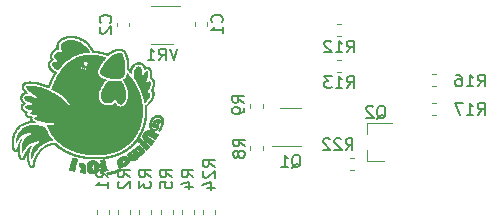
<source format=gbo>
G04 #@! TF.GenerationSoftware,KiCad,Pcbnew,(5.0.0)*
G04 #@! TF.CreationDate,2019-01-23T06:14:12+09:00*
G04 #@! TF.ProjectId,PDS,5044532E6B696361645F706362000000,rev?*
G04 #@! TF.SameCoordinates,Original*
G04 #@! TF.FileFunction,Legend,Bot*
G04 #@! TF.FilePolarity,Positive*
%FSLAX46Y46*%
G04 Gerber Fmt 4.6, Leading zero omitted, Abs format (unit mm)*
G04 Created by KiCad (PCBNEW (5.0.0)) date 01/23/19 06:14:12*
%MOMM*%
%LPD*%
G01*
G04 APERTURE LIST*
%ADD10C,0.120000*%
%ADD11C,0.010000*%
%ADD12C,0.150000*%
G04 APERTURE END LIST*
D10*
G04 #@! TO.C,C1*
X78110000Y-112024721D02*
X78110000Y-112350279D01*
X77090000Y-112024721D02*
X77090000Y-112350279D01*
G04 #@! TO.C,C2*
X70490000Y-112049721D02*
X70490000Y-112375279D01*
X71510000Y-112049721D02*
X71510000Y-112375279D01*
G04 #@! TO.C,Q1*
X86100000Y-122510000D02*
X83650000Y-122510000D01*
X84300000Y-119290000D02*
X86100000Y-119290000D01*
G04 #@! TO.C,Q2*
X91640000Y-123730000D02*
X91640000Y-122800000D01*
X91640000Y-120570000D02*
X91640000Y-121500000D01*
X91640000Y-120570000D02*
X93800000Y-120570000D01*
X91640000Y-123730000D02*
X93100000Y-123730000D01*
G04 #@! TO.C,R1*
X69810000Y-127924721D02*
X69810000Y-128250279D01*
X68790000Y-127924721D02*
X68790000Y-128250279D01*
G04 #@! TO.C,R2*
X70590000Y-127937221D02*
X70590000Y-128262779D01*
X71610000Y-127937221D02*
X71610000Y-128262779D01*
G04 #@! TO.C,R3*
X73410000Y-127937221D02*
X73410000Y-128262779D01*
X72390000Y-127937221D02*
X72390000Y-128262779D01*
G04 #@! TO.C,R4*
X77010000Y-127937221D02*
X77010000Y-128262779D01*
X75990000Y-127937221D02*
X75990000Y-128262779D01*
G04 #@! TO.C,R5*
X75210000Y-127937221D02*
X75210000Y-128262779D01*
X74190000Y-127937221D02*
X74190000Y-128262779D01*
G04 #@! TO.C,R8*
X81790000Y-122537221D02*
X81790000Y-122862779D01*
X82810000Y-122537221D02*
X82810000Y-122862779D01*
G04 #@! TO.C,R9*
X82810000Y-119262779D02*
X82810000Y-118937221D01*
X81790000Y-119262779D02*
X81790000Y-118937221D01*
G04 #@! TO.C,R12*
X89137221Y-113210000D02*
X89462779Y-113210000D01*
X89137221Y-112190000D02*
X89462779Y-112190000D01*
G04 #@! TO.C,R13*
X89149721Y-115190000D02*
X89475279Y-115190000D01*
X89149721Y-116210000D02*
X89475279Y-116210000D01*
G04 #@! TO.C,R16*
X97475279Y-116390000D02*
X97149721Y-116390000D01*
X97475279Y-117410000D02*
X97149721Y-117410000D01*
G04 #@! TO.C,R17*
X97475279Y-119910000D02*
X97149721Y-119910000D01*
X97475279Y-118890000D02*
X97149721Y-118890000D01*
G04 #@! TO.C,R22*
X90550279Y-123490000D02*
X90224721Y-123490000D01*
X90550279Y-124510000D02*
X90224721Y-124510000D01*
G04 #@! TO.C,R24*
X77790000Y-127937221D02*
X77790000Y-128262779D01*
X78810000Y-127937221D02*
X78810000Y-128262779D01*
G04 #@! TO.C,VR1*
X75200000Y-113860000D02*
X73400000Y-113860000D01*
X73400000Y-110640000D02*
X75850000Y-110640000D01*
D11*
G04 #@! TO.C,G\002A\002A\002A*
G36*
X66548394Y-113527286D02*
X66505242Y-113529782D01*
X66458870Y-113533514D01*
X66412734Y-113538150D01*
X66370293Y-113543355D01*
X66335006Y-113548796D01*
X66318643Y-113552049D01*
X66282200Y-113560387D01*
X66254272Y-113567075D01*
X66230964Y-113573148D01*
X66208378Y-113579640D01*
X66182617Y-113587585D01*
X66171200Y-113591196D01*
X66086493Y-113622517D01*
X66007912Y-113660409D01*
X65936390Y-113704072D01*
X65872860Y-113752703D01*
X65818253Y-113805501D01*
X65773502Y-113861665D01*
X65739540Y-113920391D01*
X65717298Y-113980880D01*
X65717106Y-113981615D01*
X65709488Y-114027603D01*
X65708128Y-114079186D01*
X65712928Y-114130965D01*
X65720529Y-114166752D01*
X65734013Y-114208426D01*
X65751370Y-114248147D01*
X65774518Y-114289912D01*
X65795590Y-114323104D01*
X65810620Y-114346915D01*
X65819696Y-114365199D01*
X65824508Y-114382568D01*
X65826749Y-114403633D01*
X65827045Y-114408829D01*
X65827598Y-114433002D01*
X65825283Y-114450094D01*
X65818780Y-114465629D01*
X65810035Y-114480091D01*
X65786926Y-114508019D01*
X65758957Y-114526434D01*
X65725032Y-114535591D01*
X65684053Y-114535747D01*
X65634925Y-114527158D01*
X65622317Y-114523961D01*
X65566413Y-114513300D01*
X65514698Y-114512939D01*
X65464275Y-114523250D01*
X65412245Y-114544604D01*
X65396500Y-114552883D01*
X65340286Y-114590580D01*
X65289792Y-114638008D01*
X65247416Y-114692639D01*
X65222810Y-114735975D01*
X65202825Y-114783395D01*
X65191414Y-114827184D01*
X65187570Y-114872049D01*
X65188254Y-114897806D01*
X65197412Y-114950600D01*
X65218298Y-114998971D01*
X65250556Y-115042394D01*
X65293829Y-115080346D01*
X65327443Y-115101693D01*
X65368522Y-115127590D01*
X65398010Y-115153381D01*
X65416916Y-115180543D01*
X65426250Y-115210551D01*
X65427023Y-115244881D01*
X65426838Y-115246920D01*
X65417726Y-115280569D01*
X65398600Y-115312560D01*
X65372097Y-115340134D01*
X65340854Y-115360534D01*
X65308275Y-115370894D01*
X65228234Y-115385423D01*
X65160100Y-115404042D01*
X65103738Y-115426810D01*
X65059012Y-115453784D01*
X65025787Y-115485021D01*
X65018675Y-115494329D01*
X65008459Y-115510212D01*
X65002793Y-115524518D01*
X65000458Y-115542031D01*
X65000227Y-115566792D01*
X65005197Y-115615433D01*
X65014106Y-115646143D01*
X65043465Y-115706237D01*
X65083381Y-115765841D01*
X65131881Y-115823172D01*
X65186992Y-115876448D01*
X65246743Y-115923886D01*
X65309160Y-115963705D01*
X65372271Y-115994121D01*
X65415423Y-116008759D01*
X65438034Y-116014941D01*
X65455234Y-116019549D01*
X65463954Y-116021765D01*
X65464435Y-116021850D01*
X65468640Y-116017148D01*
X65478159Y-116004851D01*
X65490279Y-115988512D01*
X65506034Y-115966708D01*
X65521289Y-115945250D01*
X65529866Y-115932950D01*
X65535285Y-115925102D01*
X65540538Y-115917717D01*
X65546743Y-115909366D01*
X65555019Y-115898616D01*
X65566482Y-115884038D01*
X65582251Y-115864200D01*
X65603443Y-115837672D01*
X65631176Y-115803024D01*
X65639327Y-115792845D01*
X65766722Y-115640891D01*
X65896721Y-115500293D01*
X66030746Y-115369762D01*
X66170222Y-115248010D01*
X66316574Y-115133747D01*
X66471224Y-115025685D01*
X66526800Y-114989584D01*
X66605148Y-114942309D01*
X66692932Y-114894052D01*
X66787115Y-114846229D01*
X66884663Y-114800257D01*
X66982539Y-114757550D01*
X67077708Y-114719526D01*
X67167134Y-114687601D01*
X67190375Y-114680060D01*
X67303484Y-114646026D01*
X67409833Y-114617867D01*
X67513357Y-114594609D01*
X67606300Y-114577244D01*
X67637556Y-114571911D01*
X67668695Y-114566567D01*
X67694477Y-114562112D01*
X67701550Y-114560880D01*
X67733066Y-114556148D01*
X67774258Y-114551114D01*
X67822116Y-114546062D01*
X67873628Y-114541277D01*
X67925785Y-114537040D01*
X67975577Y-114533637D01*
X68011113Y-114531730D01*
X68052629Y-114529348D01*
X68081481Y-114526544D01*
X68097700Y-114523315D01*
X68101600Y-114520472D01*
X68098447Y-114512687D01*
X68089858Y-114496367D01*
X68077136Y-114473740D01*
X68061588Y-114447033D01*
X68044518Y-114418475D01*
X68027232Y-114390292D01*
X68011033Y-114364714D01*
X68004664Y-114354975D01*
X67921382Y-114238437D01*
X67829880Y-114127405D01*
X67731651Y-114023381D01*
X67628188Y-113927866D01*
X67520982Y-113842361D01*
X67438025Y-113785063D01*
X67321517Y-113716783D01*
X67199364Y-113658200D01*
X67073070Y-113609770D01*
X66944140Y-113571948D01*
X66814075Y-113545191D01*
X66684381Y-113529955D01*
X66584865Y-113526361D01*
X66548394Y-113527286D01*
X66548394Y-113527286D01*
G37*
X66548394Y-113527286D02*
X66505242Y-113529782D01*
X66458870Y-113533514D01*
X66412734Y-113538150D01*
X66370293Y-113543355D01*
X66335006Y-113548796D01*
X66318643Y-113552049D01*
X66282200Y-113560387D01*
X66254272Y-113567075D01*
X66230964Y-113573148D01*
X66208378Y-113579640D01*
X66182617Y-113587585D01*
X66171200Y-113591196D01*
X66086493Y-113622517D01*
X66007912Y-113660409D01*
X65936390Y-113704072D01*
X65872860Y-113752703D01*
X65818253Y-113805501D01*
X65773502Y-113861665D01*
X65739540Y-113920391D01*
X65717298Y-113980880D01*
X65717106Y-113981615D01*
X65709488Y-114027603D01*
X65708128Y-114079186D01*
X65712928Y-114130965D01*
X65720529Y-114166752D01*
X65734013Y-114208426D01*
X65751370Y-114248147D01*
X65774518Y-114289912D01*
X65795590Y-114323104D01*
X65810620Y-114346915D01*
X65819696Y-114365199D01*
X65824508Y-114382568D01*
X65826749Y-114403633D01*
X65827045Y-114408829D01*
X65827598Y-114433002D01*
X65825283Y-114450094D01*
X65818780Y-114465629D01*
X65810035Y-114480091D01*
X65786926Y-114508019D01*
X65758957Y-114526434D01*
X65725032Y-114535591D01*
X65684053Y-114535747D01*
X65634925Y-114527158D01*
X65622317Y-114523961D01*
X65566413Y-114513300D01*
X65514698Y-114512939D01*
X65464275Y-114523250D01*
X65412245Y-114544604D01*
X65396500Y-114552883D01*
X65340286Y-114590580D01*
X65289792Y-114638008D01*
X65247416Y-114692639D01*
X65222810Y-114735975D01*
X65202825Y-114783395D01*
X65191414Y-114827184D01*
X65187570Y-114872049D01*
X65188254Y-114897806D01*
X65197412Y-114950600D01*
X65218298Y-114998971D01*
X65250556Y-115042394D01*
X65293829Y-115080346D01*
X65327443Y-115101693D01*
X65368522Y-115127590D01*
X65398010Y-115153381D01*
X65416916Y-115180543D01*
X65426250Y-115210551D01*
X65427023Y-115244881D01*
X65426838Y-115246920D01*
X65417726Y-115280569D01*
X65398600Y-115312560D01*
X65372097Y-115340134D01*
X65340854Y-115360534D01*
X65308275Y-115370894D01*
X65228234Y-115385423D01*
X65160100Y-115404042D01*
X65103738Y-115426810D01*
X65059012Y-115453784D01*
X65025787Y-115485021D01*
X65018675Y-115494329D01*
X65008459Y-115510212D01*
X65002793Y-115524518D01*
X65000458Y-115542031D01*
X65000227Y-115566792D01*
X65005197Y-115615433D01*
X65014106Y-115646143D01*
X65043465Y-115706237D01*
X65083381Y-115765841D01*
X65131881Y-115823172D01*
X65186992Y-115876448D01*
X65246743Y-115923886D01*
X65309160Y-115963705D01*
X65372271Y-115994121D01*
X65415423Y-116008759D01*
X65438034Y-116014941D01*
X65455234Y-116019549D01*
X65463954Y-116021765D01*
X65464435Y-116021850D01*
X65468640Y-116017148D01*
X65478159Y-116004851D01*
X65490279Y-115988512D01*
X65506034Y-115966708D01*
X65521289Y-115945250D01*
X65529866Y-115932950D01*
X65535285Y-115925102D01*
X65540538Y-115917717D01*
X65546743Y-115909366D01*
X65555019Y-115898616D01*
X65566482Y-115884038D01*
X65582251Y-115864200D01*
X65603443Y-115837672D01*
X65631176Y-115803024D01*
X65639327Y-115792845D01*
X65766722Y-115640891D01*
X65896721Y-115500293D01*
X66030746Y-115369762D01*
X66170222Y-115248010D01*
X66316574Y-115133747D01*
X66471224Y-115025685D01*
X66526800Y-114989584D01*
X66605148Y-114942309D01*
X66692932Y-114894052D01*
X66787115Y-114846229D01*
X66884663Y-114800257D01*
X66982539Y-114757550D01*
X67077708Y-114719526D01*
X67167134Y-114687601D01*
X67190375Y-114680060D01*
X67303484Y-114646026D01*
X67409833Y-114617867D01*
X67513357Y-114594609D01*
X67606300Y-114577244D01*
X67637556Y-114571911D01*
X67668695Y-114566567D01*
X67694477Y-114562112D01*
X67701550Y-114560880D01*
X67733066Y-114556148D01*
X67774258Y-114551114D01*
X67822116Y-114546062D01*
X67873628Y-114541277D01*
X67925785Y-114537040D01*
X67975577Y-114533637D01*
X68011113Y-114531730D01*
X68052629Y-114529348D01*
X68081481Y-114526544D01*
X68097700Y-114523315D01*
X68101600Y-114520472D01*
X68098447Y-114512687D01*
X68089858Y-114496367D01*
X68077136Y-114473740D01*
X68061588Y-114447033D01*
X68044518Y-114418475D01*
X68027232Y-114390292D01*
X68011033Y-114364714D01*
X68004664Y-114354975D01*
X67921382Y-114238437D01*
X67829880Y-114127405D01*
X67731651Y-114023381D01*
X67628188Y-113927866D01*
X67520982Y-113842361D01*
X67438025Y-113785063D01*
X67321517Y-113716783D01*
X67199364Y-113658200D01*
X67073070Y-113609770D01*
X66944140Y-113571948D01*
X66814075Y-113545191D01*
X66684381Y-113529955D01*
X66584865Y-113526361D01*
X66548394Y-113527286D01*
G36*
X70541814Y-114630884D02*
X70455275Y-114648382D01*
X70365956Y-114677627D01*
X70273705Y-114718691D01*
X70178367Y-114771649D01*
X70079789Y-114836575D01*
X69977818Y-114913543D01*
X69908175Y-114971325D01*
X69794947Y-115074257D01*
X69683804Y-115186486D01*
X69576192Y-115306166D01*
X69473558Y-115431447D01*
X69377348Y-115560481D01*
X69289010Y-115691420D01*
X69209989Y-115822416D01*
X69143101Y-115948825D01*
X69110277Y-116018437D01*
X69084563Y-116079110D01*
X69065493Y-116132097D01*
X69052599Y-116178652D01*
X69047258Y-116206391D01*
X69043992Y-116230435D01*
X69043797Y-116247603D01*
X69047416Y-116263506D01*
X69055595Y-116283754D01*
X69058334Y-116289917D01*
X69073517Y-116317765D01*
X69095341Y-116350049D01*
X69120858Y-116382877D01*
X69147123Y-116412357D01*
X69161965Y-116426774D01*
X69189642Y-116449149D01*
X69226105Y-116474852D01*
X69268477Y-116502178D01*
X69313881Y-116529424D01*
X69359443Y-116554885D01*
X69402286Y-116576856D01*
X69439535Y-116593633D01*
X69450975Y-116598057D01*
X69517810Y-116622000D01*
X69575778Y-116641765D01*
X69627688Y-116658177D01*
X69676345Y-116672060D01*
X69724557Y-116684239D01*
X69775130Y-116695541D01*
X69800225Y-116700725D01*
X69856031Y-116710971D01*
X69920330Y-116721047D01*
X69988923Y-116730389D01*
X70057609Y-116738431D01*
X70122188Y-116744609D01*
X70133282Y-116745497D01*
X70166322Y-116747480D01*
X70207026Y-116749044D01*
X70252621Y-116750168D01*
X70300331Y-116750832D01*
X70347379Y-116751016D01*
X70390992Y-116750700D01*
X70428393Y-116749863D01*
X70456807Y-116748485D01*
X70463800Y-116747902D01*
X70548072Y-116739216D01*
X70620703Y-116730645D01*
X70682750Y-116721998D01*
X70735268Y-116713084D01*
X70779314Y-116703712D01*
X70815945Y-116693690D01*
X70846214Y-116682827D01*
X70861952Y-116675732D01*
X70903557Y-116648618D01*
X70942593Y-116609881D01*
X70978395Y-116560453D01*
X71010301Y-116501268D01*
X71037644Y-116433258D01*
X71040413Y-116425075D01*
X71049634Y-116396792D01*
X71056933Y-116372746D01*
X71063416Y-116348838D01*
X71070190Y-116320971D01*
X71078360Y-116285045D01*
X71078996Y-116282200D01*
X71089350Y-116226466D01*
X71097343Y-116162183D01*
X71103042Y-116088415D01*
X71106516Y-116004228D01*
X71107831Y-115908686D01*
X71107828Y-115882150D01*
X71106638Y-115784535D01*
X71103411Y-115693991D01*
X71097842Y-115606915D01*
X71089628Y-115519706D01*
X71078467Y-115428762D01*
X71064054Y-115330482D01*
X71058363Y-115294775D01*
X71045478Y-115222566D01*
X71030164Y-115148941D01*
X71012898Y-115075496D01*
X70994160Y-115003824D01*
X70974428Y-114935523D01*
X70954182Y-114872186D01*
X70933900Y-114815409D01*
X70914061Y-114766788D01*
X70895144Y-114727918D01*
X70881492Y-114705614D01*
X70860709Y-114685289D01*
X70829426Y-114666841D01*
X70789783Y-114650946D01*
X70743922Y-114638278D01*
X70693986Y-114629512D01*
X70642115Y-114625322D01*
X70625725Y-114625057D01*
X70541814Y-114630884D01*
X70541814Y-114630884D01*
G37*
X70541814Y-114630884D02*
X70455275Y-114648382D01*
X70365956Y-114677627D01*
X70273705Y-114718691D01*
X70178367Y-114771649D01*
X70079789Y-114836575D01*
X69977818Y-114913543D01*
X69908175Y-114971325D01*
X69794947Y-115074257D01*
X69683804Y-115186486D01*
X69576192Y-115306166D01*
X69473558Y-115431447D01*
X69377348Y-115560481D01*
X69289010Y-115691420D01*
X69209989Y-115822416D01*
X69143101Y-115948825D01*
X69110277Y-116018437D01*
X69084563Y-116079110D01*
X69065493Y-116132097D01*
X69052599Y-116178652D01*
X69047258Y-116206391D01*
X69043992Y-116230435D01*
X69043797Y-116247603D01*
X69047416Y-116263506D01*
X69055595Y-116283754D01*
X69058334Y-116289917D01*
X69073517Y-116317765D01*
X69095341Y-116350049D01*
X69120858Y-116382877D01*
X69147123Y-116412357D01*
X69161965Y-116426774D01*
X69189642Y-116449149D01*
X69226105Y-116474852D01*
X69268477Y-116502178D01*
X69313881Y-116529424D01*
X69359443Y-116554885D01*
X69402286Y-116576856D01*
X69439535Y-116593633D01*
X69450975Y-116598057D01*
X69517810Y-116622000D01*
X69575778Y-116641765D01*
X69627688Y-116658177D01*
X69676345Y-116672060D01*
X69724557Y-116684239D01*
X69775130Y-116695541D01*
X69800225Y-116700725D01*
X69856031Y-116710971D01*
X69920330Y-116721047D01*
X69988923Y-116730389D01*
X70057609Y-116738431D01*
X70122188Y-116744609D01*
X70133282Y-116745497D01*
X70166322Y-116747480D01*
X70207026Y-116749044D01*
X70252621Y-116750168D01*
X70300331Y-116750832D01*
X70347379Y-116751016D01*
X70390992Y-116750700D01*
X70428393Y-116749863D01*
X70456807Y-116748485D01*
X70463800Y-116747902D01*
X70548072Y-116739216D01*
X70620703Y-116730645D01*
X70682750Y-116721998D01*
X70735268Y-116713084D01*
X70779314Y-116703712D01*
X70815945Y-116693690D01*
X70846214Y-116682827D01*
X70861952Y-116675732D01*
X70903557Y-116648618D01*
X70942593Y-116609881D01*
X70978395Y-116560453D01*
X71010301Y-116501268D01*
X71037644Y-116433258D01*
X71040413Y-116425075D01*
X71049634Y-116396792D01*
X71056933Y-116372746D01*
X71063416Y-116348838D01*
X71070190Y-116320971D01*
X71078360Y-116285045D01*
X71078996Y-116282200D01*
X71089350Y-116226466D01*
X71097343Y-116162183D01*
X71103042Y-116088415D01*
X71106516Y-116004228D01*
X71107831Y-115908686D01*
X71107828Y-115882150D01*
X71106638Y-115784535D01*
X71103411Y-115693991D01*
X71097842Y-115606915D01*
X71089628Y-115519706D01*
X71078467Y-115428762D01*
X71064054Y-115330482D01*
X71058363Y-115294775D01*
X71045478Y-115222566D01*
X71030164Y-115148941D01*
X71012898Y-115075496D01*
X70994160Y-115003824D01*
X70974428Y-114935523D01*
X70954182Y-114872186D01*
X70933900Y-114815409D01*
X70914061Y-114766788D01*
X70895144Y-114727918D01*
X70881492Y-114705614D01*
X70860709Y-114685289D01*
X70829426Y-114666841D01*
X70789783Y-114650946D01*
X70743922Y-114638278D01*
X70693986Y-114629512D01*
X70642115Y-114625322D01*
X70625725Y-114625057D01*
X70541814Y-114630884D01*
G36*
X72259210Y-115771312D02*
X72210937Y-115784005D01*
X72162370Y-115806616D01*
X72115594Y-115838159D01*
X72072695Y-115877650D01*
X72069966Y-115880604D01*
X72022308Y-115941543D01*
X71982959Y-116011103D01*
X71951807Y-116089594D01*
X71928740Y-116177327D01*
X71913646Y-116274613D01*
X71909073Y-116326650D01*
X71907822Y-116376031D01*
X71909777Y-116434263D01*
X71914596Y-116498000D01*
X71921936Y-116563897D01*
X71931456Y-116628609D01*
X71942814Y-116688792D01*
X71948756Y-116714838D01*
X71951027Y-116724181D01*
X71953285Y-116731911D01*
X71956568Y-116739860D01*
X71961912Y-116749859D01*
X71970353Y-116763741D01*
X71982927Y-116783337D01*
X72000671Y-116810481D01*
X72016523Y-116834650D01*
X72037705Y-116867214D01*
X72058983Y-116900378D01*
X72078141Y-116930659D01*
X72092962Y-116954574D01*
X72095324Y-116958475D01*
X72112437Y-116986752D01*
X72131219Y-117017552D01*
X72147019Y-117043257D01*
X72174248Y-117088755D01*
X72205084Y-117142768D01*
X72237871Y-117202253D01*
X72270956Y-117264164D01*
X72302682Y-117325459D01*
X72328365Y-117376879D01*
X72342275Y-117405166D01*
X72354674Y-117430129D01*
X72364217Y-117449074D01*
X72369557Y-117459310D01*
X72369576Y-117459342D01*
X72375162Y-117470594D01*
X72384826Y-117491403D01*
X72397636Y-117519656D01*
X72412661Y-117553239D01*
X72428970Y-117590040D01*
X72445631Y-117627945D01*
X72461713Y-117664841D01*
X72476284Y-117698614D01*
X72488414Y-117727151D01*
X72497172Y-117748339D01*
X72499315Y-117753750D01*
X72509846Y-117780864D01*
X72522528Y-117813509D01*
X72534911Y-117845379D01*
X72536960Y-117850650D01*
X72555594Y-117900220D01*
X72575986Y-117957270D01*
X72597216Y-118018991D01*
X72618365Y-118082579D01*
X72638513Y-118145227D01*
X72656739Y-118204128D01*
X72672124Y-118256476D01*
X72682649Y-118295150D01*
X72699919Y-118362645D01*
X72714335Y-118419854D01*
X72726363Y-118468749D01*
X72736466Y-118511304D01*
X72745108Y-118549489D01*
X72752755Y-118585279D01*
X72759870Y-118620645D01*
X72762625Y-118634875D01*
X72772055Y-118683692D01*
X72779523Y-118721365D01*
X72785349Y-118749242D01*
X72789852Y-118768673D01*
X72793350Y-118781005D01*
X72796163Y-118787588D01*
X72798610Y-118789770D01*
X72799258Y-118789779D01*
X72806277Y-118785167D01*
X72817640Y-118774711D01*
X72819650Y-118772660D01*
X72868563Y-118720277D01*
X72918248Y-118663944D01*
X72966706Y-118606115D01*
X73011937Y-118549244D01*
X73051939Y-118495786D01*
X73084715Y-118448195D01*
X73087183Y-118444375D01*
X73100565Y-118423511D01*
X73115978Y-118399446D01*
X73122950Y-118388550D01*
X73139166Y-118361032D01*
X73157788Y-118326040D01*
X73177031Y-118287283D01*
X73195109Y-118248467D01*
X73210237Y-118213299D01*
X73220368Y-118186285D01*
X73228327Y-118156715D01*
X73234597Y-118123866D01*
X73236947Y-118104464D01*
X73237960Y-118078398D01*
X73234509Y-118061530D01*
X73224412Y-118051279D01*
X73205484Y-118045064D01*
X73183617Y-118041418D01*
X73135889Y-118032995D01*
X73098790Y-118022301D01*
X73070314Y-118008345D01*
X73048453Y-117990139D01*
X73031202Y-117966692D01*
X73030838Y-117966073D01*
X73018867Y-117940821D01*
X73014112Y-117915275D01*
X73013757Y-117901538D01*
X73014287Y-117884978D01*
X73016406Y-117871011D01*
X73021255Y-117856782D01*
X73029976Y-117839432D01*
X73043713Y-117816103D01*
X73055691Y-117796675D01*
X73115205Y-117692319D01*
X73166430Y-117584878D01*
X73208402Y-117476695D01*
X73240161Y-117370112D01*
X73251568Y-117319842D01*
X73258917Y-117273484D01*
X73263119Y-117224596D01*
X73264235Y-117175936D01*
X73262325Y-117130262D01*
X73257449Y-117090333D01*
X73249666Y-117058908D01*
X73245689Y-117049204D01*
X73235284Y-117031382D01*
X73224644Y-117018841D01*
X73219581Y-117015587D01*
X73201706Y-117015999D01*
X73177004Y-117025840D01*
X73146536Y-117044585D01*
X73118698Y-117065657D01*
X73097267Y-117082510D01*
X73077669Y-117096988D01*
X73063398Y-117106535D01*
X73060978Y-117107900D01*
X73040604Y-117113855D01*
X73013620Y-117115870D01*
X72985457Y-117114049D01*
X72961543Y-117108497D01*
X72955531Y-117105874D01*
X72927029Y-117085019D01*
X72904593Y-117056765D01*
X72889947Y-117024363D01*
X72884820Y-116991059D01*
X72886267Y-116975605D01*
X72890829Y-116961462D01*
X72900195Y-116939247D01*
X72913007Y-116911988D01*
X72927905Y-116882718D01*
X72928108Y-116882335D01*
X72976122Y-116778614D01*
X73011894Y-116671717D01*
X73035498Y-116561357D01*
X73047002Y-116447246D01*
X73048250Y-116393881D01*
X73046449Y-116339983D01*
X73041300Y-116291062D01*
X73033187Y-116248488D01*
X73022491Y-116213632D01*
X73009596Y-116187863D01*
X72994885Y-116172553D01*
X72985441Y-116168970D01*
X72967058Y-116172015D01*
X72943215Y-116184863D01*
X72915017Y-116206444D01*
X72883570Y-116235690D01*
X72849979Y-116271532D01*
X72815349Y-116312902D01*
X72780786Y-116358729D01*
X72763457Y-116383598D01*
X72736405Y-116422193D01*
X72713758Y-116451010D01*
X72693896Y-116471452D01*
X72675203Y-116484921D01*
X72656063Y-116492822D01*
X72634856Y-116496557D01*
X72633100Y-116496712D01*
X72608649Y-116496960D01*
X72585382Y-116494371D01*
X72576397Y-116492153D01*
X72553749Y-116479828D01*
X72531118Y-116459655D01*
X72512028Y-116435569D01*
X72500004Y-116411504D01*
X72498326Y-116405007D01*
X72496977Y-116383346D01*
X72498801Y-116350674D01*
X72503674Y-116308245D01*
X72511468Y-116257313D01*
X72515424Y-116234575D01*
X72517829Y-116213234D01*
X72519402Y-116182464D01*
X72520046Y-116145513D01*
X72519666Y-116105629D01*
X72519472Y-116098050D01*
X72518045Y-116057427D01*
X72516121Y-116026344D01*
X72513290Y-116001640D01*
X72509139Y-115980157D01*
X72503259Y-115958733D01*
X72500021Y-115948521D01*
X72476354Y-115891141D01*
X72446354Y-115844649D01*
X72410102Y-115809117D01*
X72367674Y-115784616D01*
X72319149Y-115771219D01*
X72305101Y-115769522D01*
X72259210Y-115771312D01*
X72259210Y-115771312D01*
G37*
X72259210Y-115771312D02*
X72210937Y-115784005D01*
X72162370Y-115806616D01*
X72115594Y-115838159D01*
X72072695Y-115877650D01*
X72069966Y-115880604D01*
X72022308Y-115941543D01*
X71982959Y-116011103D01*
X71951807Y-116089594D01*
X71928740Y-116177327D01*
X71913646Y-116274613D01*
X71909073Y-116326650D01*
X71907822Y-116376031D01*
X71909777Y-116434263D01*
X71914596Y-116498000D01*
X71921936Y-116563897D01*
X71931456Y-116628609D01*
X71942814Y-116688792D01*
X71948756Y-116714838D01*
X71951027Y-116724181D01*
X71953285Y-116731911D01*
X71956568Y-116739860D01*
X71961912Y-116749859D01*
X71970353Y-116763741D01*
X71982927Y-116783337D01*
X72000671Y-116810481D01*
X72016523Y-116834650D01*
X72037705Y-116867214D01*
X72058983Y-116900378D01*
X72078141Y-116930659D01*
X72092962Y-116954574D01*
X72095324Y-116958475D01*
X72112437Y-116986752D01*
X72131219Y-117017552D01*
X72147019Y-117043257D01*
X72174248Y-117088755D01*
X72205084Y-117142768D01*
X72237871Y-117202253D01*
X72270956Y-117264164D01*
X72302682Y-117325459D01*
X72328365Y-117376879D01*
X72342275Y-117405166D01*
X72354674Y-117430129D01*
X72364217Y-117449074D01*
X72369557Y-117459310D01*
X72369576Y-117459342D01*
X72375162Y-117470594D01*
X72384826Y-117491403D01*
X72397636Y-117519656D01*
X72412661Y-117553239D01*
X72428970Y-117590040D01*
X72445631Y-117627945D01*
X72461713Y-117664841D01*
X72476284Y-117698614D01*
X72488414Y-117727151D01*
X72497172Y-117748339D01*
X72499315Y-117753750D01*
X72509846Y-117780864D01*
X72522528Y-117813509D01*
X72534911Y-117845379D01*
X72536960Y-117850650D01*
X72555594Y-117900220D01*
X72575986Y-117957270D01*
X72597216Y-118018991D01*
X72618365Y-118082579D01*
X72638513Y-118145227D01*
X72656739Y-118204128D01*
X72672124Y-118256476D01*
X72682649Y-118295150D01*
X72699919Y-118362645D01*
X72714335Y-118419854D01*
X72726363Y-118468749D01*
X72736466Y-118511304D01*
X72745108Y-118549489D01*
X72752755Y-118585279D01*
X72759870Y-118620645D01*
X72762625Y-118634875D01*
X72772055Y-118683692D01*
X72779523Y-118721365D01*
X72785349Y-118749242D01*
X72789852Y-118768673D01*
X72793350Y-118781005D01*
X72796163Y-118787588D01*
X72798610Y-118789770D01*
X72799258Y-118789779D01*
X72806277Y-118785167D01*
X72817640Y-118774711D01*
X72819650Y-118772660D01*
X72868563Y-118720277D01*
X72918248Y-118663944D01*
X72966706Y-118606115D01*
X73011937Y-118549244D01*
X73051939Y-118495786D01*
X73084715Y-118448195D01*
X73087183Y-118444375D01*
X73100565Y-118423511D01*
X73115978Y-118399446D01*
X73122950Y-118388550D01*
X73139166Y-118361032D01*
X73157788Y-118326040D01*
X73177031Y-118287283D01*
X73195109Y-118248467D01*
X73210237Y-118213299D01*
X73220368Y-118186285D01*
X73228327Y-118156715D01*
X73234597Y-118123866D01*
X73236947Y-118104464D01*
X73237960Y-118078398D01*
X73234509Y-118061530D01*
X73224412Y-118051279D01*
X73205484Y-118045064D01*
X73183617Y-118041418D01*
X73135889Y-118032995D01*
X73098790Y-118022301D01*
X73070314Y-118008345D01*
X73048453Y-117990139D01*
X73031202Y-117966692D01*
X73030838Y-117966073D01*
X73018867Y-117940821D01*
X73014112Y-117915275D01*
X73013757Y-117901538D01*
X73014287Y-117884978D01*
X73016406Y-117871011D01*
X73021255Y-117856782D01*
X73029976Y-117839432D01*
X73043713Y-117816103D01*
X73055691Y-117796675D01*
X73115205Y-117692319D01*
X73166430Y-117584878D01*
X73208402Y-117476695D01*
X73240161Y-117370112D01*
X73251568Y-117319842D01*
X73258917Y-117273484D01*
X73263119Y-117224596D01*
X73264235Y-117175936D01*
X73262325Y-117130262D01*
X73257449Y-117090333D01*
X73249666Y-117058908D01*
X73245689Y-117049204D01*
X73235284Y-117031382D01*
X73224644Y-117018841D01*
X73219581Y-117015587D01*
X73201706Y-117015999D01*
X73177004Y-117025840D01*
X73146536Y-117044585D01*
X73118698Y-117065657D01*
X73097267Y-117082510D01*
X73077669Y-117096988D01*
X73063398Y-117106535D01*
X73060978Y-117107900D01*
X73040604Y-117113855D01*
X73013620Y-117115870D01*
X72985457Y-117114049D01*
X72961543Y-117108497D01*
X72955531Y-117105874D01*
X72927029Y-117085019D01*
X72904593Y-117056765D01*
X72889947Y-117024363D01*
X72884820Y-116991059D01*
X72886267Y-116975605D01*
X72890829Y-116961462D01*
X72900195Y-116939247D01*
X72913007Y-116911988D01*
X72927905Y-116882718D01*
X72928108Y-116882335D01*
X72976122Y-116778614D01*
X73011894Y-116671717D01*
X73035498Y-116561357D01*
X73047002Y-116447246D01*
X73048250Y-116393881D01*
X73046449Y-116339983D01*
X73041300Y-116291062D01*
X73033187Y-116248488D01*
X73022491Y-116213632D01*
X73009596Y-116187863D01*
X72994885Y-116172553D01*
X72985441Y-116168970D01*
X72967058Y-116172015D01*
X72943215Y-116184863D01*
X72915017Y-116206444D01*
X72883570Y-116235690D01*
X72849979Y-116271532D01*
X72815349Y-116312902D01*
X72780786Y-116358729D01*
X72763457Y-116383598D01*
X72736405Y-116422193D01*
X72713758Y-116451010D01*
X72693896Y-116471452D01*
X72675203Y-116484921D01*
X72656063Y-116492822D01*
X72634856Y-116496557D01*
X72633100Y-116496712D01*
X72608649Y-116496960D01*
X72585382Y-116494371D01*
X72576397Y-116492153D01*
X72553749Y-116479828D01*
X72531118Y-116459655D01*
X72512028Y-116435569D01*
X72500004Y-116411504D01*
X72498326Y-116405007D01*
X72496977Y-116383346D01*
X72498801Y-116350674D01*
X72503674Y-116308245D01*
X72511468Y-116257313D01*
X72515424Y-116234575D01*
X72517829Y-116213234D01*
X72519402Y-116182464D01*
X72520046Y-116145513D01*
X72519666Y-116105629D01*
X72519472Y-116098050D01*
X72518045Y-116057427D01*
X72516121Y-116026344D01*
X72513290Y-116001640D01*
X72509139Y-115980157D01*
X72503259Y-115958733D01*
X72500021Y-115948521D01*
X72476354Y-115891141D01*
X72446354Y-115844649D01*
X72410102Y-115809117D01*
X72367674Y-115784616D01*
X72319149Y-115771219D01*
X72305101Y-115769522D01*
X72259210Y-115771312D01*
G36*
X69808863Y-116964543D02*
X69801936Y-116967272D01*
X69796331Y-116971566D01*
X69790436Y-116977436D01*
X69786211Y-116981602D01*
X69773645Y-116994446D01*
X69755186Y-117014420D01*
X69733152Y-117038968D01*
X69709862Y-117065533D01*
X69705827Y-117070203D01*
X69593307Y-117205551D01*
X69492655Y-117336839D01*
X69403769Y-117464249D01*
X69326547Y-117587963D01*
X69260885Y-117708166D01*
X69206684Y-117825040D01*
X69163839Y-117938766D01*
X69132249Y-118049530D01*
X69117067Y-118123700D01*
X69112230Y-118163758D01*
X69109676Y-118211125D01*
X69109356Y-118261708D01*
X69111221Y-118311417D01*
X69115220Y-118356159D01*
X69120259Y-118387225D01*
X69143315Y-118465781D01*
X69177177Y-118537988D01*
X69221373Y-118603333D01*
X69275428Y-118661301D01*
X69338868Y-118711378D01*
X69411220Y-118753051D01*
X69485572Y-118783636D01*
X69562875Y-118804228D01*
X69645506Y-118815614D01*
X69729886Y-118817640D01*
X69812433Y-118810149D01*
X69863725Y-118800027D01*
X69890225Y-118792108D01*
X69922396Y-118780424D01*
X69954641Y-118767064D01*
X69965325Y-118762180D01*
X70026881Y-118729019D01*
X70078140Y-118691736D01*
X70121349Y-118648197D01*
X70158755Y-118596267D01*
X70180715Y-118557588D01*
X70202713Y-118521721D01*
X70226270Y-118496986D01*
X70253458Y-118481827D01*
X70286353Y-118474687D01*
X70291775Y-118474221D01*
X70319207Y-118474035D01*
X70340833Y-118478854D01*
X70353174Y-118484347D01*
X70373945Y-118496635D01*
X70390783Y-118511152D01*
X70405226Y-118530137D01*
X70418809Y-118555826D01*
X70433068Y-118590457D01*
X70441226Y-118612650D01*
X70473441Y-118690894D01*
X70510066Y-118758353D01*
X70550839Y-118814679D01*
X70595497Y-118859523D01*
X70643779Y-118892535D01*
X70655921Y-118898680D01*
X70702797Y-118913955D01*
X70753064Y-118917510D01*
X70805100Y-118909293D01*
X70822262Y-118904030D01*
X70876464Y-118878998D01*
X70928855Y-118842229D01*
X70978621Y-118794647D01*
X71024950Y-118737179D01*
X71067029Y-118670747D01*
X71104045Y-118596276D01*
X71114231Y-118572036D01*
X71146049Y-118477630D01*
X71168793Y-118375557D01*
X71182431Y-118267065D01*
X71186933Y-118153402D01*
X71182267Y-118035816D01*
X71168404Y-117915555D01*
X71145313Y-117793868D01*
X71134504Y-117749050D01*
X71117757Y-117686075D01*
X71101291Y-117630461D01*
X71083419Y-117577020D01*
X71062459Y-117520567D01*
X71049939Y-117488700D01*
X71036418Y-117456364D01*
X71018854Y-117416692D01*
X70998644Y-117372629D01*
X70977185Y-117327116D01*
X70955872Y-117283098D01*
X70936101Y-117243518D01*
X70919271Y-117211321D01*
X70912885Y-117199775D01*
X70866133Y-117119297D01*
X70822153Y-117047544D01*
X70804983Y-117020690D01*
X70788607Y-116995130D01*
X70776762Y-116978344D01*
X70766327Y-116968972D01*
X70754181Y-116965653D01*
X70737204Y-116967025D01*
X70712275Y-116971728D01*
X70698750Y-116974356D01*
X70646285Y-116982409D01*
X70583444Y-116988877D01*
X70512456Y-116993742D01*
X70435549Y-116996985D01*
X70354953Y-116998587D01*
X70272894Y-116998529D01*
X70191600Y-116996793D01*
X70113301Y-116993359D01*
X70040224Y-116988208D01*
X69974598Y-116981323D01*
X69968500Y-116980534D01*
X69919774Y-116974064D01*
X69882046Y-116969103D01*
X69853704Y-116965661D01*
X69833134Y-116963747D01*
X69818725Y-116963372D01*
X69808863Y-116964543D01*
X69808863Y-116964543D01*
G37*
X69808863Y-116964543D02*
X69801936Y-116967272D01*
X69796331Y-116971566D01*
X69790436Y-116977436D01*
X69786211Y-116981602D01*
X69773645Y-116994446D01*
X69755186Y-117014420D01*
X69733152Y-117038968D01*
X69709862Y-117065533D01*
X69705827Y-117070203D01*
X69593307Y-117205551D01*
X69492655Y-117336839D01*
X69403769Y-117464249D01*
X69326547Y-117587963D01*
X69260885Y-117708166D01*
X69206684Y-117825040D01*
X69163839Y-117938766D01*
X69132249Y-118049530D01*
X69117067Y-118123700D01*
X69112230Y-118163758D01*
X69109676Y-118211125D01*
X69109356Y-118261708D01*
X69111221Y-118311417D01*
X69115220Y-118356159D01*
X69120259Y-118387225D01*
X69143315Y-118465781D01*
X69177177Y-118537988D01*
X69221373Y-118603333D01*
X69275428Y-118661301D01*
X69338868Y-118711378D01*
X69411220Y-118753051D01*
X69485572Y-118783636D01*
X69562875Y-118804228D01*
X69645506Y-118815614D01*
X69729886Y-118817640D01*
X69812433Y-118810149D01*
X69863725Y-118800027D01*
X69890225Y-118792108D01*
X69922396Y-118780424D01*
X69954641Y-118767064D01*
X69965325Y-118762180D01*
X70026881Y-118729019D01*
X70078140Y-118691736D01*
X70121349Y-118648197D01*
X70158755Y-118596267D01*
X70180715Y-118557588D01*
X70202713Y-118521721D01*
X70226270Y-118496986D01*
X70253458Y-118481827D01*
X70286353Y-118474687D01*
X70291775Y-118474221D01*
X70319207Y-118474035D01*
X70340833Y-118478854D01*
X70353174Y-118484347D01*
X70373945Y-118496635D01*
X70390783Y-118511152D01*
X70405226Y-118530137D01*
X70418809Y-118555826D01*
X70433068Y-118590457D01*
X70441226Y-118612650D01*
X70473441Y-118690894D01*
X70510066Y-118758353D01*
X70550839Y-118814679D01*
X70595497Y-118859523D01*
X70643779Y-118892535D01*
X70655921Y-118898680D01*
X70702797Y-118913955D01*
X70753064Y-118917510D01*
X70805100Y-118909293D01*
X70822262Y-118904030D01*
X70876464Y-118878998D01*
X70928855Y-118842229D01*
X70978621Y-118794647D01*
X71024950Y-118737179D01*
X71067029Y-118670747D01*
X71104045Y-118596276D01*
X71114231Y-118572036D01*
X71146049Y-118477630D01*
X71168793Y-118375557D01*
X71182431Y-118267065D01*
X71186933Y-118153402D01*
X71182267Y-118035816D01*
X71168404Y-117915555D01*
X71145313Y-117793868D01*
X71134504Y-117749050D01*
X71117757Y-117686075D01*
X71101291Y-117630461D01*
X71083419Y-117577020D01*
X71062459Y-117520567D01*
X71049939Y-117488700D01*
X71036418Y-117456364D01*
X71018854Y-117416692D01*
X70998644Y-117372629D01*
X70977185Y-117327116D01*
X70955872Y-117283098D01*
X70936101Y-117243518D01*
X70919271Y-117211321D01*
X70912885Y-117199775D01*
X70866133Y-117119297D01*
X70822153Y-117047544D01*
X70804983Y-117020690D01*
X70788607Y-116995130D01*
X70776762Y-116978344D01*
X70766327Y-116968972D01*
X70754181Y-116965653D01*
X70737204Y-116967025D01*
X70712275Y-116971728D01*
X70698750Y-116974356D01*
X70646285Y-116982409D01*
X70583444Y-116988877D01*
X70512456Y-116993742D01*
X70435549Y-116996985D01*
X70354953Y-116998587D01*
X70272894Y-116998529D01*
X70191600Y-116996793D01*
X70113301Y-116993359D01*
X70040224Y-116988208D01*
X69974598Y-116981323D01*
X69968500Y-116980534D01*
X69919774Y-116974064D01*
X69882046Y-116969103D01*
X69853704Y-116965661D01*
X69833134Y-116963747D01*
X69818725Y-116963372D01*
X69808863Y-116964543D01*
G36*
X68119488Y-114778637D02*
X67963677Y-114785624D01*
X67812487Y-114799441D01*
X67668008Y-114819996D01*
X67533275Y-114846975D01*
X67513675Y-114851524D01*
X67487653Y-114857542D01*
X67463425Y-114863131D01*
X67409448Y-114876753D01*
X67348320Y-114894187D01*
X67283002Y-114914433D01*
X67216457Y-114936492D01*
X67151646Y-114959361D01*
X67091530Y-114982043D01*
X67039071Y-115003535D01*
X67012575Y-115015409D01*
X66909335Y-115064966D01*
X66816016Y-115112581D01*
X66730294Y-115159670D01*
X66649842Y-115207648D01*
X66572334Y-115257932D01*
X66495444Y-115311937D01*
X66416847Y-115371078D01*
X66377575Y-115401909D01*
X66244661Y-115514260D01*
X66113732Y-115638301D01*
X65985605Y-115773076D01*
X65861095Y-115917627D01*
X65741019Y-116070999D01*
X65626192Y-116232236D01*
X65517429Y-116400382D01*
X65496570Y-116434600D01*
X65431739Y-116545697D01*
X65365725Y-116665735D01*
X65300012Y-116791700D01*
X65236086Y-116920583D01*
X65175432Y-117049369D01*
X65119537Y-117175048D01*
X65069885Y-117294606D01*
X65059698Y-117320425D01*
X65045494Y-117356802D01*
X65029717Y-117397191D01*
X65014780Y-117435419D01*
X65007605Y-117453775D01*
X64987550Y-117505922D01*
X64970461Y-117552082D01*
X64956693Y-117591191D01*
X64946603Y-117622187D01*
X64940546Y-117644006D01*
X64938880Y-117655585D01*
X64939506Y-117657101D01*
X64946822Y-117661074D01*
X64963246Y-117669718D01*
X64986594Y-117681890D01*
X65014682Y-117696451D01*
X65025347Y-117701961D01*
X65097373Y-117739366D01*
X65160063Y-117772461D01*
X65215535Y-117802430D01*
X65265903Y-117830455D01*
X65313283Y-117857721D01*
X65359791Y-117885411D01*
X65407542Y-117914707D01*
X65423488Y-117924650D01*
X65445434Y-117938369D01*
X65468155Y-117952554D01*
X65471113Y-117954399D01*
X65547183Y-118003595D01*
X65630013Y-118060412D01*
X65717503Y-118123373D01*
X65806673Y-118190330D01*
X65931999Y-118291576D01*
X66051902Y-118398832D01*
X66164962Y-118510617D01*
X66269758Y-118625448D01*
X66364872Y-118741844D01*
X66448882Y-118858323D01*
X66453768Y-118865626D01*
X66469803Y-118890941D01*
X66479634Y-118910496D01*
X66484955Y-118928472D01*
X66487438Y-118948745D01*
X66484479Y-118987411D01*
X66470875Y-119021790D01*
X66448262Y-119050092D01*
X66418278Y-119070531D01*
X66382559Y-119081320D01*
X66364925Y-119082549D01*
X66343504Y-119081474D01*
X66324725Y-119077450D01*
X66307171Y-119069282D01*
X66289427Y-119055773D01*
X66270079Y-119035729D01*
X66247712Y-119007951D01*
X66220910Y-118971245D01*
X66202950Y-118945646D01*
X66154865Y-118880668D01*
X66098020Y-118810991D01*
X66034370Y-118738739D01*
X65965869Y-118666036D01*
X65894469Y-118595006D01*
X65822125Y-118527771D01*
X65802809Y-118510654D01*
X65706502Y-118430054D01*
X65600136Y-118347983D01*
X65485989Y-118265982D01*
X65366339Y-118185593D01*
X65243466Y-118108357D01*
X65119646Y-118035815D01*
X65021850Y-117982412D01*
X64925028Y-117932210D01*
X64832175Y-117885989D01*
X64740613Y-117842544D01*
X64647664Y-117800672D01*
X64550651Y-117759167D01*
X64446897Y-117716827D01*
X64333722Y-117672445D01*
X64326525Y-117669672D01*
X64149506Y-117606040D01*
X63964703Y-117548126D01*
X63775831Y-117496921D01*
X63586605Y-117453413D01*
X63400741Y-117418592D01*
X63358150Y-117411807D01*
X63317296Y-117406598D01*
X63268994Y-117402181D01*
X63215758Y-117398628D01*
X63160103Y-117396013D01*
X63104543Y-117394408D01*
X63051593Y-117393887D01*
X63003766Y-117394522D01*
X62963578Y-117396387D01*
X62933943Y-117399491D01*
X62882486Y-117408964D01*
X62842919Y-117419528D01*
X62814451Y-117431565D01*
X62796291Y-117445453D01*
X62787650Y-117461573D01*
X62786650Y-117470321D01*
X62791766Y-117496854D01*
X62806739Y-117529858D01*
X62831010Y-117568540D01*
X62864018Y-117612108D01*
X62905205Y-117659768D01*
X62954010Y-117710728D01*
X62962004Y-117718657D01*
X62999954Y-117755484D01*
X63035499Y-117788567D01*
X63070934Y-117819846D01*
X63108555Y-117851255D01*
X63150657Y-117884731D01*
X63199538Y-117922212D01*
X63234325Y-117948364D01*
X63301827Y-117998411D01*
X63362545Y-118042447D01*
X63419484Y-118082550D01*
X63475647Y-118120799D01*
X63534040Y-118159275D01*
X63597666Y-118200057D01*
X63600802Y-118202044D01*
X63628415Y-118220214D01*
X63653370Y-118237872D01*
X63672931Y-118253004D01*
X63684366Y-118263596D01*
X63684393Y-118263628D01*
X63703182Y-118294595D01*
X63712339Y-118329356D01*
X63711734Y-118364702D01*
X63701238Y-118397427D01*
X63690479Y-118414051D01*
X63668717Y-118438300D01*
X63648510Y-118453407D01*
X63625708Y-118461579D01*
X63596163Y-118465023D01*
X63594485Y-118465108D01*
X63577686Y-118465737D01*
X63564040Y-118465169D01*
X63551001Y-118462529D01*
X63536024Y-118456944D01*
X63516561Y-118447539D01*
X63490067Y-118433440D01*
X63469275Y-118422112D01*
X63359205Y-118366076D01*
X63254119Y-118320845D01*
X63154252Y-118286495D01*
X63059844Y-118263101D01*
X62971131Y-118250738D01*
X62920000Y-118248645D01*
X62854128Y-118252020D01*
X62796358Y-118261905D01*
X62747226Y-118277821D01*
X62707268Y-118299292D01*
X62677018Y-118325839D01*
X62657011Y-118356986D01*
X62647783Y-118392254D01*
X62649868Y-118431166D01*
X62663801Y-118473244D01*
X62665152Y-118476125D01*
X62696285Y-118526824D01*
X62739219Y-118573573D01*
X62793635Y-118616209D01*
X62859212Y-118654568D01*
X62935630Y-118688487D01*
X63022568Y-118717803D01*
X63119706Y-118742352D01*
X63225638Y-118761805D01*
X63254955Y-118771965D01*
X63282900Y-118791646D01*
X63305748Y-118817891D01*
X63313690Y-118831702D01*
X63324558Y-118867784D01*
X63324008Y-118904754D01*
X63312871Y-118940149D01*
X63291980Y-118971505D01*
X63262164Y-118996359D01*
X63257103Y-118999303D01*
X63242424Y-119006285D01*
X63225853Y-119011325D01*
X63204382Y-119015005D01*
X63175004Y-119017907D01*
X63152610Y-119019499D01*
X63078559Y-119026298D01*
X63006225Y-119036705D01*
X62937572Y-119050244D01*
X62874562Y-119066435D01*
X62819158Y-119084801D01*
X62773324Y-119104864D01*
X62752005Y-119117022D01*
X62722919Y-119138271D01*
X62705394Y-119158345D01*
X62699367Y-119178685D01*
X62704778Y-119200730D01*
X62721563Y-119225922D01*
X62746218Y-119252349D01*
X62792845Y-119290267D01*
X62849938Y-119323484D01*
X62915959Y-119351455D01*
X62989374Y-119373635D01*
X63068647Y-119389479D01*
X63152242Y-119398442D01*
X63158840Y-119398832D01*
X63194973Y-119400973D01*
X63220961Y-119403050D01*
X63239345Y-119405575D01*
X63252668Y-119409062D01*
X63263470Y-119414023D01*
X63274293Y-119420974D01*
X63276648Y-119422622D01*
X63305569Y-119450011D01*
X63324055Y-119482729D01*
X63331930Y-119518617D01*
X63329015Y-119555517D01*
X63315133Y-119591268D01*
X63292944Y-119620856D01*
X63271755Y-119637228D01*
X63241912Y-119650511D01*
X63228178Y-119654924D01*
X63203259Y-119663321D01*
X63176207Y-119674004D01*
X63149625Y-119685739D01*
X63126116Y-119697290D01*
X63108281Y-119707419D01*
X63098723Y-119714892D01*
X63097800Y-119716857D01*
X63103883Y-119722577D01*
X63121096Y-119728792D01*
X63147890Y-119735306D01*
X63182715Y-119741920D01*
X63224021Y-119748435D01*
X63270257Y-119754655D01*
X63319875Y-119760380D01*
X63371323Y-119765412D01*
X63423052Y-119769553D01*
X63473512Y-119772606D01*
X63521152Y-119774372D01*
X63550584Y-119774736D01*
X63605107Y-119775953D01*
X63648775Y-119779950D01*
X63683250Y-119787343D01*
X63710191Y-119798746D01*
X63731258Y-119814773D01*
X63748111Y-119836040D01*
X63756613Y-119851026D01*
X63768805Y-119887963D01*
X63768421Y-119925720D01*
X63758881Y-119956124D01*
X63739463Y-119985851D01*
X63710470Y-120009610D01*
X63670884Y-120028151D01*
X63653400Y-120033824D01*
X63610645Y-120047971D01*
X63572476Y-120063618D01*
X63540515Y-120079859D01*
X63516383Y-120095787D01*
X63501701Y-120110495D01*
X63497850Y-120120810D01*
X63502823Y-120131993D01*
X63516234Y-120147852D01*
X63535825Y-120166217D01*
X63559337Y-120184919D01*
X63577888Y-120197672D01*
X63648697Y-120237811D01*
X63731218Y-120275314D01*
X63824697Y-120309984D01*
X63928382Y-120341621D01*
X64041520Y-120370028D01*
X64163358Y-120395006D01*
X64293144Y-120416355D01*
X64430124Y-120433879D01*
X64501150Y-120441151D01*
X64562212Y-120446656D01*
X64618507Y-120451145D01*
X64672809Y-120454758D01*
X64727891Y-120457631D01*
X64786523Y-120459906D01*
X64851480Y-120461719D01*
X64925533Y-120463211D01*
X64949897Y-120463615D01*
X65004285Y-120464685D01*
X65047589Y-120466232D01*
X65081424Y-120468657D01*
X65107406Y-120472360D01*
X65127149Y-120477744D01*
X65142270Y-120485207D01*
X65154384Y-120495152D01*
X65165107Y-120507980D01*
X65172656Y-120518899D01*
X65182224Y-120535264D01*
X65187539Y-120551066D01*
X65189770Y-120571152D01*
X65190125Y-120591209D01*
X65189594Y-120616269D01*
X65187170Y-120633139D01*
X65181614Y-120646315D01*
X65171685Y-120660290D01*
X65170707Y-120661523D01*
X65152400Y-120680010D01*
X65130118Y-120696710D01*
X65123082Y-120700804D01*
X65094875Y-120715684D01*
X64891675Y-120712085D01*
X64837870Y-120710945D01*
X64784425Y-120709471D01*
X64733669Y-120707752D01*
X64687929Y-120705877D01*
X64649533Y-120703935D01*
X64620808Y-120702015D01*
X64614404Y-120701455D01*
X64575858Y-120697779D01*
X64548628Y-120695839D01*
X64531359Y-120696549D01*
X64522692Y-120700825D01*
X64521271Y-120709579D01*
X64525739Y-120723728D01*
X64534740Y-120744185D01*
X64538529Y-120752600D01*
X64576411Y-120834806D01*
X64617774Y-120920109D01*
X64661422Y-121006278D01*
X64706161Y-121091078D01*
X64750797Y-121172278D01*
X64794134Y-121247647D01*
X64834979Y-121314950D01*
X64861549Y-121356221D01*
X64890147Y-121399318D01*
X64912961Y-121433630D01*
X64931229Y-121460951D01*
X64946189Y-121483081D01*
X64959080Y-121501813D01*
X64971138Y-121518946D01*
X64983602Y-121536275D01*
X64997711Y-121555597D01*
X65014701Y-121578709D01*
X65017275Y-121582207D01*
X65144117Y-121745111D01*
X65278952Y-121899745D01*
X65423008Y-122047411D01*
X65577506Y-122189413D01*
X65631862Y-122235986D01*
X65655292Y-122255212D01*
X65685815Y-122279528D01*
X65720778Y-122306890D01*
X65757527Y-122335256D01*
X65793409Y-122362582D01*
X65825770Y-122386826D01*
X65851957Y-122405945D01*
X65860050Y-122411660D01*
X65876407Y-122422835D01*
X65899719Y-122438500D01*
X65927602Y-122457081D01*
X65957673Y-122477004D01*
X65987548Y-122496696D01*
X66014846Y-122514584D01*
X66037182Y-122529093D01*
X66052173Y-122538650D01*
X66055210Y-122540515D01*
X66068684Y-122548590D01*
X66090082Y-122561412D01*
X66116437Y-122577203D01*
X66144110Y-122593784D01*
X66229532Y-122642479D01*
X66324899Y-122692423D01*
X66427679Y-122742483D01*
X66535344Y-122791529D01*
X66645361Y-122838428D01*
X66755202Y-122882050D01*
X66862334Y-122921261D01*
X66920500Y-122940970D01*
X66947135Y-122949469D01*
X66980781Y-122959847D01*
X67018784Y-122971323D01*
X67058488Y-122983117D01*
X67097238Y-122994446D01*
X67132379Y-123004530D01*
X67161256Y-123012588D01*
X67181214Y-123017837D01*
X67184025Y-123018510D01*
X67203009Y-123023170D01*
X67228789Y-123029820D01*
X67255927Y-123037056D01*
X67257050Y-123037362D01*
X67288563Y-123045505D01*
X67324501Y-123054159D01*
X67355475Y-123061098D01*
X67383309Y-123067035D01*
X67409819Y-123072738D01*
X67429798Y-123077088D01*
X67431675Y-123077502D01*
X67562211Y-123103903D01*
X67704228Y-123127908D01*
X67856713Y-123149381D01*
X68018649Y-123168185D01*
X68189022Y-123184183D01*
X68276225Y-123191027D01*
X68312806Y-123193165D01*
X68360082Y-123195072D01*
X68416050Y-123196731D01*
X68478706Y-123198127D01*
X68546048Y-123199243D01*
X68616073Y-123200062D01*
X68686777Y-123200569D01*
X68756157Y-123200746D01*
X68822211Y-123200578D01*
X68882935Y-123200048D01*
X68936325Y-123199140D01*
X68980380Y-123197838D01*
X69000125Y-123196935D01*
X69050386Y-123193833D01*
X69106649Y-123189709D01*
X69166326Y-123184808D01*
X69226827Y-123179375D01*
X69285563Y-123173654D01*
X69339944Y-123167889D01*
X69387381Y-123162324D01*
X69425285Y-123157205D01*
X69431925Y-123156188D01*
X69461568Y-123151593D01*
X69490153Y-123147285D01*
X69512703Y-123144010D01*
X69517650Y-123143327D01*
X69542331Y-123139624D01*
X69569664Y-123135012D01*
X69577975Y-123133491D01*
X69622333Y-123125079D01*
X69665217Y-123116819D01*
X69704183Y-123109193D01*
X69736786Y-123102681D01*
X69760582Y-123097765D01*
X69768475Y-123096040D01*
X69791735Y-123090795D01*
X69817235Y-123085073D01*
X69822450Y-123083908D01*
X69978340Y-123045120D01*
X70137304Y-122997987D01*
X70296145Y-122943663D01*
X70451661Y-122883303D01*
X70600654Y-122818062D01*
X70717800Y-122760657D01*
X70750622Y-122743653D01*
X70776711Y-122729993D01*
X70799333Y-122717897D01*
X70821755Y-122705585D01*
X70847243Y-122691275D01*
X70879065Y-122673188D01*
X70895600Y-122663754D01*
X70917488Y-122650820D01*
X70946507Y-122633052D01*
X70979991Y-122612148D01*
X71015270Y-122589806D01*
X71049676Y-122567724D01*
X71080542Y-122547599D01*
X71105198Y-122531131D01*
X71117850Y-122522317D01*
X71241673Y-122429847D01*
X71357323Y-122337170D01*
X71463579Y-122245314D01*
X71559223Y-122155308D01*
X71591132Y-122123239D01*
X71637571Y-122075318D01*
X71677698Y-122032978D01*
X71713679Y-121993739D01*
X71747679Y-121955121D01*
X71781867Y-121914643D01*
X71818407Y-121869824D01*
X71859468Y-121818184D01*
X71876675Y-121796296D01*
X71904039Y-121760055D01*
X71935796Y-121715791D01*
X71969962Y-121666459D01*
X72004550Y-121615018D01*
X72037574Y-121564425D01*
X72067051Y-121517638D01*
X72090992Y-121477614D01*
X72093053Y-121474015D01*
X72107819Y-121448128D01*
X72122746Y-121422027D01*
X72134643Y-121401287D01*
X72134815Y-121400990D01*
X72152374Y-121369261D01*
X72173015Y-121329976D01*
X72195813Y-121285080D01*
X72219846Y-121236514D01*
X72244188Y-121186223D01*
X72267916Y-121136150D01*
X72290106Y-121088238D01*
X72309833Y-121044431D01*
X72326174Y-121006672D01*
X72338205Y-120976904D01*
X72343474Y-120962150D01*
X72348244Y-120948379D01*
X72355933Y-120927203D01*
X72364922Y-120903078D01*
X72365395Y-120901825D01*
X72423246Y-120734933D01*
X72473865Y-120559450D01*
X72517428Y-120374692D01*
X72554107Y-120179976D01*
X72562122Y-120130300D01*
X72576402Y-120023344D01*
X72587571Y-119906877D01*
X72595598Y-119783586D01*
X72600451Y-119656159D01*
X72602100Y-119527283D01*
X72600513Y-119399646D01*
X72595658Y-119275934D01*
X72587506Y-119158836D01*
X72576024Y-119051039D01*
X72574745Y-119041275D01*
X72570088Y-119006117D01*
X72565419Y-118970459D01*
X72561353Y-118939021D01*
X72559016Y-118920625D01*
X72555014Y-118891401D01*
X72550340Y-118861141D01*
X72546889Y-118841250D01*
X72543277Y-118821830D01*
X72538045Y-118793457D01*
X72531845Y-118759672D01*
X72525327Y-118724019D01*
X72524125Y-118717425D01*
X72500595Y-118601017D01*
X72471286Y-118477099D01*
X72437121Y-118348946D01*
X72399020Y-118219837D01*
X72357903Y-118093050D01*
X72314693Y-117971863D01*
X72314482Y-117971300D01*
X72300519Y-117934670D01*
X72284515Y-117893705D01*
X72267297Y-117850423D01*
X72249694Y-117806842D01*
X72232532Y-117764979D01*
X72216639Y-117726852D01*
X72202841Y-117694480D01*
X72191967Y-117669879D01*
X72184843Y-117655068D01*
X72184762Y-117654917D01*
X72180352Y-117646189D01*
X72171330Y-117627893D01*
X72158609Y-117601899D01*
X72143101Y-117570074D01*
X72125721Y-117534286D01*
X72120554Y-117523625D01*
X72100035Y-117482079D01*
X72076570Y-117435928D01*
X72051282Y-117387257D01*
X72025293Y-117338156D01*
X71999723Y-117290711D01*
X71975695Y-117247011D01*
X71954330Y-117209143D01*
X71936750Y-117179194D01*
X71927809Y-117164850D01*
X71919438Y-117151704D01*
X71905953Y-117130253D01*
X71888917Y-117102997D01*
X71869895Y-117072435D01*
X71860255Y-117056900D01*
X71837585Y-117020506D01*
X71817721Y-116989111D01*
X71798658Y-116959659D01*
X71778396Y-116929095D01*
X71754929Y-116894363D01*
X71726255Y-116852407D01*
X71724985Y-116850555D01*
X71706734Y-116824531D01*
X71682969Y-116791495D01*
X71655931Y-116754496D01*
X71627861Y-116716580D01*
X71601001Y-116680793D01*
X71578225Y-116651004D01*
X71535311Y-116596133D01*
X71494388Y-116544838D01*
X71456143Y-116497911D01*
X71421261Y-116456144D01*
X71390427Y-116420330D01*
X71364328Y-116391262D01*
X71343650Y-116369732D01*
X71329077Y-116356534D01*
X71321295Y-116352459D01*
X71320451Y-116353020D01*
X71316239Y-116364369D01*
X71312221Y-116382111D01*
X71311437Y-116386845D01*
X71309392Y-116398876D01*
X71306637Y-116411361D01*
X71302488Y-116426681D01*
X71296261Y-116447219D01*
X71287273Y-116475357D01*
X71276756Y-116507625D01*
X71247110Y-116586954D01*
X71211898Y-116659127D01*
X71168592Y-116729319D01*
X71168214Y-116729875D01*
X71154637Y-116747610D01*
X71135683Y-116769462D01*
X71113446Y-116793335D01*
X71090019Y-116817134D01*
X71067495Y-116838763D01*
X71047967Y-116856128D01*
X71033527Y-116867132D01*
X71028555Y-116869700D01*
X71020119Y-116873642D01*
X71017360Y-116879912D01*
X71020745Y-116890767D01*
X71030741Y-116908461D01*
X71039445Y-116922267D01*
X71048383Y-116936251D01*
X71055898Y-116948179D01*
X71063183Y-116960072D01*
X71071430Y-116973946D01*
X71081831Y-116991821D01*
X71095579Y-117015715D01*
X71113867Y-117047646D01*
X71124610Y-117066425D01*
X71163808Y-117138388D01*
X71203135Y-117216970D01*
X71241148Y-117298910D01*
X71276400Y-117380951D01*
X71307449Y-117459834D01*
X71332848Y-117532301D01*
X71337158Y-117545850D01*
X71344117Y-117567690D01*
X71350313Y-117586351D01*
X71353135Y-117594338D01*
X71358673Y-117611942D01*
X71366068Y-117639517D01*
X71374746Y-117674571D01*
X71384133Y-117714610D01*
X71393655Y-117757140D01*
X71402736Y-117799669D01*
X71410803Y-117839703D01*
X71415831Y-117866525D01*
X71424605Y-117927161D01*
X71431076Y-117996449D01*
X71435172Y-118070930D01*
X71436823Y-118147146D01*
X71435960Y-118221638D01*
X71432513Y-118290948D01*
X71426411Y-118351616D01*
X71425747Y-118356409D01*
X71404402Y-118473860D01*
X71374961Y-118584058D01*
X71337756Y-118686522D01*
X71293124Y-118780773D01*
X71241397Y-118866334D01*
X71182909Y-118942724D01*
X71117996Y-119009464D01*
X71046991Y-119066076D01*
X70970228Y-119112080D01*
X70888042Y-119146997D01*
X70870200Y-119152852D01*
X70829071Y-119161987D01*
X70780397Y-119166965D01*
X70728655Y-119167721D01*
X70678325Y-119164191D01*
X70633928Y-119156318D01*
X70560259Y-119131268D01*
X70491074Y-119094528D01*
X70427112Y-119046543D01*
X70387011Y-119007751D01*
X70365951Y-118983912D01*
X70343482Y-118956222D01*
X70321536Y-118927316D01*
X70302044Y-118899828D01*
X70286936Y-118876393D01*
X70278144Y-118859647D01*
X70277782Y-118858704D01*
X70271894Y-118857911D01*
X70259032Y-118866475D01*
X70247093Y-118877063D01*
X70185042Y-118927562D01*
X70113651Y-118971082D01*
X70034485Y-119007155D01*
X69949109Y-119035314D01*
X69859087Y-119055091D01*
X69765984Y-119066017D01*
X69671364Y-119067626D01*
X69620363Y-119064471D01*
X69536325Y-119053381D01*
X69455353Y-119035909D01*
X69381045Y-119012906D01*
X69349375Y-119000397D01*
X69256766Y-118954727D01*
X69172700Y-118900715D01*
X69097845Y-118838884D01*
X69032869Y-118769755D01*
X69000911Y-118727859D01*
X68968858Y-118679659D01*
X68945131Y-118638003D01*
X68936183Y-118619000D01*
X68911746Y-118559558D01*
X68893015Y-118507600D01*
X68879300Y-118459728D01*
X68869912Y-118412545D01*
X68864160Y-118362655D01*
X68861357Y-118306658D01*
X68860786Y-118247525D01*
X68861417Y-118193737D01*
X68863266Y-118148629D01*
X68866799Y-118108200D01*
X68872485Y-118068453D01*
X68880790Y-118025389D01*
X68892181Y-117975007D01*
X68893060Y-117971300D01*
X68921800Y-117869779D01*
X68960903Y-117762865D01*
X69009819Y-117651667D01*
X69067999Y-117537290D01*
X69134895Y-117420842D01*
X69209958Y-117303430D01*
X69259725Y-117231525D01*
X69339159Y-117123607D01*
X69421315Y-117018696D01*
X69477963Y-116950212D01*
X69496370Y-116928189D01*
X69511266Y-116909776D01*
X69520988Y-116897064D01*
X69523946Y-116892268D01*
X69518345Y-116888708D01*
X69503746Y-116882943D01*
X69484259Y-116876519D01*
X69433447Y-116859243D01*
X69375934Y-116836766D01*
X69315441Y-116810761D01*
X69255688Y-116782901D01*
X69200396Y-116754859D01*
X69153286Y-116728309D01*
X69149350Y-116725912D01*
X69071307Y-116673357D01*
X69001686Y-116616965D01*
X68941078Y-116557540D01*
X68890071Y-116495888D01*
X68849255Y-116432811D01*
X68819220Y-116369113D01*
X68800555Y-116305599D01*
X68793848Y-116243073D01*
X68793838Y-116240925D01*
X68798023Y-116182362D01*
X68810512Y-116115895D01*
X68830957Y-116042918D01*
X68840455Y-116016476D01*
X67834900Y-116016476D01*
X67816339Y-116035038D01*
X67793390Y-116049826D01*
X67767174Y-116053757D01*
X67741390Y-116046431D01*
X67736727Y-116043656D01*
X67726262Y-116034561D01*
X67718562Y-116021746D01*
X67713253Y-116003375D01*
X67709958Y-115977615D01*
X67708301Y-115942631D01*
X67707900Y-115902938D01*
X67707900Y-115856032D01*
X67691044Y-115856032D01*
X67690644Y-115889885D01*
X67690230Y-115904233D01*
X67688911Y-115940871D01*
X67687568Y-115967071D01*
X67685784Y-115985086D01*
X67683141Y-115997172D01*
X67679222Y-116005582D01*
X67673609Y-116012572D01*
X67669365Y-116016911D01*
X67647207Y-116030770D01*
X67620822Y-116034975D01*
X67594957Y-116028859D01*
X67592645Y-116027688D01*
X67581962Y-116019764D01*
X67574256Y-116007981D01*
X67569227Y-115990617D01*
X67566573Y-115965955D01*
X67565993Y-115932272D01*
X67567188Y-115887850D01*
X67567376Y-115883176D01*
X67568962Y-115846077D01*
X67570463Y-115819501D01*
X67572296Y-115801280D01*
X67574883Y-115789247D01*
X67578643Y-115781234D01*
X67583994Y-115775074D01*
X67589192Y-115770464D01*
X67606708Y-115760862D01*
X67512597Y-115760862D01*
X67511972Y-115781569D01*
X67510552Y-115810396D01*
X67508475Y-115845074D01*
X67505880Y-115883337D01*
X67502905Y-115922916D01*
X67499689Y-115961544D01*
X67498740Y-115972150D01*
X67494753Y-115979302D01*
X67485304Y-115991848D01*
X67481911Y-115995962D01*
X67461252Y-116012056D01*
X67437621Y-116016602D01*
X67413339Y-116009598D01*
X67395388Y-115996064D01*
X67375952Y-115976628D01*
X67380419Y-115896051D01*
X67383387Y-115846087D01*
X67386274Y-115807180D01*
X67389371Y-115777695D01*
X67392970Y-115755994D01*
X67397362Y-115740441D01*
X67402840Y-115729400D01*
X67409694Y-115721233D01*
X67411934Y-115719209D01*
X67434110Y-115707252D01*
X67458445Y-115705107D01*
X67481656Y-115711749D01*
X67500458Y-115726153D01*
X67511569Y-115747293D01*
X67512288Y-115750542D01*
X67512597Y-115760862D01*
X67606708Y-115760862D01*
X67611747Y-115758100D01*
X67636454Y-115755471D01*
X67659891Y-115761824D01*
X67678638Y-115776404D01*
X67687503Y-115792115D01*
X67689407Y-115804399D01*
X67690609Y-115826621D01*
X67691044Y-115856032D01*
X67707900Y-115856032D01*
X67707900Y-115811323D01*
X67726462Y-115792761D01*
X67748673Y-115777955D01*
X67773319Y-115773262D01*
X67796898Y-115778790D01*
X67812154Y-115790112D01*
X67820351Y-115800908D01*
X67826363Y-115814359D01*
X67830504Y-115832469D01*
X67833086Y-115857241D01*
X67834424Y-115890681D01*
X67834830Y-115934793D01*
X67834831Y-115935025D01*
X67834900Y-116016476D01*
X68840455Y-116016476D01*
X68859011Y-115964825D01*
X68868082Y-115942475D01*
X68878318Y-115919141D01*
X68892112Y-115889488D01*
X68908252Y-115855941D01*
X68925524Y-115820922D01*
X68942714Y-115786854D01*
X68958608Y-115756161D01*
X68971993Y-115731266D01*
X68981654Y-115714593D01*
X68983968Y-115711096D01*
X68992619Y-115698144D01*
X68996863Y-115690218D01*
X68996950Y-115689731D01*
X69000356Y-115682121D01*
X69009895Y-115665573D01*
X69024550Y-115641646D01*
X69043303Y-115611898D01*
X69065137Y-115577887D01*
X69089036Y-115541171D01*
X69111218Y-115507500D01*
X68003109Y-115507500D01*
X68002668Y-115538014D01*
X68000738Y-115560240D01*
X67996526Y-115578572D01*
X67989239Y-115597403D01*
X67985349Y-115605925D01*
X67962267Y-115643570D01*
X67931243Y-115677498D01*
X67895717Y-115704372D01*
X67871000Y-115716813D01*
X67831416Y-115726724D01*
X67787611Y-115728237D01*
X67744549Y-115721590D01*
X67711075Y-115709113D01*
X67669645Y-115680951D01*
X67636599Y-115644485D01*
X67612781Y-115601629D01*
X67599032Y-115554299D01*
X67596197Y-115504408D01*
X67602635Y-115462819D01*
X67620518Y-115414285D01*
X67646539Y-115373322D01*
X67679147Y-115340392D01*
X67716795Y-115315961D01*
X67757933Y-115300494D01*
X67801012Y-115294456D01*
X67844484Y-115298310D01*
X67886800Y-115312523D01*
X67926411Y-115337558D01*
X67949077Y-115358876D01*
X67973489Y-115388734D01*
X67989661Y-115417934D01*
X67998974Y-115450267D01*
X68002804Y-115489522D01*
X68003109Y-115507500D01*
X69111218Y-115507500D01*
X69113980Y-115503308D01*
X69138954Y-115465857D01*
X69162940Y-115430377D01*
X69184920Y-115398424D01*
X69203878Y-115371557D01*
X69211782Y-115360685D01*
X69255192Y-115303071D01*
X69300324Y-115245887D01*
X69349639Y-115186087D01*
X69405597Y-115120624D01*
X69407155Y-115118829D01*
X69433922Y-115087777D01*
X69457656Y-115059857D01*
X69477157Y-115036512D01*
X69491224Y-115019185D01*
X69498658Y-115009320D01*
X69499520Y-115007704D01*
X69493793Y-115002866D01*
X69477112Y-114995470D01*
X69450846Y-114986035D01*
X69416362Y-114975079D01*
X69403350Y-114971201D01*
X69350708Y-114955921D01*
X69297710Y-114940871D01*
X69246534Y-114926643D01*
X69199359Y-114913831D01*
X69158363Y-114903029D01*
X69125726Y-114894830D01*
X69108075Y-114890753D01*
X69084206Y-114885579D01*
X69061364Y-114880572D01*
X69054100Y-114878961D01*
X68939821Y-114854914D01*
X68825204Y-114833551D01*
X68714071Y-114815532D01*
X68610242Y-114801515D01*
X68593725Y-114799593D01*
X68436604Y-114785528D01*
X68277828Y-114778573D01*
X68119488Y-114778637D01*
X68119488Y-114778637D01*
G37*
X68119488Y-114778637D02*
X67963677Y-114785624D01*
X67812487Y-114799441D01*
X67668008Y-114819996D01*
X67533275Y-114846975D01*
X67513675Y-114851524D01*
X67487653Y-114857542D01*
X67463425Y-114863131D01*
X67409448Y-114876753D01*
X67348320Y-114894187D01*
X67283002Y-114914433D01*
X67216457Y-114936492D01*
X67151646Y-114959361D01*
X67091530Y-114982043D01*
X67039071Y-115003535D01*
X67012575Y-115015409D01*
X66909335Y-115064966D01*
X66816016Y-115112581D01*
X66730294Y-115159670D01*
X66649842Y-115207648D01*
X66572334Y-115257932D01*
X66495444Y-115311937D01*
X66416847Y-115371078D01*
X66377575Y-115401909D01*
X66244661Y-115514260D01*
X66113732Y-115638301D01*
X65985605Y-115773076D01*
X65861095Y-115917627D01*
X65741019Y-116070999D01*
X65626192Y-116232236D01*
X65517429Y-116400382D01*
X65496570Y-116434600D01*
X65431739Y-116545697D01*
X65365725Y-116665735D01*
X65300012Y-116791700D01*
X65236086Y-116920583D01*
X65175432Y-117049369D01*
X65119537Y-117175048D01*
X65069885Y-117294606D01*
X65059698Y-117320425D01*
X65045494Y-117356802D01*
X65029717Y-117397191D01*
X65014780Y-117435419D01*
X65007605Y-117453775D01*
X64987550Y-117505922D01*
X64970461Y-117552082D01*
X64956693Y-117591191D01*
X64946603Y-117622187D01*
X64940546Y-117644006D01*
X64938880Y-117655585D01*
X64939506Y-117657101D01*
X64946822Y-117661074D01*
X64963246Y-117669718D01*
X64986594Y-117681890D01*
X65014682Y-117696451D01*
X65025347Y-117701961D01*
X65097373Y-117739366D01*
X65160063Y-117772461D01*
X65215535Y-117802430D01*
X65265903Y-117830455D01*
X65313283Y-117857721D01*
X65359791Y-117885411D01*
X65407542Y-117914707D01*
X65423488Y-117924650D01*
X65445434Y-117938369D01*
X65468155Y-117952554D01*
X65471113Y-117954399D01*
X65547183Y-118003595D01*
X65630013Y-118060412D01*
X65717503Y-118123373D01*
X65806673Y-118190330D01*
X65931999Y-118291576D01*
X66051902Y-118398832D01*
X66164962Y-118510617D01*
X66269758Y-118625448D01*
X66364872Y-118741844D01*
X66448882Y-118858323D01*
X66453768Y-118865626D01*
X66469803Y-118890941D01*
X66479634Y-118910496D01*
X66484955Y-118928472D01*
X66487438Y-118948745D01*
X66484479Y-118987411D01*
X66470875Y-119021790D01*
X66448262Y-119050092D01*
X66418278Y-119070531D01*
X66382559Y-119081320D01*
X66364925Y-119082549D01*
X66343504Y-119081474D01*
X66324725Y-119077450D01*
X66307171Y-119069282D01*
X66289427Y-119055773D01*
X66270079Y-119035729D01*
X66247712Y-119007951D01*
X66220910Y-118971245D01*
X66202950Y-118945646D01*
X66154865Y-118880668D01*
X66098020Y-118810991D01*
X66034370Y-118738739D01*
X65965869Y-118666036D01*
X65894469Y-118595006D01*
X65822125Y-118527771D01*
X65802809Y-118510654D01*
X65706502Y-118430054D01*
X65600136Y-118347983D01*
X65485989Y-118265982D01*
X65366339Y-118185593D01*
X65243466Y-118108357D01*
X65119646Y-118035815D01*
X65021850Y-117982412D01*
X64925028Y-117932210D01*
X64832175Y-117885989D01*
X64740613Y-117842544D01*
X64647664Y-117800672D01*
X64550651Y-117759167D01*
X64446897Y-117716827D01*
X64333722Y-117672445D01*
X64326525Y-117669672D01*
X64149506Y-117606040D01*
X63964703Y-117548126D01*
X63775831Y-117496921D01*
X63586605Y-117453413D01*
X63400741Y-117418592D01*
X63358150Y-117411807D01*
X63317296Y-117406598D01*
X63268994Y-117402181D01*
X63215758Y-117398628D01*
X63160103Y-117396013D01*
X63104543Y-117394408D01*
X63051593Y-117393887D01*
X63003766Y-117394522D01*
X62963578Y-117396387D01*
X62933943Y-117399491D01*
X62882486Y-117408964D01*
X62842919Y-117419528D01*
X62814451Y-117431565D01*
X62796291Y-117445453D01*
X62787650Y-117461573D01*
X62786650Y-117470321D01*
X62791766Y-117496854D01*
X62806739Y-117529858D01*
X62831010Y-117568540D01*
X62864018Y-117612108D01*
X62905205Y-117659768D01*
X62954010Y-117710728D01*
X62962004Y-117718657D01*
X62999954Y-117755484D01*
X63035499Y-117788567D01*
X63070934Y-117819846D01*
X63108555Y-117851255D01*
X63150657Y-117884731D01*
X63199538Y-117922212D01*
X63234325Y-117948364D01*
X63301827Y-117998411D01*
X63362545Y-118042447D01*
X63419484Y-118082550D01*
X63475647Y-118120799D01*
X63534040Y-118159275D01*
X63597666Y-118200057D01*
X63600802Y-118202044D01*
X63628415Y-118220214D01*
X63653370Y-118237872D01*
X63672931Y-118253004D01*
X63684366Y-118263596D01*
X63684393Y-118263628D01*
X63703182Y-118294595D01*
X63712339Y-118329356D01*
X63711734Y-118364702D01*
X63701238Y-118397427D01*
X63690479Y-118414051D01*
X63668717Y-118438300D01*
X63648510Y-118453407D01*
X63625708Y-118461579D01*
X63596163Y-118465023D01*
X63594485Y-118465108D01*
X63577686Y-118465737D01*
X63564040Y-118465169D01*
X63551001Y-118462529D01*
X63536024Y-118456944D01*
X63516561Y-118447539D01*
X63490067Y-118433440D01*
X63469275Y-118422112D01*
X63359205Y-118366076D01*
X63254119Y-118320845D01*
X63154252Y-118286495D01*
X63059844Y-118263101D01*
X62971131Y-118250738D01*
X62920000Y-118248645D01*
X62854128Y-118252020D01*
X62796358Y-118261905D01*
X62747226Y-118277821D01*
X62707268Y-118299292D01*
X62677018Y-118325839D01*
X62657011Y-118356986D01*
X62647783Y-118392254D01*
X62649868Y-118431166D01*
X62663801Y-118473244D01*
X62665152Y-118476125D01*
X62696285Y-118526824D01*
X62739219Y-118573573D01*
X62793635Y-118616209D01*
X62859212Y-118654568D01*
X62935630Y-118688487D01*
X63022568Y-118717803D01*
X63119706Y-118742352D01*
X63225638Y-118761805D01*
X63254955Y-118771965D01*
X63282900Y-118791646D01*
X63305748Y-118817891D01*
X63313690Y-118831702D01*
X63324558Y-118867784D01*
X63324008Y-118904754D01*
X63312871Y-118940149D01*
X63291980Y-118971505D01*
X63262164Y-118996359D01*
X63257103Y-118999303D01*
X63242424Y-119006285D01*
X63225853Y-119011325D01*
X63204382Y-119015005D01*
X63175004Y-119017907D01*
X63152610Y-119019499D01*
X63078559Y-119026298D01*
X63006225Y-119036705D01*
X62937572Y-119050244D01*
X62874562Y-119066435D01*
X62819158Y-119084801D01*
X62773324Y-119104864D01*
X62752005Y-119117022D01*
X62722919Y-119138271D01*
X62705394Y-119158345D01*
X62699367Y-119178685D01*
X62704778Y-119200730D01*
X62721563Y-119225922D01*
X62746218Y-119252349D01*
X62792845Y-119290267D01*
X62849938Y-119323484D01*
X62915959Y-119351455D01*
X62989374Y-119373635D01*
X63068647Y-119389479D01*
X63152242Y-119398442D01*
X63158840Y-119398832D01*
X63194973Y-119400973D01*
X63220961Y-119403050D01*
X63239345Y-119405575D01*
X63252668Y-119409062D01*
X63263470Y-119414023D01*
X63274293Y-119420974D01*
X63276648Y-119422622D01*
X63305569Y-119450011D01*
X63324055Y-119482729D01*
X63331930Y-119518617D01*
X63329015Y-119555517D01*
X63315133Y-119591268D01*
X63292944Y-119620856D01*
X63271755Y-119637228D01*
X63241912Y-119650511D01*
X63228178Y-119654924D01*
X63203259Y-119663321D01*
X63176207Y-119674004D01*
X63149625Y-119685739D01*
X63126116Y-119697290D01*
X63108281Y-119707419D01*
X63098723Y-119714892D01*
X63097800Y-119716857D01*
X63103883Y-119722577D01*
X63121096Y-119728792D01*
X63147890Y-119735306D01*
X63182715Y-119741920D01*
X63224021Y-119748435D01*
X63270257Y-119754655D01*
X63319875Y-119760380D01*
X63371323Y-119765412D01*
X63423052Y-119769553D01*
X63473512Y-119772606D01*
X63521152Y-119774372D01*
X63550584Y-119774736D01*
X63605107Y-119775953D01*
X63648775Y-119779950D01*
X63683250Y-119787343D01*
X63710191Y-119798746D01*
X63731258Y-119814773D01*
X63748111Y-119836040D01*
X63756613Y-119851026D01*
X63768805Y-119887963D01*
X63768421Y-119925720D01*
X63758881Y-119956124D01*
X63739463Y-119985851D01*
X63710470Y-120009610D01*
X63670884Y-120028151D01*
X63653400Y-120033824D01*
X63610645Y-120047971D01*
X63572476Y-120063618D01*
X63540515Y-120079859D01*
X63516383Y-120095787D01*
X63501701Y-120110495D01*
X63497850Y-120120810D01*
X63502823Y-120131993D01*
X63516234Y-120147852D01*
X63535825Y-120166217D01*
X63559337Y-120184919D01*
X63577888Y-120197672D01*
X63648697Y-120237811D01*
X63731218Y-120275314D01*
X63824697Y-120309984D01*
X63928382Y-120341621D01*
X64041520Y-120370028D01*
X64163358Y-120395006D01*
X64293144Y-120416355D01*
X64430124Y-120433879D01*
X64501150Y-120441151D01*
X64562212Y-120446656D01*
X64618507Y-120451145D01*
X64672809Y-120454758D01*
X64727891Y-120457631D01*
X64786523Y-120459906D01*
X64851480Y-120461719D01*
X64925533Y-120463211D01*
X64949897Y-120463615D01*
X65004285Y-120464685D01*
X65047589Y-120466232D01*
X65081424Y-120468657D01*
X65107406Y-120472360D01*
X65127149Y-120477744D01*
X65142270Y-120485207D01*
X65154384Y-120495152D01*
X65165107Y-120507980D01*
X65172656Y-120518899D01*
X65182224Y-120535264D01*
X65187539Y-120551066D01*
X65189770Y-120571152D01*
X65190125Y-120591209D01*
X65189594Y-120616269D01*
X65187170Y-120633139D01*
X65181614Y-120646315D01*
X65171685Y-120660290D01*
X65170707Y-120661523D01*
X65152400Y-120680010D01*
X65130118Y-120696710D01*
X65123082Y-120700804D01*
X65094875Y-120715684D01*
X64891675Y-120712085D01*
X64837870Y-120710945D01*
X64784425Y-120709471D01*
X64733669Y-120707752D01*
X64687929Y-120705877D01*
X64649533Y-120703935D01*
X64620808Y-120702015D01*
X64614404Y-120701455D01*
X64575858Y-120697779D01*
X64548628Y-120695839D01*
X64531359Y-120696549D01*
X64522692Y-120700825D01*
X64521271Y-120709579D01*
X64525739Y-120723728D01*
X64534740Y-120744185D01*
X64538529Y-120752600D01*
X64576411Y-120834806D01*
X64617774Y-120920109D01*
X64661422Y-121006278D01*
X64706161Y-121091078D01*
X64750797Y-121172278D01*
X64794134Y-121247647D01*
X64834979Y-121314950D01*
X64861549Y-121356221D01*
X64890147Y-121399318D01*
X64912961Y-121433630D01*
X64931229Y-121460951D01*
X64946189Y-121483081D01*
X64959080Y-121501813D01*
X64971138Y-121518946D01*
X64983602Y-121536275D01*
X64997711Y-121555597D01*
X65014701Y-121578709D01*
X65017275Y-121582207D01*
X65144117Y-121745111D01*
X65278952Y-121899745D01*
X65423008Y-122047411D01*
X65577506Y-122189413D01*
X65631862Y-122235986D01*
X65655292Y-122255212D01*
X65685815Y-122279528D01*
X65720778Y-122306890D01*
X65757527Y-122335256D01*
X65793409Y-122362582D01*
X65825770Y-122386826D01*
X65851957Y-122405945D01*
X65860050Y-122411660D01*
X65876407Y-122422835D01*
X65899719Y-122438500D01*
X65927602Y-122457081D01*
X65957673Y-122477004D01*
X65987548Y-122496696D01*
X66014846Y-122514584D01*
X66037182Y-122529093D01*
X66052173Y-122538650D01*
X66055210Y-122540515D01*
X66068684Y-122548590D01*
X66090082Y-122561412D01*
X66116437Y-122577203D01*
X66144110Y-122593784D01*
X66229532Y-122642479D01*
X66324899Y-122692423D01*
X66427679Y-122742483D01*
X66535344Y-122791529D01*
X66645361Y-122838428D01*
X66755202Y-122882050D01*
X66862334Y-122921261D01*
X66920500Y-122940970D01*
X66947135Y-122949469D01*
X66980781Y-122959847D01*
X67018784Y-122971323D01*
X67058488Y-122983117D01*
X67097238Y-122994446D01*
X67132379Y-123004530D01*
X67161256Y-123012588D01*
X67181214Y-123017837D01*
X67184025Y-123018510D01*
X67203009Y-123023170D01*
X67228789Y-123029820D01*
X67255927Y-123037056D01*
X67257050Y-123037362D01*
X67288563Y-123045505D01*
X67324501Y-123054159D01*
X67355475Y-123061098D01*
X67383309Y-123067035D01*
X67409819Y-123072738D01*
X67429798Y-123077088D01*
X67431675Y-123077502D01*
X67562211Y-123103903D01*
X67704228Y-123127908D01*
X67856713Y-123149381D01*
X68018649Y-123168185D01*
X68189022Y-123184183D01*
X68276225Y-123191027D01*
X68312806Y-123193165D01*
X68360082Y-123195072D01*
X68416050Y-123196731D01*
X68478706Y-123198127D01*
X68546048Y-123199243D01*
X68616073Y-123200062D01*
X68686777Y-123200569D01*
X68756157Y-123200746D01*
X68822211Y-123200578D01*
X68882935Y-123200048D01*
X68936325Y-123199140D01*
X68980380Y-123197838D01*
X69000125Y-123196935D01*
X69050386Y-123193833D01*
X69106649Y-123189709D01*
X69166326Y-123184808D01*
X69226827Y-123179375D01*
X69285563Y-123173654D01*
X69339944Y-123167889D01*
X69387381Y-123162324D01*
X69425285Y-123157205D01*
X69431925Y-123156188D01*
X69461568Y-123151593D01*
X69490153Y-123147285D01*
X69512703Y-123144010D01*
X69517650Y-123143327D01*
X69542331Y-123139624D01*
X69569664Y-123135012D01*
X69577975Y-123133491D01*
X69622333Y-123125079D01*
X69665217Y-123116819D01*
X69704183Y-123109193D01*
X69736786Y-123102681D01*
X69760582Y-123097765D01*
X69768475Y-123096040D01*
X69791735Y-123090795D01*
X69817235Y-123085073D01*
X69822450Y-123083908D01*
X69978340Y-123045120D01*
X70137304Y-122997987D01*
X70296145Y-122943663D01*
X70451661Y-122883303D01*
X70600654Y-122818062D01*
X70717800Y-122760657D01*
X70750622Y-122743653D01*
X70776711Y-122729993D01*
X70799333Y-122717897D01*
X70821755Y-122705585D01*
X70847243Y-122691275D01*
X70879065Y-122673188D01*
X70895600Y-122663754D01*
X70917488Y-122650820D01*
X70946507Y-122633052D01*
X70979991Y-122612148D01*
X71015270Y-122589806D01*
X71049676Y-122567724D01*
X71080542Y-122547599D01*
X71105198Y-122531131D01*
X71117850Y-122522317D01*
X71241673Y-122429847D01*
X71357323Y-122337170D01*
X71463579Y-122245314D01*
X71559223Y-122155308D01*
X71591132Y-122123239D01*
X71637571Y-122075318D01*
X71677698Y-122032978D01*
X71713679Y-121993739D01*
X71747679Y-121955121D01*
X71781867Y-121914643D01*
X71818407Y-121869824D01*
X71859468Y-121818184D01*
X71876675Y-121796296D01*
X71904039Y-121760055D01*
X71935796Y-121715791D01*
X71969962Y-121666459D01*
X72004550Y-121615018D01*
X72037574Y-121564425D01*
X72067051Y-121517638D01*
X72090992Y-121477614D01*
X72093053Y-121474015D01*
X72107819Y-121448128D01*
X72122746Y-121422027D01*
X72134643Y-121401287D01*
X72134815Y-121400990D01*
X72152374Y-121369261D01*
X72173015Y-121329976D01*
X72195813Y-121285080D01*
X72219846Y-121236514D01*
X72244188Y-121186223D01*
X72267916Y-121136150D01*
X72290106Y-121088238D01*
X72309833Y-121044431D01*
X72326174Y-121006672D01*
X72338205Y-120976904D01*
X72343474Y-120962150D01*
X72348244Y-120948379D01*
X72355933Y-120927203D01*
X72364922Y-120903078D01*
X72365395Y-120901825D01*
X72423246Y-120734933D01*
X72473865Y-120559450D01*
X72517428Y-120374692D01*
X72554107Y-120179976D01*
X72562122Y-120130300D01*
X72576402Y-120023344D01*
X72587571Y-119906877D01*
X72595598Y-119783586D01*
X72600451Y-119656159D01*
X72602100Y-119527283D01*
X72600513Y-119399646D01*
X72595658Y-119275934D01*
X72587506Y-119158836D01*
X72576024Y-119051039D01*
X72574745Y-119041275D01*
X72570088Y-119006117D01*
X72565419Y-118970459D01*
X72561353Y-118939021D01*
X72559016Y-118920625D01*
X72555014Y-118891401D01*
X72550340Y-118861141D01*
X72546889Y-118841250D01*
X72543277Y-118821830D01*
X72538045Y-118793457D01*
X72531845Y-118759672D01*
X72525327Y-118724019D01*
X72524125Y-118717425D01*
X72500595Y-118601017D01*
X72471286Y-118477099D01*
X72437121Y-118348946D01*
X72399020Y-118219837D01*
X72357903Y-118093050D01*
X72314693Y-117971863D01*
X72314482Y-117971300D01*
X72300519Y-117934670D01*
X72284515Y-117893705D01*
X72267297Y-117850423D01*
X72249694Y-117806842D01*
X72232532Y-117764979D01*
X72216639Y-117726852D01*
X72202841Y-117694480D01*
X72191967Y-117669879D01*
X72184843Y-117655068D01*
X72184762Y-117654917D01*
X72180352Y-117646189D01*
X72171330Y-117627893D01*
X72158609Y-117601899D01*
X72143101Y-117570074D01*
X72125721Y-117534286D01*
X72120554Y-117523625D01*
X72100035Y-117482079D01*
X72076570Y-117435928D01*
X72051282Y-117387257D01*
X72025293Y-117338156D01*
X71999723Y-117290711D01*
X71975695Y-117247011D01*
X71954330Y-117209143D01*
X71936750Y-117179194D01*
X71927809Y-117164850D01*
X71919438Y-117151704D01*
X71905953Y-117130253D01*
X71888917Y-117102997D01*
X71869895Y-117072435D01*
X71860255Y-117056900D01*
X71837585Y-117020506D01*
X71817721Y-116989111D01*
X71798658Y-116959659D01*
X71778396Y-116929095D01*
X71754929Y-116894363D01*
X71726255Y-116852407D01*
X71724985Y-116850555D01*
X71706734Y-116824531D01*
X71682969Y-116791495D01*
X71655931Y-116754496D01*
X71627861Y-116716580D01*
X71601001Y-116680793D01*
X71578225Y-116651004D01*
X71535311Y-116596133D01*
X71494388Y-116544838D01*
X71456143Y-116497911D01*
X71421261Y-116456144D01*
X71390427Y-116420330D01*
X71364328Y-116391262D01*
X71343650Y-116369732D01*
X71329077Y-116356534D01*
X71321295Y-116352459D01*
X71320451Y-116353020D01*
X71316239Y-116364369D01*
X71312221Y-116382111D01*
X71311437Y-116386845D01*
X71309392Y-116398876D01*
X71306637Y-116411361D01*
X71302488Y-116426681D01*
X71296261Y-116447219D01*
X71287273Y-116475357D01*
X71276756Y-116507625D01*
X71247110Y-116586954D01*
X71211898Y-116659127D01*
X71168592Y-116729319D01*
X71168214Y-116729875D01*
X71154637Y-116747610D01*
X71135683Y-116769462D01*
X71113446Y-116793335D01*
X71090019Y-116817134D01*
X71067495Y-116838763D01*
X71047967Y-116856128D01*
X71033527Y-116867132D01*
X71028555Y-116869700D01*
X71020119Y-116873642D01*
X71017360Y-116879912D01*
X71020745Y-116890767D01*
X71030741Y-116908461D01*
X71039445Y-116922267D01*
X71048383Y-116936251D01*
X71055898Y-116948179D01*
X71063183Y-116960072D01*
X71071430Y-116973946D01*
X71081831Y-116991821D01*
X71095579Y-117015715D01*
X71113867Y-117047646D01*
X71124610Y-117066425D01*
X71163808Y-117138388D01*
X71203135Y-117216970D01*
X71241148Y-117298910D01*
X71276400Y-117380951D01*
X71307449Y-117459834D01*
X71332848Y-117532301D01*
X71337158Y-117545850D01*
X71344117Y-117567690D01*
X71350313Y-117586351D01*
X71353135Y-117594338D01*
X71358673Y-117611942D01*
X71366068Y-117639517D01*
X71374746Y-117674571D01*
X71384133Y-117714610D01*
X71393655Y-117757140D01*
X71402736Y-117799669D01*
X71410803Y-117839703D01*
X71415831Y-117866525D01*
X71424605Y-117927161D01*
X71431076Y-117996449D01*
X71435172Y-118070930D01*
X71436823Y-118147146D01*
X71435960Y-118221638D01*
X71432513Y-118290948D01*
X71426411Y-118351616D01*
X71425747Y-118356409D01*
X71404402Y-118473860D01*
X71374961Y-118584058D01*
X71337756Y-118686522D01*
X71293124Y-118780773D01*
X71241397Y-118866334D01*
X71182909Y-118942724D01*
X71117996Y-119009464D01*
X71046991Y-119066076D01*
X70970228Y-119112080D01*
X70888042Y-119146997D01*
X70870200Y-119152852D01*
X70829071Y-119161987D01*
X70780397Y-119166965D01*
X70728655Y-119167721D01*
X70678325Y-119164191D01*
X70633928Y-119156318D01*
X70560259Y-119131268D01*
X70491074Y-119094528D01*
X70427112Y-119046543D01*
X70387011Y-119007751D01*
X70365951Y-118983912D01*
X70343482Y-118956222D01*
X70321536Y-118927316D01*
X70302044Y-118899828D01*
X70286936Y-118876393D01*
X70278144Y-118859647D01*
X70277782Y-118858704D01*
X70271894Y-118857911D01*
X70259032Y-118866475D01*
X70247093Y-118877063D01*
X70185042Y-118927562D01*
X70113651Y-118971082D01*
X70034485Y-119007155D01*
X69949109Y-119035314D01*
X69859087Y-119055091D01*
X69765984Y-119066017D01*
X69671364Y-119067626D01*
X69620363Y-119064471D01*
X69536325Y-119053381D01*
X69455353Y-119035909D01*
X69381045Y-119012906D01*
X69349375Y-119000397D01*
X69256766Y-118954727D01*
X69172700Y-118900715D01*
X69097845Y-118838884D01*
X69032869Y-118769755D01*
X69000911Y-118727859D01*
X68968858Y-118679659D01*
X68945131Y-118638003D01*
X68936183Y-118619000D01*
X68911746Y-118559558D01*
X68893015Y-118507600D01*
X68879300Y-118459728D01*
X68869912Y-118412545D01*
X68864160Y-118362655D01*
X68861357Y-118306658D01*
X68860786Y-118247525D01*
X68861417Y-118193737D01*
X68863266Y-118148629D01*
X68866799Y-118108200D01*
X68872485Y-118068453D01*
X68880790Y-118025389D01*
X68892181Y-117975007D01*
X68893060Y-117971300D01*
X68921800Y-117869779D01*
X68960903Y-117762865D01*
X69009819Y-117651667D01*
X69067999Y-117537290D01*
X69134895Y-117420842D01*
X69209958Y-117303430D01*
X69259725Y-117231525D01*
X69339159Y-117123607D01*
X69421315Y-117018696D01*
X69477963Y-116950212D01*
X69496370Y-116928189D01*
X69511266Y-116909776D01*
X69520988Y-116897064D01*
X69523946Y-116892268D01*
X69518345Y-116888708D01*
X69503746Y-116882943D01*
X69484259Y-116876519D01*
X69433447Y-116859243D01*
X69375934Y-116836766D01*
X69315441Y-116810761D01*
X69255688Y-116782901D01*
X69200396Y-116754859D01*
X69153286Y-116728309D01*
X69149350Y-116725912D01*
X69071307Y-116673357D01*
X69001686Y-116616965D01*
X68941078Y-116557540D01*
X68890071Y-116495888D01*
X68849255Y-116432811D01*
X68819220Y-116369113D01*
X68800555Y-116305599D01*
X68793848Y-116243073D01*
X68793838Y-116240925D01*
X68798023Y-116182362D01*
X68810512Y-116115895D01*
X68830957Y-116042918D01*
X68840455Y-116016476D01*
X67834900Y-116016476D01*
X67816339Y-116035038D01*
X67793390Y-116049826D01*
X67767174Y-116053757D01*
X67741390Y-116046431D01*
X67736727Y-116043656D01*
X67726262Y-116034561D01*
X67718562Y-116021746D01*
X67713253Y-116003375D01*
X67709958Y-115977615D01*
X67708301Y-115942631D01*
X67707900Y-115902938D01*
X67707900Y-115856032D01*
X67691044Y-115856032D01*
X67690644Y-115889885D01*
X67690230Y-115904233D01*
X67688911Y-115940871D01*
X67687568Y-115967071D01*
X67685784Y-115985086D01*
X67683141Y-115997172D01*
X67679222Y-116005582D01*
X67673609Y-116012572D01*
X67669365Y-116016911D01*
X67647207Y-116030770D01*
X67620822Y-116034975D01*
X67594957Y-116028859D01*
X67592645Y-116027688D01*
X67581962Y-116019764D01*
X67574256Y-116007981D01*
X67569227Y-115990617D01*
X67566573Y-115965955D01*
X67565993Y-115932272D01*
X67567188Y-115887850D01*
X67567376Y-115883176D01*
X67568962Y-115846077D01*
X67570463Y-115819501D01*
X67572296Y-115801280D01*
X67574883Y-115789247D01*
X67578643Y-115781234D01*
X67583994Y-115775074D01*
X67589192Y-115770464D01*
X67606708Y-115760862D01*
X67512597Y-115760862D01*
X67511972Y-115781569D01*
X67510552Y-115810396D01*
X67508475Y-115845074D01*
X67505880Y-115883337D01*
X67502905Y-115922916D01*
X67499689Y-115961544D01*
X67498740Y-115972150D01*
X67494753Y-115979302D01*
X67485304Y-115991848D01*
X67481911Y-115995962D01*
X67461252Y-116012056D01*
X67437621Y-116016602D01*
X67413339Y-116009598D01*
X67395388Y-115996064D01*
X67375952Y-115976628D01*
X67380419Y-115896051D01*
X67383387Y-115846087D01*
X67386274Y-115807180D01*
X67389371Y-115777695D01*
X67392970Y-115755994D01*
X67397362Y-115740441D01*
X67402840Y-115729400D01*
X67409694Y-115721233D01*
X67411934Y-115719209D01*
X67434110Y-115707252D01*
X67458445Y-115705107D01*
X67481656Y-115711749D01*
X67500458Y-115726153D01*
X67511569Y-115747293D01*
X67512288Y-115750542D01*
X67512597Y-115760862D01*
X67606708Y-115760862D01*
X67611747Y-115758100D01*
X67636454Y-115755471D01*
X67659891Y-115761824D01*
X67678638Y-115776404D01*
X67687503Y-115792115D01*
X67689407Y-115804399D01*
X67690609Y-115826621D01*
X67691044Y-115856032D01*
X67707900Y-115856032D01*
X67707900Y-115811323D01*
X67726462Y-115792761D01*
X67748673Y-115777955D01*
X67773319Y-115773262D01*
X67796898Y-115778790D01*
X67812154Y-115790112D01*
X67820351Y-115800908D01*
X67826363Y-115814359D01*
X67830504Y-115832469D01*
X67833086Y-115857241D01*
X67834424Y-115890681D01*
X67834830Y-115934793D01*
X67834831Y-115935025D01*
X67834900Y-116016476D01*
X68840455Y-116016476D01*
X68859011Y-115964825D01*
X68868082Y-115942475D01*
X68878318Y-115919141D01*
X68892112Y-115889488D01*
X68908252Y-115855941D01*
X68925524Y-115820922D01*
X68942714Y-115786854D01*
X68958608Y-115756161D01*
X68971993Y-115731266D01*
X68981654Y-115714593D01*
X68983968Y-115711096D01*
X68992619Y-115698144D01*
X68996863Y-115690218D01*
X68996950Y-115689731D01*
X69000356Y-115682121D01*
X69009895Y-115665573D01*
X69024550Y-115641646D01*
X69043303Y-115611898D01*
X69065137Y-115577887D01*
X69089036Y-115541171D01*
X69111218Y-115507500D01*
X68003109Y-115507500D01*
X68002668Y-115538014D01*
X68000738Y-115560240D01*
X67996526Y-115578572D01*
X67989239Y-115597403D01*
X67985349Y-115605925D01*
X67962267Y-115643570D01*
X67931243Y-115677498D01*
X67895717Y-115704372D01*
X67871000Y-115716813D01*
X67831416Y-115726724D01*
X67787611Y-115728237D01*
X67744549Y-115721590D01*
X67711075Y-115709113D01*
X67669645Y-115680951D01*
X67636599Y-115644485D01*
X67612781Y-115601629D01*
X67599032Y-115554299D01*
X67596197Y-115504408D01*
X67602635Y-115462819D01*
X67620518Y-115414285D01*
X67646539Y-115373322D01*
X67679147Y-115340392D01*
X67716795Y-115315961D01*
X67757933Y-115300494D01*
X67801012Y-115294456D01*
X67844484Y-115298310D01*
X67886800Y-115312523D01*
X67926411Y-115337558D01*
X67949077Y-115358876D01*
X67973489Y-115388734D01*
X67989661Y-115417934D01*
X67998974Y-115450267D01*
X68002804Y-115489522D01*
X68003109Y-115507500D01*
X69111218Y-115507500D01*
X69113980Y-115503308D01*
X69138954Y-115465857D01*
X69162940Y-115430377D01*
X69184920Y-115398424D01*
X69203878Y-115371557D01*
X69211782Y-115360685D01*
X69255192Y-115303071D01*
X69300324Y-115245887D01*
X69349639Y-115186087D01*
X69405597Y-115120624D01*
X69407155Y-115118829D01*
X69433922Y-115087777D01*
X69457656Y-115059857D01*
X69477157Y-115036512D01*
X69491224Y-115019185D01*
X69498658Y-115009320D01*
X69499520Y-115007704D01*
X69493793Y-115002866D01*
X69477112Y-114995470D01*
X69450846Y-114986035D01*
X69416362Y-114975079D01*
X69403350Y-114971201D01*
X69350708Y-114955921D01*
X69297710Y-114940871D01*
X69246534Y-114926643D01*
X69199359Y-114913831D01*
X69158363Y-114903029D01*
X69125726Y-114894830D01*
X69108075Y-114890753D01*
X69084206Y-114885579D01*
X69061364Y-114880572D01*
X69054100Y-114878961D01*
X68939821Y-114854914D01*
X68825204Y-114833551D01*
X68714071Y-114815532D01*
X68610242Y-114801515D01*
X68593725Y-114799593D01*
X68436604Y-114785528D01*
X68277828Y-114778573D01*
X68119488Y-114778637D01*
G36*
X63352760Y-120725014D02*
X63281350Y-120727352D01*
X63217688Y-120731574D01*
X63159340Y-120737882D01*
X63103874Y-120746479D01*
X63056525Y-120755880D01*
X63029082Y-120761802D01*
X63001973Y-120767583D01*
X62983500Y-120771464D01*
X62963126Y-120776345D01*
X62934869Y-120783947D01*
X62902922Y-120793055D01*
X62871479Y-120802453D01*
X62844731Y-120810926D01*
X62831100Y-120815636D01*
X62728835Y-120856258D01*
X62637166Y-120899174D01*
X62554035Y-120945624D01*
X62477383Y-120996850D01*
X62405150Y-121054094D01*
X62346202Y-121107911D01*
X62266368Y-121192176D01*
X62196128Y-121281453D01*
X62135043Y-121376641D01*
X62082672Y-121478634D01*
X62038575Y-121588330D01*
X62002312Y-121706625D01*
X61973444Y-121834415D01*
X61964252Y-121886075D01*
X61960517Y-121911662D01*
X61956728Y-121942896D01*
X61953080Y-121977432D01*
X61949767Y-122012922D01*
X61946984Y-122047020D01*
X61944925Y-122077381D01*
X61943785Y-122101657D01*
X61943759Y-122117504D01*
X61944643Y-122122509D01*
X61948481Y-122118577D01*
X61956163Y-122105380D01*
X61966388Y-122085265D01*
X61972897Y-122071517D01*
X62033539Y-121952425D01*
X62100334Y-121844328D01*
X62173248Y-121747266D01*
X62252246Y-121661282D01*
X62337292Y-121586416D01*
X62428353Y-121522709D01*
X62443624Y-121513468D01*
X62477472Y-121494620D01*
X62519196Y-121473219D01*
X62564788Y-121451192D01*
X62610240Y-121430462D01*
X62651544Y-121412955D01*
X62659650Y-121409736D01*
X62707664Y-121391722D01*
X62759623Y-121373558D01*
X62813678Y-121355774D01*
X62867982Y-121338902D01*
X62920685Y-121323473D01*
X62969940Y-121310019D01*
X63013897Y-121299071D01*
X63050708Y-121291159D01*
X63078525Y-121286815D01*
X63089775Y-121286139D01*
X63129434Y-121291947D01*
X63163564Y-121307825D01*
X63190800Y-121332034D01*
X63209775Y-121362837D01*
X63219124Y-121398495D01*
X63217482Y-121437270D01*
X63215481Y-121446159D01*
X63207417Y-121468260D01*
X63194418Y-121488214D01*
X63174827Y-121507606D01*
X63146987Y-121528019D01*
X63109243Y-121551037D01*
X63100747Y-121555875D01*
X62992234Y-121622675D01*
X62890882Y-121696268D01*
X62797872Y-121775598D01*
X62714386Y-121859612D01*
X62641604Y-121947255D01*
X62606181Y-121997200D01*
X62573660Y-122050283D01*
X62541705Y-122110337D01*
X62511840Y-122173929D01*
X62485589Y-122237623D01*
X62464477Y-122297988D01*
X62451169Y-122346450D01*
X62445224Y-122372138D01*
X62438907Y-122398974D01*
X62437804Y-122403600D01*
X62427326Y-122458827D01*
X62419583Y-122523786D01*
X62414605Y-122595798D01*
X62412423Y-122672187D01*
X62413068Y-122750274D01*
X62416570Y-122827382D01*
X62422962Y-122900833D01*
X62431342Y-122962400D01*
X62436369Y-122993053D01*
X62440404Y-123012723D01*
X62444750Y-123021400D01*
X62450711Y-123019076D01*
X62459590Y-123005740D01*
X62472690Y-122981384D01*
X62482823Y-122962041D01*
X62554564Y-122833202D01*
X62628186Y-122716252D01*
X62704319Y-122610441D01*
X62783595Y-122515019D01*
X62866646Y-122429236D01*
X62954102Y-122352342D01*
X63046594Y-122283587D01*
X63063440Y-122272273D01*
X63091538Y-122253847D01*
X63114318Y-122239475D01*
X63135247Y-122227198D01*
X63157791Y-122215056D01*
X63185416Y-122201088D01*
X63215275Y-122186417D01*
X63239419Y-122174562D01*
X63260080Y-122164305D01*
X63273929Y-122157305D01*
X63276729Y-122155834D01*
X63304023Y-122142869D01*
X63340706Y-122128116D01*
X63384777Y-122112156D01*
X63434239Y-122095570D01*
X63487093Y-122078941D01*
X63541339Y-122062849D01*
X63594978Y-122047878D01*
X63646011Y-122034607D01*
X63692440Y-122023619D01*
X63732265Y-122015495D01*
X63763487Y-122010817D01*
X63778308Y-122009900D01*
X63812704Y-122014946D01*
X63843263Y-122030780D01*
X63867379Y-122053000D01*
X63887447Y-122083738D01*
X63897142Y-122117942D01*
X63896938Y-122153081D01*
X63887309Y-122186621D01*
X63868728Y-122216032D01*
X63841668Y-122238782D01*
X63831644Y-122244080D01*
X63807137Y-122255426D01*
X63780594Y-122267656D01*
X63772488Y-122271377D01*
X63687919Y-122317030D01*
X63608456Y-122373757D01*
X63534672Y-122440769D01*
X63467140Y-122517276D01*
X63406434Y-122602489D01*
X63353125Y-122695618D01*
X63307787Y-122795873D01*
X63270994Y-122902467D01*
X63247459Y-122994702D01*
X63237556Y-123047204D01*
X63228650Y-123107078D01*
X63221212Y-123170026D01*
X63215717Y-123231750D01*
X63212635Y-123287954D01*
X63212139Y-123316231D01*
X63212593Y-123351423D01*
X63213803Y-123386554D01*
X63215603Y-123419357D01*
X63217827Y-123447561D01*
X63220310Y-123468899D01*
X63222886Y-123481101D01*
X63224333Y-123483100D01*
X63228222Y-123477588D01*
X63235366Y-123462790D01*
X63244560Y-123441309D01*
X63250074Y-123427537D01*
X63261569Y-123400287D01*
X63277910Y-123364449D01*
X63297833Y-123322565D01*
X63320074Y-123277180D01*
X63343368Y-123230838D01*
X63366450Y-123186084D01*
X63388056Y-123145460D01*
X63406922Y-123111510D01*
X63408685Y-123108450D01*
X63470571Y-123007722D01*
X63540224Y-122905492D01*
X63615497Y-122804513D01*
X63694247Y-122707538D01*
X63774329Y-122617319D01*
X63853599Y-122536609D01*
X63855733Y-122534563D01*
X63886340Y-122505992D01*
X63921334Y-122474501D01*
X63958546Y-122441934D01*
X63995809Y-122410133D01*
X64030956Y-122380941D01*
X64061819Y-122356201D01*
X64086230Y-122337756D01*
X64091936Y-122333750D01*
X64149112Y-122294912D01*
X64197851Y-122262501D01*
X64239958Y-122235430D01*
X64277234Y-122212612D01*
X64311484Y-122192961D01*
X64344510Y-122175388D01*
X64378114Y-122158809D01*
X64396375Y-122150238D01*
X64419100Y-122139647D01*
X64438161Y-122130619D01*
X64449885Y-122124898D01*
X64450751Y-122124450D01*
X64468360Y-122116364D01*
X64495008Y-122105572D01*
X64527633Y-122093217D01*
X64563171Y-122080440D01*
X64598558Y-122068381D01*
X64618625Y-122061909D01*
X64669282Y-122047582D01*
X64727186Y-122033818D01*
X64788420Y-122021359D01*
X64849068Y-122010945D01*
X64905211Y-122003316D01*
X64949078Y-121999420D01*
X64977759Y-121997602D01*
X65001115Y-121995777D01*
X65016639Y-121994166D01*
X65021850Y-121993047D01*
X65018045Y-121987612D01*
X65007604Y-121974234D01*
X64991990Y-121954753D01*
X64972669Y-121931007D01*
X64966288Y-121923229D01*
X64866044Y-121797391D01*
X64773073Y-121672309D01*
X64685812Y-121545565D01*
X64602695Y-121414743D01*
X64522159Y-121277428D01*
X64442640Y-121131203D01*
X64399807Y-121048149D01*
X64384938Y-121020077D01*
X64372001Y-120999850D01*
X64357909Y-120983652D01*
X64339571Y-120967663D01*
X64326525Y-120957551D01*
X64284299Y-120929046D01*
X64232167Y-120899562D01*
X64172738Y-120870284D01*
X64108621Y-120842398D01*
X64042426Y-120817089D01*
X63976760Y-120795542D01*
X63958225Y-120790177D01*
X63871197Y-120767912D01*
X63785950Y-120750669D01*
X63699507Y-120738075D01*
X63608892Y-120729754D01*
X63511128Y-120725334D01*
X63434350Y-120724356D01*
X63352760Y-120725014D01*
X63352760Y-120725014D01*
G37*
X63352760Y-120725014D02*
X63281350Y-120727352D01*
X63217688Y-120731574D01*
X63159340Y-120737882D01*
X63103874Y-120746479D01*
X63056525Y-120755880D01*
X63029082Y-120761802D01*
X63001973Y-120767583D01*
X62983500Y-120771464D01*
X62963126Y-120776345D01*
X62934869Y-120783947D01*
X62902922Y-120793055D01*
X62871479Y-120802453D01*
X62844731Y-120810926D01*
X62831100Y-120815636D01*
X62728835Y-120856258D01*
X62637166Y-120899174D01*
X62554035Y-120945624D01*
X62477383Y-120996850D01*
X62405150Y-121054094D01*
X62346202Y-121107911D01*
X62266368Y-121192176D01*
X62196128Y-121281453D01*
X62135043Y-121376641D01*
X62082672Y-121478634D01*
X62038575Y-121588330D01*
X62002312Y-121706625D01*
X61973444Y-121834415D01*
X61964252Y-121886075D01*
X61960517Y-121911662D01*
X61956728Y-121942896D01*
X61953080Y-121977432D01*
X61949767Y-122012922D01*
X61946984Y-122047020D01*
X61944925Y-122077381D01*
X61943785Y-122101657D01*
X61943759Y-122117504D01*
X61944643Y-122122509D01*
X61948481Y-122118577D01*
X61956163Y-122105380D01*
X61966388Y-122085265D01*
X61972897Y-122071517D01*
X62033539Y-121952425D01*
X62100334Y-121844328D01*
X62173248Y-121747266D01*
X62252246Y-121661282D01*
X62337292Y-121586416D01*
X62428353Y-121522709D01*
X62443624Y-121513468D01*
X62477472Y-121494620D01*
X62519196Y-121473219D01*
X62564788Y-121451192D01*
X62610240Y-121430462D01*
X62651544Y-121412955D01*
X62659650Y-121409736D01*
X62707664Y-121391722D01*
X62759623Y-121373558D01*
X62813678Y-121355774D01*
X62867982Y-121338902D01*
X62920685Y-121323473D01*
X62969940Y-121310019D01*
X63013897Y-121299071D01*
X63050708Y-121291159D01*
X63078525Y-121286815D01*
X63089775Y-121286139D01*
X63129434Y-121291947D01*
X63163564Y-121307825D01*
X63190800Y-121332034D01*
X63209775Y-121362837D01*
X63219124Y-121398495D01*
X63217482Y-121437270D01*
X63215481Y-121446159D01*
X63207417Y-121468260D01*
X63194418Y-121488214D01*
X63174827Y-121507606D01*
X63146987Y-121528019D01*
X63109243Y-121551037D01*
X63100747Y-121555875D01*
X62992234Y-121622675D01*
X62890882Y-121696268D01*
X62797872Y-121775598D01*
X62714386Y-121859612D01*
X62641604Y-121947255D01*
X62606181Y-121997200D01*
X62573660Y-122050283D01*
X62541705Y-122110337D01*
X62511840Y-122173929D01*
X62485589Y-122237623D01*
X62464477Y-122297988D01*
X62451169Y-122346450D01*
X62445224Y-122372138D01*
X62438907Y-122398974D01*
X62437804Y-122403600D01*
X62427326Y-122458827D01*
X62419583Y-122523786D01*
X62414605Y-122595798D01*
X62412423Y-122672187D01*
X62413068Y-122750274D01*
X62416570Y-122827382D01*
X62422962Y-122900833D01*
X62431342Y-122962400D01*
X62436369Y-122993053D01*
X62440404Y-123012723D01*
X62444750Y-123021400D01*
X62450711Y-123019076D01*
X62459590Y-123005740D01*
X62472690Y-122981384D01*
X62482823Y-122962041D01*
X62554564Y-122833202D01*
X62628186Y-122716252D01*
X62704319Y-122610441D01*
X62783595Y-122515019D01*
X62866646Y-122429236D01*
X62954102Y-122352342D01*
X63046594Y-122283587D01*
X63063440Y-122272273D01*
X63091538Y-122253847D01*
X63114318Y-122239475D01*
X63135247Y-122227198D01*
X63157791Y-122215056D01*
X63185416Y-122201088D01*
X63215275Y-122186417D01*
X63239419Y-122174562D01*
X63260080Y-122164305D01*
X63273929Y-122157305D01*
X63276729Y-122155834D01*
X63304023Y-122142869D01*
X63340706Y-122128116D01*
X63384777Y-122112156D01*
X63434239Y-122095570D01*
X63487093Y-122078941D01*
X63541339Y-122062849D01*
X63594978Y-122047878D01*
X63646011Y-122034607D01*
X63692440Y-122023619D01*
X63732265Y-122015495D01*
X63763487Y-122010817D01*
X63778308Y-122009900D01*
X63812704Y-122014946D01*
X63843263Y-122030780D01*
X63867379Y-122053000D01*
X63887447Y-122083738D01*
X63897142Y-122117942D01*
X63896938Y-122153081D01*
X63887309Y-122186621D01*
X63868728Y-122216032D01*
X63841668Y-122238782D01*
X63831644Y-122244080D01*
X63807137Y-122255426D01*
X63780594Y-122267656D01*
X63772488Y-122271377D01*
X63687919Y-122317030D01*
X63608456Y-122373757D01*
X63534672Y-122440769D01*
X63467140Y-122517276D01*
X63406434Y-122602489D01*
X63353125Y-122695618D01*
X63307787Y-122795873D01*
X63270994Y-122902467D01*
X63247459Y-122994702D01*
X63237556Y-123047204D01*
X63228650Y-123107078D01*
X63221212Y-123170026D01*
X63215717Y-123231750D01*
X63212635Y-123287954D01*
X63212139Y-123316231D01*
X63212593Y-123351423D01*
X63213803Y-123386554D01*
X63215603Y-123419357D01*
X63217827Y-123447561D01*
X63220310Y-123468899D01*
X63222886Y-123481101D01*
X63224333Y-123483100D01*
X63228222Y-123477588D01*
X63235366Y-123462790D01*
X63244560Y-123441309D01*
X63250074Y-123427537D01*
X63261569Y-123400287D01*
X63277910Y-123364449D01*
X63297833Y-123322565D01*
X63320074Y-123277180D01*
X63343368Y-123230838D01*
X63366450Y-123186084D01*
X63388056Y-123145460D01*
X63406922Y-123111510D01*
X63408685Y-123108450D01*
X63470571Y-123007722D01*
X63540224Y-122905492D01*
X63615497Y-122804513D01*
X63694247Y-122707538D01*
X63774329Y-122617319D01*
X63853599Y-122536609D01*
X63855733Y-122534563D01*
X63886340Y-122505992D01*
X63921334Y-122474501D01*
X63958546Y-122441934D01*
X63995809Y-122410133D01*
X64030956Y-122380941D01*
X64061819Y-122356201D01*
X64086230Y-122337756D01*
X64091936Y-122333750D01*
X64149112Y-122294912D01*
X64197851Y-122262501D01*
X64239958Y-122235430D01*
X64277234Y-122212612D01*
X64311484Y-122192961D01*
X64344510Y-122175388D01*
X64378114Y-122158809D01*
X64396375Y-122150238D01*
X64419100Y-122139647D01*
X64438161Y-122130619D01*
X64449885Y-122124898D01*
X64450751Y-122124450D01*
X64468360Y-122116364D01*
X64495008Y-122105572D01*
X64527633Y-122093217D01*
X64563171Y-122080440D01*
X64598558Y-122068381D01*
X64618625Y-122061909D01*
X64669282Y-122047582D01*
X64727186Y-122033818D01*
X64788420Y-122021359D01*
X64849068Y-122010945D01*
X64905211Y-122003316D01*
X64949078Y-121999420D01*
X64977759Y-121997602D01*
X65001115Y-121995777D01*
X65016639Y-121994166D01*
X65021850Y-121993047D01*
X65018045Y-121987612D01*
X65007604Y-121974234D01*
X64991990Y-121954753D01*
X64972669Y-121931007D01*
X64966288Y-121923229D01*
X64866044Y-121797391D01*
X64773073Y-121672309D01*
X64685812Y-121545565D01*
X64602695Y-121414743D01*
X64522159Y-121277428D01*
X64442640Y-121131203D01*
X64399807Y-121048149D01*
X64384938Y-121020077D01*
X64372001Y-120999850D01*
X64357909Y-120983652D01*
X64339571Y-120967663D01*
X64326525Y-120957551D01*
X64284299Y-120929046D01*
X64232167Y-120899562D01*
X64172738Y-120870284D01*
X64108621Y-120842398D01*
X64042426Y-120817089D01*
X63976760Y-120795542D01*
X63958225Y-120790177D01*
X63871197Y-120767912D01*
X63785950Y-120750669D01*
X63699507Y-120738075D01*
X63608892Y-120729754D01*
X63511128Y-120725334D01*
X63434350Y-120724356D01*
X63352760Y-120725014D01*
G36*
X73880105Y-119848302D02*
X73854006Y-119849317D01*
X73832851Y-119851732D01*
X73812762Y-119856147D01*
X73789862Y-119863161D01*
X73767309Y-119870907D01*
X73683339Y-119906932D01*
X73604069Y-119954322D01*
X73530068Y-120012433D01*
X73461904Y-120080619D01*
X73400143Y-120158239D01*
X73345356Y-120244646D01*
X73298108Y-120339197D01*
X73258970Y-120441249D01*
X73255802Y-120450975D01*
X73237033Y-120514147D01*
X73223883Y-120570598D01*
X73215638Y-120624615D01*
X73211585Y-120680485D01*
X73210859Y-120720850D01*
X73215541Y-120809491D01*
X73229690Y-120889699D01*
X73253303Y-120961461D01*
X73286373Y-121024766D01*
X73328896Y-121079603D01*
X73380868Y-121125960D01*
X73393502Y-121134973D01*
X73450381Y-121167208D01*
X73509424Y-121187863D01*
X73569315Y-121196640D01*
X73628742Y-121193242D01*
X73640669Y-121191030D01*
X73690904Y-121175299D01*
X73742546Y-121149649D01*
X73792700Y-121116114D01*
X73838472Y-121076725D01*
X73876969Y-121033514D01*
X73889006Y-121016639D01*
X73921294Y-120962664D01*
X73947209Y-120908309D01*
X73966291Y-120855288D01*
X73978079Y-120805321D01*
X73982110Y-120760124D01*
X73977925Y-120721413D01*
X73972676Y-120705192D01*
X73964611Y-120690626D01*
X73952978Y-120679539D01*
X73935895Y-120671240D01*
X73911479Y-120665039D01*
X73877846Y-120660245D01*
X73840614Y-120656762D01*
X73791323Y-120651627D01*
X73753690Y-120644707D01*
X73726718Y-120635277D01*
X73709408Y-120622614D01*
X73700763Y-120605993D01*
X73699785Y-120584689D01*
X73705314Y-120558539D01*
X73719987Y-120524702D01*
X73741453Y-120496905D01*
X73767614Y-120476562D01*
X73796372Y-120465089D01*
X73825630Y-120463899D01*
X73840020Y-120467690D01*
X73860352Y-120479513D01*
X73870360Y-120496249D01*
X73870282Y-120518996D01*
X73860357Y-120548850D01*
X73858528Y-120552933D01*
X73850263Y-120572187D01*
X73845210Y-120586358D01*
X73844417Y-120592033D01*
X73851293Y-120592424D01*
X73868172Y-120591743D01*
X73892419Y-120590200D01*
X73921404Y-120588007D01*
X73952492Y-120585373D01*
X73983052Y-120582509D01*
X74010450Y-120579625D01*
X74030502Y-120577150D01*
X74045013Y-120574525D01*
X74054466Y-120569661D01*
X74061760Y-120559618D01*
X74069794Y-120541454D01*
X74072594Y-120534453D01*
X74092241Y-120473582D01*
X74101400Y-120417197D01*
X74100398Y-120366005D01*
X74089560Y-120320710D01*
X74069214Y-120282021D01*
X74039685Y-120250643D01*
X74001298Y-120227283D01*
X73954381Y-120212647D01*
X73922080Y-120208333D01*
X73865940Y-120210205D01*
X73808377Y-120223461D01*
X73750951Y-120247141D01*
X73695226Y-120280284D01*
X73642764Y-120321929D01*
X73595126Y-120371118D01*
X73553877Y-120426888D01*
X73546160Y-120439367D01*
X73515206Y-120498127D01*
X73491840Y-120557407D01*
X73476402Y-120615425D01*
X73469235Y-120670399D01*
X73470680Y-120720546D01*
X73481079Y-120764086D01*
X73482981Y-120768869D01*
X73496955Y-120796951D01*
X73514019Y-120819635D01*
X73535870Y-120837876D01*
X73564204Y-120852629D01*
X73600716Y-120864847D01*
X73647102Y-120875485D01*
X73684304Y-120882163D01*
X73726219Y-120889388D01*
X73757160Y-120895550D01*
X73778741Y-120901263D01*
X73792579Y-120907143D01*
X73800287Y-120913806D01*
X73803480Y-120921867D01*
X73803900Y-120927763D01*
X73797854Y-120954761D01*
X73780771Y-120981353D01*
X73754235Y-121005712D01*
X73719827Y-121026010D01*
X73718175Y-121026773D01*
X73700146Y-121033926D01*
X73681628Y-121038346D01*
X73658722Y-121040632D01*
X73627524Y-121041385D01*
X73622925Y-121041401D01*
X73592559Y-121041125D01*
X73570618Y-121039609D01*
X73552836Y-121036029D01*
X73534946Y-121029562D01*
X73515336Y-121020646D01*
X73464366Y-120991684D01*
X73423450Y-120957121D01*
X73390992Y-120915134D01*
X73365400Y-120863902D01*
X73356192Y-120838827D01*
X73339996Y-120770857D01*
X73335168Y-120697298D01*
X73341710Y-120618133D01*
X73359623Y-120533342D01*
X73375900Y-120479550D01*
X73411695Y-120388237D01*
X73454846Y-120305747D01*
X73504912Y-120232578D01*
X73561451Y-120169226D01*
X73624021Y-120116190D01*
X73692181Y-120073967D01*
X73762625Y-120044013D01*
X73823806Y-120029661D01*
X73888122Y-120026046D01*
X73952817Y-120032808D01*
X74015134Y-120049590D01*
X74072318Y-120076034D01*
X74088958Y-120086395D01*
X74138300Y-120126766D01*
X74178743Y-120175642D01*
X74210168Y-120232354D01*
X74232455Y-120296230D01*
X74245484Y-120366598D01*
X74249137Y-120442789D01*
X74243292Y-120524131D01*
X74227832Y-120609954D01*
X74202636Y-120699586D01*
X74199774Y-120708150D01*
X74160566Y-120808257D01*
X74111311Y-120908211D01*
X74054093Y-121004090D01*
X74007080Y-121071131D01*
X73970427Y-121119788D01*
X74011503Y-121164794D01*
X74029630Y-121184148D01*
X74044730Y-121199331D01*
X74054703Y-121208279D01*
X74057308Y-121209800D01*
X74064555Y-121205605D01*
X74075340Y-121195519D01*
X74075347Y-121195512D01*
X74092216Y-121174836D01*
X74113348Y-121144946D01*
X74137408Y-121108026D01*
X74163061Y-121066259D01*
X74188970Y-121021830D01*
X74213799Y-120976923D01*
X74236213Y-120933723D01*
X74239432Y-120927225D01*
X74284677Y-120827341D01*
X74322619Y-120727106D01*
X74352121Y-120629679D01*
X74363755Y-120581150D01*
X74369080Y-120554609D01*
X74372947Y-120529741D01*
X74375576Y-120503655D01*
X74377187Y-120473462D01*
X74377997Y-120436274D01*
X74378228Y-120390650D01*
X74377602Y-120333480D01*
X74375266Y-120286031D01*
X74370620Y-120245370D01*
X74363064Y-120208566D01*
X74351997Y-120172687D01*
X74336820Y-120134802D01*
X74317215Y-120092560D01*
X74301257Y-120061012D01*
X74286692Y-120036417D01*
X74270578Y-120014688D01*
X74249973Y-119991737D01*
X74230226Y-119971684D01*
X74181285Y-119928134D01*
X74131567Y-119894977D01*
X74078832Y-119871335D01*
X74020843Y-119856330D01*
X73955361Y-119849085D01*
X73915025Y-119848090D01*
X73880105Y-119848302D01*
X73880105Y-119848302D01*
G37*
X73880105Y-119848302D02*
X73854006Y-119849317D01*
X73832851Y-119851732D01*
X73812762Y-119856147D01*
X73789862Y-119863161D01*
X73767309Y-119870907D01*
X73683339Y-119906932D01*
X73604069Y-119954322D01*
X73530068Y-120012433D01*
X73461904Y-120080619D01*
X73400143Y-120158239D01*
X73345356Y-120244646D01*
X73298108Y-120339197D01*
X73258970Y-120441249D01*
X73255802Y-120450975D01*
X73237033Y-120514147D01*
X73223883Y-120570598D01*
X73215638Y-120624615D01*
X73211585Y-120680485D01*
X73210859Y-120720850D01*
X73215541Y-120809491D01*
X73229690Y-120889699D01*
X73253303Y-120961461D01*
X73286373Y-121024766D01*
X73328896Y-121079603D01*
X73380868Y-121125960D01*
X73393502Y-121134973D01*
X73450381Y-121167208D01*
X73509424Y-121187863D01*
X73569315Y-121196640D01*
X73628742Y-121193242D01*
X73640669Y-121191030D01*
X73690904Y-121175299D01*
X73742546Y-121149649D01*
X73792700Y-121116114D01*
X73838472Y-121076725D01*
X73876969Y-121033514D01*
X73889006Y-121016639D01*
X73921294Y-120962664D01*
X73947209Y-120908309D01*
X73966291Y-120855288D01*
X73978079Y-120805321D01*
X73982110Y-120760124D01*
X73977925Y-120721413D01*
X73972676Y-120705192D01*
X73964611Y-120690626D01*
X73952978Y-120679539D01*
X73935895Y-120671240D01*
X73911479Y-120665039D01*
X73877846Y-120660245D01*
X73840614Y-120656762D01*
X73791323Y-120651627D01*
X73753690Y-120644707D01*
X73726718Y-120635277D01*
X73709408Y-120622614D01*
X73700763Y-120605993D01*
X73699785Y-120584689D01*
X73705314Y-120558539D01*
X73719987Y-120524702D01*
X73741453Y-120496905D01*
X73767614Y-120476562D01*
X73796372Y-120465089D01*
X73825630Y-120463899D01*
X73840020Y-120467690D01*
X73860352Y-120479513D01*
X73870360Y-120496249D01*
X73870282Y-120518996D01*
X73860357Y-120548850D01*
X73858528Y-120552933D01*
X73850263Y-120572187D01*
X73845210Y-120586358D01*
X73844417Y-120592033D01*
X73851293Y-120592424D01*
X73868172Y-120591743D01*
X73892419Y-120590200D01*
X73921404Y-120588007D01*
X73952492Y-120585373D01*
X73983052Y-120582509D01*
X74010450Y-120579625D01*
X74030502Y-120577150D01*
X74045013Y-120574525D01*
X74054466Y-120569661D01*
X74061760Y-120559618D01*
X74069794Y-120541454D01*
X74072594Y-120534453D01*
X74092241Y-120473582D01*
X74101400Y-120417197D01*
X74100398Y-120366005D01*
X74089560Y-120320710D01*
X74069214Y-120282021D01*
X74039685Y-120250643D01*
X74001298Y-120227283D01*
X73954381Y-120212647D01*
X73922080Y-120208333D01*
X73865940Y-120210205D01*
X73808377Y-120223461D01*
X73750951Y-120247141D01*
X73695226Y-120280284D01*
X73642764Y-120321929D01*
X73595126Y-120371118D01*
X73553877Y-120426888D01*
X73546160Y-120439367D01*
X73515206Y-120498127D01*
X73491840Y-120557407D01*
X73476402Y-120615425D01*
X73469235Y-120670399D01*
X73470680Y-120720546D01*
X73481079Y-120764086D01*
X73482981Y-120768869D01*
X73496955Y-120796951D01*
X73514019Y-120819635D01*
X73535870Y-120837876D01*
X73564204Y-120852629D01*
X73600716Y-120864847D01*
X73647102Y-120875485D01*
X73684304Y-120882163D01*
X73726219Y-120889388D01*
X73757160Y-120895550D01*
X73778741Y-120901263D01*
X73792579Y-120907143D01*
X73800287Y-120913806D01*
X73803480Y-120921867D01*
X73803900Y-120927763D01*
X73797854Y-120954761D01*
X73780771Y-120981353D01*
X73754235Y-121005712D01*
X73719827Y-121026010D01*
X73718175Y-121026773D01*
X73700146Y-121033926D01*
X73681628Y-121038346D01*
X73658722Y-121040632D01*
X73627524Y-121041385D01*
X73622925Y-121041401D01*
X73592559Y-121041125D01*
X73570618Y-121039609D01*
X73552836Y-121036029D01*
X73534946Y-121029562D01*
X73515336Y-121020646D01*
X73464366Y-120991684D01*
X73423450Y-120957121D01*
X73390992Y-120915134D01*
X73365400Y-120863902D01*
X73356192Y-120838827D01*
X73339996Y-120770857D01*
X73335168Y-120697298D01*
X73341710Y-120618133D01*
X73359623Y-120533342D01*
X73375900Y-120479550D01*
X73411695Y-120388237D01*
X73454846Y-120305747D01*
X73504912Y-120232578D01*
X73561451Y-120169226D01*
X73624021Y-120116190D01*
X73692181Y-120073967D01*
X73762625Y-120044013D01*
X73823806Y-120029661D01*
X73888122Y-120026046D01*
X73952817Y-120032808D01*
X74015134Y-120049590D01*
X74072318Y-120076034D01*
X74088958Y-120086395D01*
X74138300Y-120126766D01*
X74178743Y-120175642D01*
X74210168Y-120232354D01*
X74232455Y-120296230D01*
X74245484Y-120366598D01*
X74249137Y-120442789D01*
X74243292Y-120524131D01*
X74227832Y-120609954D01*
X74202636Y-120699586D01*
X74199774Y-120708150D01*
X74160566Y-120808257D01*
X74111311Y-120908211D01*
X74054093Y-121004090D01*
X74007080Y-121071131D01*
X73970427Y-121119788D01*
X74011503Y-121164794D01*
X74029630Y-121184148D01*
X74044730Y-121199331D01*
X74054703Y-121208279D01*
X74057308Y-121209800D01*
X74064555Y-121205605D01*
X74075340Y-121195519D01*
X74075347Y-121195512D01*
X74092216Y-121174836D01*
X74113348Y-121144946D01*
X74137408Y-121108026D01*
X74163061Y-121066259D01*
X74188970Y-121021830D01*
X74213799Y-120976923D01*
X74236213Y-120933723D01*
X74239432Y-120927225D01*
X74284677Y-120827341D01*
X74322619Y-120727106D01*
X74352121Y-120629679D01*
X74363755Y-120581150D01*
X74369080Y-120554609D01*
X74372947Y-120529741D01*
X74375576Y-120503655D01*
X74377187Y-120473462D01*
X74377997Y-120436274D01*
X74378228Y-120390650D01*
X74377602Y-120333480D01*
X74375266Y-120286031D01*
X74370620Y-120245370D01*
X74363064Y-120208566D01*
X74351997Y-120172687D01*
X74336820Y-120134802D01*
X74317215Y-120092560D01*
X74301257Y-120061012D01*
X74286692Y-120036417D01*
X74270578Y-120014688D01*
X74249973Y-119991737D01*
X74230226Y-119971684D01*
X74181285Y-119928134D01*
X74131567Y-119894977D01*
X74078832Y-119871335D01*
X74020843Y-119856330D01*
X73955361Y-119849085D01*
X73915025Y-119848090D01*
X73880105Y-119848302D01*
G36*
X72348233Y-121871349D02*
X72316172Y-121884950D01*
X72279156Y-121912894D01*
X72249947Y-121947683D01*
X72229582Y-121987078D01*
X72219100Y-122028843D01*
X72219539Y-122070741D01*
X72222764Y-122086151D01*
X72237094Y-122117208D01*
X72260713Y-122144536D01*
X72290525Y-122165759D01*
X72323431Y-122178503D01*
X72346575Y-122181107D01*
X72359706Y-122178983D01*
X72379265Y-122173748D01*
X72391556Y-122169776D01*
X72433633Y-122149135D01*
X72469837Y-122119409D01*
X72498551Y-122082767D01*
X72518162Y-122041378D01*
X72527053Y-121997410D01*
X72527411Y-121987330D01*
X72522092Y-121947404D01*
X72506129Y-121913980D01*
X72479982Y-121887826D01*
X72461080Y-121876648D01*
X72426433Y-121866160D01*
X72387335Y-121864478D01*
X72348233Y-121871349D01*
X72348233Y-121871349D01*
G37*
X72348233Y-121871349D02*
X72316172Y-121884950D01*
X72279156Y-121912894D01*
X72249947Y-121947683D01*
X72229582Y-121987078D01*
X72219100Y-122028843D01*
X72219539Y-122070741D01*
X72222764Y-122086151D01*
X72237094Y-122117208D01*
X72260713Y-122144536D01*
X72290525Y-122165759D01*
X72323431Y-122178503D01*
X72346575Y-122181107D01*
X72359706Y-122178983D01*
X72379265Y-122173748D01*
X72391556Y-122169776D01*
X72433633Y-122149135D01*
X72469837Y-122119409D01*
X72498551Y-122082767D01*
X72518162Y-122041378D01*
X72527053Y-121997410D01*
X72527411Y-121987330D01*
X72522092Y-121947404D01*
X72506129Y-121913980D01*
X72479982Y-121887826D01*
X72461080Y-121876648D01*
X72426433Y-121866160D01*
X72387335Y-121864478D01*
X72348233Y-121871349D01*
G36*
X73072624Y-121146190D02*
X73007370Y-121164474D01*
X72943589Y-121194149D01*
X72882132Y-121234561D01*
X72823850Y-121285057D01*
X72769594Y-121344983D01*
X72720215Y-121413684D01*
X72676564Y-121490509D01*
X72673145Y-121497392D01*
X72643987Y-121568670D01*
X72627280Y-121638212D01*
X72622987Y-121705736D01*
X72631070Y-121770959D01*
X72651489Y-121833596D01*
X72684207Y-121893365D01*
X72729185Y-121949982D01*
X72735382Y-121956527D01*
X72745209Y-121965670D01*
X72763313Y-121981447D01*
X72788632Y-122002991D01*
X72820107Y-122029437D01*
X72856678Y-122059917D01*
X72897284Y-122093565D01*
X72940865Y-122129514D01*
X72986361Y-122166898D01*
X73032711Y-122204850D01*
X73078856Y-122242504D01*
X73123735Y-122278992D01*
X73166288Y-122313449D01*
X73205455Y-122345008D01*
X73240176Y-122372802D01*
X73269390Y-122395964D01*
X73292037Y-122413629D01*
X73307058Y-122424929D01*
X73313391Y-122428998D01*
X73313422Y-122429000D01*
X73318758Y-122424224D01*
X73330489Y-122410961D01*
X73347285Y-122390802D01*
X73367818Y-122365340D01*
X73388935Y-122338512D01*
X73423821Y-122293340D01*
X73457236Y-122249379D01*
X73488339Y-122207791D01*
X73516292Y-122169742D01*
X73540251Y-122136393D01*
X73559378Y-122108909D01*
X73572830Y-122088454D01*
X73579768Y-122076191D01*
X73580497Y-122073344D01*
X73575052Y-122068684D01*
X73560160Y-122057462D01*
X73536793Y-122040374D01*
X73505925Y-122018118D01*
X73468529Y-121991390D01*
X73425579Y-121960889D01*
X73378046Y-121927310D01*
X73326905Y-121891351D01*
X73305425Y-121876296D01*
X73252196Y-121838869D01*
X73201484Y-121802923D01*
X73154371Y-121769244D01*
X73111938Y-121738618D01*
X73075266Y-121711831D01*
X73045436Y-121689670D01*
X73023531Y-121672921D01*
X73010629Y-121662369D01*
X73008563Y-121660413D01*
X72993768Y-121643171D01*
X72986657Y-121628227D01*
X72984753Y-121610262D01*
X72984750Y-121609257D01*
X72989832Y-121580077D01*
X73003532Y-121554116D01*
X73023533Y-121534065D01*
X73047517Y-121522613D01*
X73060839Y-121520950D01*
X73067580Y-121521440D01*
X73075436Y-121523259D01*
X73085277Y-121526934D01*
X73097973Y-121532987D01*
X73114394Y-121541944D01*
X73135411Y-121554328D01*
X73161892Y-121570666D01*
X73194708Y-121591481D01*
X73234729Y-121617298D01*
X73282825Y-121648641D01*
X73339866Y-121686035D01*
X73397650Y-121724033D01*
X73451533Y-121759461D01*
X73502311Y-121792778D01*
X73548979Y-121823330D01*
X73590532Y-121850462D01*
X73625965Y-121873519D01*
X73654272Y-121891846D01*
X73674449Y-121904789D01*
X73685490Y-121911692D01*
X73687220Y-121912658D01*
X73692509Y-121908283D01*
X73703284Y-121894433D01*
X73718619Y-121872597D01*
X73737593Y-121844265D01*
X73759282Y-121810925D01*
X73782762Y-121774068D01*
X73807111Y-121735183D01*
X73831403Y-121695759D01*
X73854717Y-121657285D01*
X73876129Y-121621252D01*
X73894715Y-121589147D01*
X73909553Y-121562462D01*
X73919718Y-121542684D01*
X73924287Y-121531304D01*
X73924449Y-121530022D01*
X73919074Y-121525958D01*
X73903778Y-121516406D01*
X73879745Y-121502039D01*
X73848160Y-121483529D01*
X73810206Y-121461548D01*
X73767069Y-121436769D01*
X73719933Y-121409865D01*
X73669982Y-121381507D01*
X73618401Y-121352369D01*
X73566374Y-121323122D01*
X73515086Y-121294440D01*
X73465721Y-121266994D01*
X73419464Y-121241457D01*
X73377498Y-121218501D01*
X73341139Y-121198869D01*
X73289427Y-121173309D01*
X73243599Y-121155658D01*
X73200430Y-121144977D01*
X73156692Y-121140330D01*
X73138500Y-121139950D01*
X73072624Y-121146190D01*
X73072624Y-121146190D01*
G37*
X73072624Y-121146190D02*
X73007370Y-121164474D01*
X72943589Y-121194149D01*
X72882132Y-121234561D01*
X72823850Y-121285057D01*
X72769594Y-121344983D01*
X72720215Y-121413684D01*
X72676564Y-121490509D01*
X72673145Y-121497392D01*
X72643987Y-121568670D01*
X72627280Y-121638212D01*
X72622987Y-121705736D01*
X72631070Y-121770959D01*
X72651489Y-121833596D01*
X72684207Y-121893365D01*
X72729185Y-121949982D01*
X72735382Y-121956527D01*
X72745209Y-121965670D01*
X72763313Y-121981447D01*
X72788632Y-122002991D01*
X72820107Y-122029437D01*
X72856678Y-122059917D01*
X72897284Y-122093565D01*
X72940865Y-122129514D01*
X72986361Y-122166898D01*
X73032711Y-122204850D01*
X73078856Y-122242504D01*
X73123735Y-122278992D01*
X73166288Y-122313449D01*
X73205455Y-122345008D01*
X73240176Y-122372802D01*
X73269390Y-122395964D01*
X73292037Y-122413629D01*
X73307058Y-122424929D01*
X73313391Y-122428998D01*
X73313422Y-122429000D01*
X73318758Y-122424224D01*
X73330489Y-122410961D01*
X73347285Y-122390802D01*
X73367818Y-122365340D01*
X73388935Y-122338512D01*
X73423821Y-122293340D01*
X73457236Y-122249379D01*
X73488339Y-122207791D01*
X73516292Y-122169742D01*
X73540251Y-122136393D01*
X73559378Y-122108909D01*
X73572830Y-122088454D01*
X73579768Y-122076191D01*
X73580497Y-122073344D01*
X73575052Y-122068684D01*
X73560160Y-122057462D01*
X73536793Y-122040374D01*
X73505925Y-122018118D01*
X73468529Y-121991390D01*
X73425579Y-121960889D01*
X73378046Y-121927310D01*
X73326905Y-121891351D01*
X73305425Y-121876296D01*
X73252196Y-121838869D01*
X73201484Y-121802923D01*
X73154371Y-121769244D01*
X73111938Y-121738618D01*
X73075266Y-121711831D01*
X73045436Y-121689670D01*
X73023531Y-121672921D01*
X73010629Y-121662369D01*
X73008563Y-121660413D01*
X72993768Y-121643171D01*
X72986657Y-121628227D01*
X72984753Y-121610262D01*
X72984750Y-121609257D01*
X72989832Y-121580077D01*
X73003532Y-121554116D01*
X73023533Y-121534065D01*
X73047517Y-121522613D01*
X73060839Y-121520950D01*
X73067580Y-121521440D01*
X73075436Y-121523259D01*
X73085277Y-121526934D01*
X73097973Y-121532987D01*
X73114394Y-121541944D01*
X73135411Y-121554328D01*
X73161892Y-121570666D01*
X73194708Y-121591481D01*
X73234729Y-121617298D01*
X73282825Y-121648641D01*
X73339866Y-121686035D01*
X73397650Y-121724033D01*
X73451533Y-121759461D01*
X73502311Y-121792778D01*
X73548979Y-121823330D01*
X73590532Y-121850462D01*
X73625965Y-121873519D01*
X73654272Y-121891846D01*
X73674449Y-121904789D01*
X73685490Y-121911692D01*
X73687220Y-121912658D01*
X73692509Y-121908283D01*
X73703284Y-121894433D01*
X73718619Y-121872597D01*
X73737593Y-121844265D01*
X73759282Y-121810925D01*
X73782762Y-121774068D01*
X73807111Y-121735183D01*
X73831403Y-121695759D01*
X73854717Y-121657285D01*
X73876129Y-121621252D01*
X73894715Y-121589147D01*
X73909553Y-121562462D01*
X73919718Y-121542684D01*
X73924287Y-121531304D01*
X73924449Y-121530022D01*
X73919074Y-121525958D01*
X73903778Y-121516406D01*
X73879745Y-121502039D01*
X73848160Y-121483529D01*
X73810206Y-121461548D01*
X73767069Y-121436769D01*
X73719933Y-121409865D01*
X73669982Y-121381507D01*
X73618401Y-121352369D01*
X73566374Y-121323122D01*
X73515086Y-121294440D01*
X73465721Y-121266994D01*
X73419464Y-121241457D01*
X73377498Y-121218501D01*
X73341139Y-121198869D01*
X73289427Y-121173309D01*
X73243599Y-121155658D01*
X73200430Y-121144977D01*
X73156692Y-121140330D01*
X73138500Y-121139950D01*
X73072624Y-121146190D01*
G36*
X72636288Y-122035420D02*
X72623795Y-122048440D01*
X72606550Y-122067281D01*
X72586321Y-122090042D01*
X72584212Y-122092450D01*
X72558545Y-122121477D01*
X72528073Y-122155466D01*
X72496676Y-122190113D01*
X72469166Y-122220102D01*
X72406900Y-122287429D01*
X72475163Y-122354361D01*
X72503209Y-122381741D01*
X72536202Y-122413748D01*
X72573153Y-122449442D01*
X72613074Y-122487878D01*
X72654978Y-122528117D01*
X72697876Y-122569214D01*
X72740781Y-122610229D01*
X72782704Y-122650219D01*
X72822658Y-122688242D01*
X72859655Y-122723357D01*
X72892707Y-122754620D01*
X72920826Y-122781090D01*
X72943024Y-122801825D01*
X72958314Y-122815883D01*
X72965706Y-122822321D01*
X72966216Y-122822631D01*
X72971606Y-122818244D01*
X72983955Y-122806126D01*
X73001650Y-122787919D01*
X73023081Y-122765265D01*
X73033162Y-122754437D01*
X73073649Y-122710429D01*
X73111341Y-122668850D01*
X73145390Y-122630679D01*
X73174951Y-122596894D01*
X73199176Y-122568474D01*
X73217220Y-122546398D01*
X73228236Y-122531644D01*
X73231403Y-122525246D01*
X73226126Y-122519796D01*
X73212179Y-122507173D01*
X73190586Y-122488238D01*
X73162375Y-122463854D01*
X73128570Y-122434883D01*
X73090196Y-122402186D01*
X73048280Y-122366625D01*
X73003846Y-122329062D01*
X72957921Y-122290359D01*
X72911529Y-122251377D01*
X72865696Y-122212979D01*
X72821448Y-122176026D01*
X72779810Y-122141381D01*
X72741808Y-122109904D01*
X72708467Y-122082458D01*
X72680812Y-122059905D01*
X72659870Y-122043106D01*
X72646665Y-122032923D01*
X72642259Y-122030120D01*
X72636288Y-122035420D01*
X72636288Y-122035420D01*
G37*
X72636288Y-122035420D02*
X72623795Y-122048440D01*
X72606550Y-122067281D01*
X72586321Y-122090042D01*
X72584212Y-122092450D01*
X72558545Y-122121477D01*
X72528073Y-122155466D01*
X72496676Y-122190113D01*
X72469166Y-122220102D01*
X72406900Y-122287429D01*
X72475163Y-122354361D01*
X72503209Y-122381741D01*
X72536202Y-122413748D01*
X72573153Y-122449442D01*
X72613074Y-122487878D01*
X72654978Y-122528117D01*
X72697876Y-122569214D01*
X72740781Y-122610229D01*
X72782704Y-122650219D01*
X72822658Y-122688242D01*
X72859655Y-122723357D01*
X72892707Y-122754620D01*
X72920826Y-122781090D01*
X72943024Y-122801825D01*
X72958314Y-122815883D01*
X72965706Y-122822321D01*
X72966216Y-122822631D01*
X72971606Y-122818244D01*
X72983955Y-122806126D01*
X73001650Y-122787919D01*
X73023081Y-122765265D01*
X73033162Y-122754437D01*
X73073649Y-122710429D01*
X73111341Y-122668850D01*
X73145390Y-122630679D01*
X73174951Y-122596894D01*
X73199176Y-122568474D01*
X73217220Y-122546398D01*
X73228236Y-122531644D01*
X73231403Y-122525246D01*
X73226126Y-122519796D01*
X73212179Y-122507173D01*
X73190586Y-122488238D01*
X73162375Y-122463854D01*
X73128570Y-122434883D01*
X73090196Y-122402186D01*
X73048280Y-122366625D01*
X73003846Y-122329062D01*
X72957921Y-122290359D01*
X72911529Y-122251377D01*
X72865696Y-122212979D01*
X72821448Y-122176026D01*
X72779810Y-122141381D01*
X72741808Y-122109904D01*
X72708467Y-122082458D01*
X72680812Y-122059905D01*
X72659870Y-122043106D01*
X72646665Y-122032923D01*
X72642259Y-122030120D01*
X72636288Y-122035420D01*
G36*
X72236361Y-122472189D02*
X72204814Y-122501955D01*
X72174345Y-122530674D01*
X72146899Y-122556514D01*
X72124423Y-122577643D01*
X72108863Y-122592228D01*
X72106859Y-122594100D01*
X72076221Y-122622675D01*
X72216826Y-122781425D01*
X72251014Y-122820187D01*
X72282927Y-122856677D01*
X72311467Y-122889616D01*
X72335536Y-122917726D01*
X72354040Y-122939731D01*
X72365880Y-122954352D01*
X72369442Y-122959225D01*
X72380390Y-122984451D01*
X72379170Y-123007330D01*
X72365574Y-123029372D01*
X72358823Y-123036262D01*
X72334126Y-123053314D01*
X72309621Y-123057672D01*
X72285255Y-123049339D01*
X72274239Y-123041379D01*
X72266897Y-123033858D01*
X72252600Y-123018062D01*
X72232579Y-122995427D01*
X72208065Y-122967387D01*
X72180291Y-122935379D01*
X72150486Y-122900836D01*
X72119882Y-122865194D01*
X72089712Y-122829888D01*
X72061205Y-122796353D01*
X72035594Y-122766023D01*
X72014109Y-122740335D01*
X71997982Y-122720723D01*
X71988445Y-122708621D01*
X71987091Y-122706728D01*
X71981202Y-122708734D01*
X71967051Y-122717694D01*
X71946187Y-122732503D01*
X71920163Y-122752054D01*
X71890528Y-122775238D01*
X71885449Y-122779296D01*
X71852166Y-122805804D01*
X71819315Y-122831681D01*
X71789298Y-122855057D01*
X71764515Y-122874061D01*
X71748231Y-122886200D01*
X71729423Y-122900379D01*
X71715431Y-122911995D01*
X71708803Y-122918905D01*
X71708586Y-122919526D01*
X71712189Y-122925579D01*
X71722508Y-122940597D01*
X71738666Y-122963365D01*
X71759787Y-122992664D01*
X71784997Y-123027279D01*
X71813419Y-123065993D01*
X71835704Y-123096159D01*
X71866538Y-123138018D01*
X71895305Y-123177506D01*
X71921027Y-123213244D01*
X71942722Y-123243855D01*
X71959414Y-123267962D01*
X71970121Y-123284186D01*
X71973434Y-123289905D01*
X71979890Y-123314762D01*
X71974058Y-123336898D01*
X71955817Y-123356685D01*
X71950265Y-123360666D01*
X71924309Y-123372988D01*
X71900259Y-123372985D01*
X71876666Y-123360583D01*
X71871846Y-123356583D01*
X71863050Y-123346911D01*
X71848063Y-123328227D01*
X71827943Y-123301944D01*
X71803752Y-123269478D01*
X71776547Y-123232243D01*
X71747390Y-123191653D01*
X71731645Y-123169460D01*
X71702719Y-123128623D01*
X71676028Y-123091167D01*
X71652477Y-123058342D01*
X71632969Y-123031399D01*
X71618409Y-123011590D01*
X71609700Y-123000165D01*
X71607653Y-122997851D01*
X71601251Y-123000398D01*
X71585754Y-123009141D01*
X71562602Y-123023189D01*
X71533238Y-123041650D01*
X71499103Y-123063633D01*
X71464198Y-123086550D01*
X71426840Y-123111162D01*
X71392880Y-123133279D01*
X71363772Y-123151976D01*
X71340972Y-123166326D01*
X71325932Y-123175402D01*
X71320191Y-123178300D01*
X71314818Y-123183118D01*
X71314700Y-123184367D01*
X71318006Y-123191939D01*
X71327338Y-123208778D01*
X71341823Y-123233491D01*
X71360584Y-123264684D01*
X71382746Y-123300963D01*
X71407435Y-123340936D01*
X71433774Y-123383209D01*
X71460888Y-123426388D01*
X71487902Y-123469080D01*
X71513941Y-123509892D01*
X71538130Y-123547431D01*
X71559592Y-123580302D01*
X71577453Y-123607112D01*
X71590838Y-123626469D01*
X71598870Y-123636978D01*
X71599333Y-123637475D01*
X71630709Y-123662853D01*
X71671097Y-123684837D01*
X71716987Y-123702134D01*
X71764863Y-123713450D01*
X71811215Y-123717490D01*
X71816350Y-123717428D01*
X71834161Y-123715999D01*
X71858850Y-123712780D01*
X71883113Y-123708810D01*
X71946465Y-123692814D01*
X72005106Y-123668201D01*
X72061069Y-123633837D01*
X72116389Y-123588593D01*
X72140345Y-123565650D01*
X72177213Y-123526561D01*
X72205715Y-123490273D01*
X72228326Y-123452973D01*
X72247522Y-123410846D01*
X72256854Y-123386108D01*
X72270998Y-123346575D01*
X72308964Y-123342351D01*
X72385240Y-123327768D01*
X72458079Y-123301912D01*
X72526079Y-123265751D01*
X72587835Y-123220251D01*
X72641944Y-123166381D01*
X72687002Y-123105108D01*
X72708131Y-123067175D01*
X72733680Y-123004233D01*
X72746735Y-122943432D01*
X72747296Y-122884806D01*
X72735364Y-122828390D01*
X72710939Y-122774219D01*
X72704755Y-122763974D01*
X72695582Y-122751982D01*
X72678530Y-122732254D01*
X72654730Y-122706000D01*
X72625316Y-122674434D01*
X72591418Y-122638769D01*
X72554168Y-122600218D01*
X72514698Y-122559992D01*
X72509498Y-122554739D01*
X72335225Y-122378853D01*
X72236361Y-122472189D01*
X72236361Y-122472189D01*
G37*
X72236361Y-122472189D02*
X72204814Y-122501955D01*
X72174345Y-122530674D01*
X72146899Y-122556514D01*
X72124423Y-122577643D01*
X72108863Y-122592228D01*
X72106859Y-122594100D01*
X72076221Y-122622675D01*
X72216826Y-122781425D01*
X72251014Y-122820187D01*
X72282927Y-122856677D01*
X72311467Y-122889616D01*
X72335536Y-122917726D01*
X72354040Y-122939731D01*
X72365880Y-122954352D01*
X72369442Y-122959225D01*
X72380390Y-122984451D01*
X72379170Y-123007330D01*
X72365574Y-123029372D01*
X72358823Y-123036262D01*
X72334126Y-123053314D01*
X72309621Y-123057672D01*
X72285255Y-123049339D01*
X72274239Y-123041379D01*
X72266897Y-123033858D01*
X72252600Y-123018062D01*
X72232579Y-122995427D01*
X72208065Y-122967387D01*
X72180291Y-122935379D01*
X72150486Y-122900836D01*
X72119882Y-122865194D01*
X72089712Y-122829888D01*
X72061205Y-122796353D01*
X72035594Y-122766023D01*
X72014109Y-122740335D01*
X71997982Y-122720723D01*
X71988445Y-122708621D01*
X71987091Y-122706728D01*
X71981202Y-122708734D01*
X71967051Y-122717694D01*
X71946187Y-122732503D01*
X71920163Y-122752054D01*
X71890528Y-122775238D01*
X71885449Y-122779296D01*
X71852166Y-122805804D01*
X71819315Y-122831681D01*
X71789298Y-122855057D01*
X71764515Y-122874061D01*
X71748231Y-122886200D01*
X71729423Y-122900379D01*
X71715431Y-122911995D01*
X71708803Y-122918905D01*
X71708586Y-122919526D01*
X71712189Y-122925579D01*
X71722508Y-122940597D01*
X71738666Y-122963365D01*
X71759787Y-122992664D01*
X71784997Y-123027279D01*
X71813419Y-123065993D01*
X71835704Y-123096159D01*
X71866538Y-123138018D01*
X71895305Y-123177506D01*
X71921027Y-123213244D01*
X71942722Y-123243855D01*
X71959414Y-123267962D01*
X71970121Y-123284186D01*
X71973434Y-123289905D01*
X71979890Y-123314762D01*
X71974058Y-123336898D01*
X71955817Y-123356685D01*
X71950265Y-123360666D01*
X71924309Y-123372988D01*
X71900259Y-123372985D01*
X71876666Y-123360583D01*
X71871846Y-123356583D01*
X71863050Y-123346911D01*
X71848063Y-123328227D01*
X71827943Y-123301944D01*
X71803752Y-123269478D01*
X71776547Y-123232243D01*
X71747390Y-123191653D01*
X71731645Y-123169460D01*
X71702719Y-123128623D01*
X71676028Y-123091167D01*
X71652477Y-123058342D01*
X71632969Y-123031399D01*
X71618409Y-123011590D01*
X71609700Y-123000165D01*
X71607653Y-122997851D01*
X71601251Y-123000398D01*
X71585754Y-123009141D01*
X71562602Y-123023189D01*
X71533238Y-123041650D01*
X71499103Y-123063633D01*
X71464198Y-123086550D01*
X71426840Y-123111162D01*
X71392880Y-123133279D01*
X71363772Y-123151976D01*
X71340972Y-123166326D01*
X71325932Y-123175402D01*
X71320191Y-123178300D01*
X71314818Y-123183118D01*
X71314700Y-123184367D01*
X71318006Y-123191939D01*
X71327338Y-123208778D01*
X71341823Y-123233491D01*
X71360584Y-123264684D01*
X71382746Y-123300963D01*
X71407435Y-123340936D01*
X71433774Y-123383209D01*
X71460888Y-123426388D01*
X71487902Y-123469080D01*
X71513941Y-123509892D01*
X71538130Y-123547431D01*
X71559592Y-123580302D01*
X71577453Y-123607112D01*
X71590838Y-123626469D01*
X71598870Y-123636978D01*
X71599333Y-123637475D01*
X71630709Y-123662853D01*
X71671097Y-123684837D01*
X71716987Y-123702134D01*
X71764863Y-123713450D01*
X71811215Y-123717490D01*
X71816350Y-123717428D01*
X71834161Y-123715999D01*
X71858850Y-123712780D01*
X71883113Y-123708810D01*
X71946465Y-123692814D01*
X72005106Y-123668201D01*
X72061069Y-123633837D01*
X72116389Y-123588593D01*
X72140345Y-123565650D01*
X72177213Y-123526561D01*
X72205715Y-123490273D01*
X72228326Y-123452973D01*
X72247522Y-123410846D01*
X72256854Y-123386108D01*
X72270998Y-123346575D01*
X72308964Y-123342351D01*
X72385240Y-123327768D01*
X72458079Y-123301912D01*
X72526079Y-123265751D01*
X72587835Y-123220251D01*
X72641944Y-123166381D01*
X72687002Y-123105108D01*
X72708131Y-123067175D01*
X72733680Y-123004233D01*
X72746735Y-122943432D01*
X72747296Y-122884806D01*
X72735364Y-122828390D01*
X72710939Y-122774219D01*
X72704755Y-122763974D01*
X72695582Y-122751982D01*
X72678530Y-122732254D01*
X72654730Y-122706000D01*
X72625316Y-122674434D01*
X72591418Y-122638769D01*
X72554168Y-122600218D01*
X72514698Y-122559992D01*
X72509498Y-122554739D01*
X72335225Y-122378853D01*
X72236361Y-122472189D01*
G36*
X66471854Y-113179980D02*
X66412559Y-113181932D01*
X66360003Y-113185056D01*
X66316343Y-113189386D01*
X66301375Y-113191542D01*
X66200706Y-113210306D01*
X66109201Y-113232807D01*
X66023622Y-113260042D01*
X65940731Y-113293010D01*
X65879100Y-113321743D01*
X65821244Y-113351527D01*
X65774887Y-113378056D01*
X65740338Y-113401152D01*
X65735735Y-113404667D01*
X65721681Y-113415607D01*
X65701561Y-113431220D01*
X65679361Y-113448412D01*
X65675900Y-113451088D01*
X65640784Y-113480051D01*
X65603633Y-113513760D01*
X65567661Y-113549080D01*
X65536081Y-113582875D01*
X65514943Y-113608247D01*
X65491517Y-113638874D01*
X65474187Y-113662025D01*
X65461229Y-113680232D01*
X65450919Y-113696025D01*
X65441532Y-113711934D01*
X65431344Y-113730491D01*
X65430169Y-113732675D01*
X65395683Y-113807893D01*
X65371547Y-113886582D01*
X65357447Y-113970260D01*
X65353069Y-114060447D01*
X65354078Y-114101188D01*
X65357491Y-114177601D01*
X65327783Y-114189041D01*
X65304771Y-114197878D01*
X65282417Y-114206425D01*
X65275850Y-114208925D01*
X65232675Y-114229565D01*
X65184337Y-114260357D01*
X65132000Y-114300439D01*
X65076828Y-114348949D01*
X65044479Y-114380120D01*
X64983618Y-114447001D01*
X64933177Y-114516024D01*
X64893898Y-114586044D01*
X64866704Y-114655311D01*
X64855144Y-114694502D01*
X64846698Y-114727816D01*
X64840900Y-114758694D01*
X64837285Y-114790576D01*
X64835386Y-114826901D01*
X64834738Y-114871111D01*
X64834724Y-114891550D01*
X64835133Y-114937824D01*
X64836495Y-114974522D01*
X64839298Y-115004762D01*
X64844029Y-115031658D01*
X64851175Y-115058327D01*
X64861222Y-115087885D01*
X64868410Y-115107155D01*
X64879157Y-115135436D01*
X64825091Y-115183953D01*
X64780142Y-115225957D01*
X64744424Y-115263466D01*
X64716329Y-115298599D01*
X64694250Y-115333479D01*
X64676579Y-115370227D01*
X64668871Y-115390025D01*
X64662571Y-115407729D01*
X64657897Y-115422880D01*
X64654609Y-115437799D01*
X64652470Y-115454806D01*
X64651240Y-115476223D01*
X64650681Y-115504371D01*
X64650554Y-115541569D01*
X64650583Y-115567825D01*
X64650784Y-115612508D01*
X64651350Y-115646808D01*
X64652479Y-115673043D01*
X64654366Y-115693529D01*
X64657208Y-115710582D01*
X64661202Y-115726518D01*
X64665116Y-115739275D01*
X64682271Y-115787612D01*
X64700555Y-115830464D01*
X64714098Y-115856750D01*
X64723670Y-115874519D01*
X64732239Y-115891675D01*
X64736876Y-115900733D01*
X64742881Y-115910686D01*
X64751544Y-115923342D01*
X64764157Y-115940511D01*
X64782011Y-115964002D01*
X64806399Y-115995623D01*
X64807038Y-115996450D01*
X64826336Y-116019458D01*
X64852645Y-116048171D01*
X64883485Y-116080131D01*
X64916376Y-116112878D01*
X64948839Y-116143953D01*
X64978393Y-116170894D01*
X65002559Y-116191245D01*
X65006582Y-116194349D01*
X65046830Y-116224059D01*
X65082638Y-116249134D01*
X65112272Y-116268400D01*
X65133996Y-116280683D01*
X65134563Y-116280958D01*
X65148204Y-116289316D01*
X65155022Y-116296989D01*
X65155200Y-116298007D01*
X65152006Y-116306916D01*
X65143757Y-116322505D01*
X65135549Y-116336101D01*
X65123528Y-116355629D01*
X65113672Y-116372647D01*
X65109707Y-116380206D01*
X65103102Y-116392959D01*
X65092757Y-116411686D01*
X65085106Y-116425075D01*
X65071189Y-116449968D01*
X65052842Y-116484108D01*
X65031177Y-116525312D01*
X65007303Y-116571398D01*
X64982332Y-116620183D01*
X64957374Y-116669487D01*
X64933539Y-116717127D01*
X64911939Y-116760922D01*
X64893684Y-116798688D01*
X64879885Y-116828245D01*
X64879860Y-116828300D01*
X64864394Y-116862470D01*
X64851946Y-116890069D01*
X64841162Y-116914155D01*
X64830685Y-116937784D01*
X64819161Y-116964012D01*
X64805233Y-116995897D01*
X64788339Y-117034675D01*
X64771003Y-117074714D01*
X64755636Y-117110809D01*
X64741115Y-117145716D01*
X64726318Y-117182195D01*
X64710123Y-117223004D01*
X64691406Y-117270901D01*
X64675289Y-117312487D01*
X64664906Y-117339288D01*
X64655704Y-117362949D01*
X64649007Y-117380066D01*
X64646850Y-117385512D01*
X64640808Y-117395657D01*
X64631801Y-117398764D01*
X64617037Y-117394927D01*
X64599575Y-117387100D01*
X64582702Y-117379544D01*
X64570366Y-117375082D01*
X64567825Y-117374593D01*
X64559270Y-117372218D01*
X64542316Y-117366137D01*
X64520278Y-117357553D01*
X64515026Y-117355428D01*
X64453379Y-117331411D01*
X64381924Y-117305455D01*
X64303249Y-117278383D01*
X64219942Y-117251021D01*
X64134589Y-117224192D01*
X64049778Y-117198722D01*
X63968097Y-117175435D01*
X63892134Y-117155156D01*
X63866150Y-117148619D01*
X63744747Y-117119990D01*
X63633118Y-117096491D01*
X63529578Y-117077776D01*
X63501025Y-117073225D01*
X63402187Y-117059719D01*
X63303201Y-117049546D01*
X63205760Y-117042727D01*
X63111556Y-117039285D01*
X63022280Y-117039244D01*
X62939625Y-117042626D01*
X62865282Y-117049454D01*
X62800943Y-117059750D01*
X62783670Y-117063560D01*
X62740266Y-117075310D01*
X62699488Y-117089022D01*
X62664471Y-117103510D01*
X62638350Y-117117585D01*
X62634981Y-117119879D01*
X62620859Y-117128722D01*
X62610650Y-117133021D01*
X62609820Y-117133100D01*
X62599108Y-117137917D01*
X62582305Y-117151309D01*
X62560931Y-117171682D01*
X62536506Y-117197442D01*
X62510550Y-117226997D01*
X62484582Y-117258754D01*
X62463552Y-117286403D01*
X62452637Y-117308628D01*
X62443966Y-117340767D01*
X62437621Y-117380218D01*
X62433685Y-117424381D01*
X62432240Y-117470655D01*
X62433368Y-117516438D01*
X62437152Y-117559130D01*
X62443674Y-117596129D01*
X62452845Y-117624454D01*
X62476787Y-117675601D01*
X62499544Y-117718922D01*
X62523328Y-117757811D01*
X62550354Y-117795665D01*
X62582836Y-117835877D01*
X62614415Y-117872229D01*
X62631459Y-117891933D01*
X62644705Y-117908206D01*
X62652255Y-117918668D01*
X62653300Y-117920985D01*
X62647864Y-117925735D01*
X62633830Y-117932821D01*
X62619963Y-117938497D01*
X62575933Y-117958553D01*
X62531402Y-117986137D01*
X62484343Y-118022618D01*
X62449212Y-118053810D01*
X62400624Y-118102312D01*
X62362717Y-118148637D01*
X62334317Y-118195163D01*
X62314250Y-118244265D01*
X62301342Y-118298320D01*
X62294417Y-118359704D01*
X62293910Y-118368075D01*
X62293485Y-118447749D01*
X62301994Y-118520152D01*
X62320125Y-118587135D01*
X62348568Y-118650547D01*
X62388009Y-118712237D01*
X62439139Y-118774054D01*
X62448944Y-118784604D01*
X62509242Y-118848523D01*
X62454967Y-118903624D01*
X62416743Y-118945544D01*
X62388379Y-118984638D01*
X62368407Y-119023822D01*
X62355360Y-119066014D01*
X62347772Y-119114132D01*
X62347439Y-119117475D01*
X62343790Y-119187643D01*
X62347808Y-119250205D01*
X62360254Y-119307121D01*
X62381892Y-119360350D01*
X62413485Y-119411854D01*
X62455796Y-119463591D01*
X62499479Y-119508000D01*
X62531070Y-119537852D01*
X62556203Y-119560702D01*
X62577428Y-119578500D01*
X62597297Y-119593193D01*
X62618360Y-119606732D01*
X62643168Y-119621067D01*
X62658572Y-119629579D01*
X62712413Y-119659083D01*
X62713019Y-119750229D01*
X62713677Y-119790601D01*
X62715151Y-119820163D01*
X62717615Y-119840790D01*
X62721247Y-119854354D01*
X62723150Y-119858375D01*
X62730978Y-119869348D01*
X62745570Y-119887196D01*
X62764946Y-119909584D01*
X62787126Y-119934176D01*
X62790607Y-119937947D01*
X62818450Y-119967119D01*
X62841372Y-119988686D01*
X62862276Y-120005051D01*
X62884063Y-120018616D01*
X62895382Y-120024682D01*
X62945080Y-120046885D01*
X63002321Y-120066829D01*
X63061968Y-120082933D01*
X63118883Y-120093618D01*
X63120025Y-120093775D01*
X63126521Y-120096113D01*
X63130791Y-120102720D01*
X63133647Y-120116198D01*
X63135907Y-120139151D01*
X63136442Y-120146238D01*
X63141383Y-120183168D01*
X63150340Y-120222964D01*
X63161939Y-120260475D01*
X63174805Y-120290551D01*
X63175090Y-120291084D01*
X63182184Y-120302286D01*
X63194219Y-120319441D01*
X63206010Y-120335394D01*
X63218329Y-120352350D01*
X63226438Y-120364840D01*
X63228556Y-120369960D01*
X63221829Y-120371442D01*
X63204957Y-120373993D01*
X63180421Y-120377268D01*
X63150696Y-120380921D01*
X63147862Y-120381255D01*
X63003274Y-120402426D01*
X62867241Y-120431238D01*
X62737721Y-120468332D01*
X62612670Y-120514348D01*
X62490048Y-120569928D01*
X62405650Y-120614265D01*
X62383567Y-120627461D01*
X62354235Y-120646346D01*
X62320545Y-120668960D01*
X62285385Y-120693339D01*
X62251644Y-120717522D01*
X62230383Y-120733308D01*
X62200749Y-120757517D01*
X62165151Y-120789476D01*
X62125462Y-120827243D01*
X62083555Y-120868877D01*
X62041303Y-120912437D01*
X62000580Y-120955982D01*
X61963257Y-120997570D01*
X61931209Y-121035260D01*
X61906309Y-121067111D01*
X61900633Y-121075063D01*
X61825745Y-121192930D01*
X61762055Y-121314751D01*
X61709074Y-121441708D01*
X61666312Y-121574977D01*
X61633283Y-121715739D01*
X61631657Y-121724150D01*
X61626391Y-121751412D01*
X61620795Y-121779959D01*
X61618638Y-121790825D01*
X61609242Y-121848817D01*
X61601841Y-121917393D01*
X61596416Y-121994594D01*
X61592947Y-122078466D01*
X61591414Y-122167051D01*
X61591798Y-122258393D01*
X61594080Y-122350535D01*
X61598240Y-122441521D01*
X61604260Y-122529394D01*
X61612119Y-122612199D01*
X61621798Y-122687978D01*
X61627907Y-122726044D01*
X61635094Y-122761848D01*
X61643678Y-122789623D01*
X61655693Y-122813212D01*
X61673175Y-122836462D01*
X61698158Y-122863216D01*
X61703172Y-122868264D01*
X61731973Y-122895748D01*
X61756434Y-122914801D01*
X61780124Y-122926926D01*
X61806612Y-122933627D01*
X61839467Y-122936407D01*
X61865900Y-122936825D01*
X61905905Y-122936208D01*
X61936385Y-122933520D01*
X61960473Y-122927722D01*
X61981302Y-122917774D01*
X62002005Y-122902635D01*
X62021599Y-122885139D01*
X62039753Y-122868553D01*
X62053815Y-122856461D01*
X62061734Y-122850591D01*
X62062750Y-122850488D01*
X62063604Y-122866154D01*
X62065942Y-122891663D01*
X62069431Y-122924291D01*
X62073737Y-122961311D01*
X62078526Y-122999998D01*
X62083464Y-123037627D01*
X62088217Y-123071472D01*
X62092453Y-123098808D01*
X62094736Y-123111625D01*
X62108363Y-123180254D01*
X62120555Y-123238780D01*
X62131153Y-123286460D01*
X62139995Y-123322549D01*
X62142196Y-123330700D01*
X62148218Y-123352714D01*
X62155588Y-123380117D01*
X62161012Y-123400550D01*
X62177474Y-123452836D01*
X62197675Y-123496353D01*
X62223650Y-123534914D01*
X62246855Y-123561524D01*
X62272424Y-123587465D01*
X62293931Y-123605793D01*
X62314587Y-123617815D01*
X62337602Y-123624841D01*
X62366189Y-123628176D01*
X62403559Y-123629129D01*
X62412918Y-123629150D01*
X62453963Y-123628383D01*
X62485501Y-123625303D01*
X62510673Y-123618739D01*
X62532620Y-123607518D01*
X62554483Y-123590469D01*
X62578401Y-123567439D01*
X62591502Y-123553567D01*
X62602732Y-123539827D01*
X62613276Y-123524154D01*
X62624316Y-123504485D01*
X62637035Y-123478755D01*
X62652618Y-123444899D01*
X62666612Y-123413573D01*
X62686783Y-123368967D01*
X62708489Y-123322463D01*
X62731138Y-123275190D01*
X62754137Y-123228281D01*
X62776895Y-123182866D01*
X62798819Y-123140075D01*
X62819316Y-123101039D01*
X62837795Y-123066889D01*
X62853662Y-123038756D01*
X62866327Y-123017771D01*
X62875196Y-123005063D01*
X62879677Y-123001764D01*
X62879667Y-123006850D01*
X62874332Y-123041863D01*
X62870075Y-123087422D01*
X62866891Y-123141418D01*
X62864774Y-123201741D01*
X62863719Y-123266283D01*
X62863723Y-123332935D01*
X62864779Y-123399589D01*
X62866882Y-123464136D01*
X62870029Y-123524467D01*
X62874213Y-123578474D01*
X62879429Y-123624047D01*
X62881153Y-123635500D01*
X62894895Y-123717129D01*
X62908548Y-123789410D01*
X62922967Y-123855657D01*
X62939004Y-123919188D01*
X62957514Y-123983317D01*
X62979349Y-124051362D01*
X63005364Y-124126637D01*
X63013312Y-124148900D01*
X63025825Y-124172705D01*
X63046242Y-124199872D01*
X63071570Y-124227243D01*
X63098814Y-124251659D01*
X63124983Y-124269961D01*
X63131166Y-124273290D01*
X63147616Y-124280787D01*
X63163025Y-124285546D01*
X63181027Y-124288151D01*
X63205252Y-124289183D01*
X63230810Y-124289271D01*
X63267235Y-124288144D01*
X63298002Y-124285292D01*
X63319901Y-124281036D01*
X63322669Y-124280139D01*
X63339346Y-124270953D01*
X63361172Y-124254530D01*
X63385313Y-124233514D01*
X63408938Y-124210546D01*
X63429213Y-124188269D01*
X63443303Y-124169323D01*
X63445367Y-124165725D01*
X63451174Y-124147520D01*
X63455927Y-124116822D01*
X63459636Y-124073556D01*
X63460212Y-124064125D01*
X63472041Y-123953391D01*
X63494869Y-123837708D01*
X63528415Y-123717968D01*
X63572400Y-123595063D01*
X63626546Y-123469883D01*
X63679577Y-123363812D01*
X63695684Y-123333569D01*
X63709093Y-123308847D01*
X63721253Y-123287230D01*
X63733617Y-123266302D01*
X63747637Y-123243647D01*
X63764763Y-123216849D01*
X63786448Y-123183492D01*
X63804378Y-123156075D01*
X63897311Y-123024533D01*
X63997329Y-122902920D01*
X64104106Y-122791567D01*
X64217316Y-122690804D01*
X64336633Y-122600962D01*
X64377683Y-122573515D01*
X64408684Y-122554131D01*
X64444105Y-122533144D01*
X64481550Y-122511856D01*
X64518625Y-122491568D01*
X64552934Y-122473582D01*
X64582082Y-122459199D01*
X64603674Y-122449721D01*
X64609100Y-122447771D01*
X64623853Y-122442616D01*
X64644866Y-122434816D01*
X64659900Y-122429046D01*
X64738488Y-122401733D01*
X64819352Y-122379759D01*
X64899937Y-122363553D01*
X64977684Y-122353549D01*
X65050037Y-122350177D01*
X65109079Y-122353241D01*
X65154650Y-122358621D01*
X65189905Y-122363872D01*
X65217194Y-122369774D01*
X65238867Y-122377107D01*
X65257276Y-122386651D01*
X65274771Y-122399186D01*
X65291976Y-122413937D01*
X65311416Y-122431339D01*
X65328598Y-122446546D01*
X65345573Y-122461315D01*
X65364397Y-122477403D01*
X65387121Y-122496566D01*
X65415800Y-122520561D01*
X65446879Y-122546475D01*
X65572847Y-122646296D01*
X65708931Y-122744197D01*
X65856357Y-122841057D01*
X65872750Y-122851331D01*
X66024526Y-122940880D01*
X66187338Y-123027118D01*
X66359792Y-123109327D01*
X66469650Y-123157413D01*
X66498018Y-123169311D01*
X66523475Y-123179778D01*
X66542916Y-123187549D01*
X66552200Y-123191025D01*
X66566953Y-123196330D01*
X66587966Y-123204244D01*
X66603000Y-123210056D01*
X66620535Y-123216591D01*
X66647364Y-123226190D01*
X66680738Y-123237888D01*
X66717907Y-123250720D01*
X66749050Y-123261330D01*
X66790070Y-123275204D01*
X66821707Y-123285846D01*
X66846609Y-123294106D01*
X66867422Y-123300830D01*
X66886789Y-123306866D01*
X66907359Y-123313062D01*
X66931776Y-123320267D01*
X66945900Y-123324408D01*
X66972929Y-123332405D01*
X66998849Y-123340201D01*
X67018246Y-123346169D01*
X67018925Y-123346383D01*
X67041781Y-123353011D01*
X67074713Y-123361763D01*
X67115385Y-123372083D01*
X67161461Y-123383411D01*
X67210603Y-123395192D01*
X67260475Y-123406866D01*
X67308740Y-123417876D01*
X67353062Y-123427665D01*
X67391103Y-123435675D01*
X67403100Y-123438072D01*
X67517865Y-123459279D01*
X67635501Y-123478390D01*
X67757993Y-123495666D01*
X67887326Y-123511369D01*
X68025484Y-123525759D01*
X68165100Y-123538316D01*
X68206043Y-123541073D01*
X68257977Y-123543487D01*
X68319204Y-123545552D01*
X68388026Y-123547264D01*
X68462745Y-123548616D01*
X68541663Y-123549603D01*
X68623081Y-123550221D01*
X68705302Y-123550464D01*
X68786627Y-123550326D01*
X68865359Y-123549804D01*
X68939799Y-123548890D01*
X69008249Y-123547581D01*
X69069012Y-123545871D01*
X69120389Y-123543755D01*
X69158875Y-123541370D01*
X69325239Y-123526420D01*
X69482239Y-123508043D01*
X69632861Y-123485766D01*
X69780092Y-123459116D01*
X69926920Y-123427620D01*
X70022475Y-123404596D01*
X70053969Y-123396532D01*
X70085218Y-123388251D01*
X70111372Y-123381049D01*
X70120900Y-123378294D01*
X70144149Y-123371493D01*
X70165500Y-123365420D01*
X70174875Y-123362851D01*
X70203103Y-123354737D01*
X70240407Y-123343134D01*
X70284052Y-123328975D01*
X70331302Y-123313195D01*
X70379421Y-123296726D01*
X70425673Y-123280503D01*
X70467321Y-123265459D01*
X70501630Y-123252528D01*
X70520950Y-123244756D01*
X70546494Y-123234216D01*
X70576304Y-123222234D01*
X70597150Y-123214044D01*
X70624528Y-123202785D01*
X70656225Y-123188800D01*
X70684631Y-123175475D01*
X70706510Y-123164983D01*
X70723750Y-123157086D01*
X70733403Y-123153122D01*
X70734351Y-123152900D01*
X70741333Y-123150165D01*
X70757552Y-123142646D01*
X70780951Y-123131372D01*
X70809474Y-123117369D01*
X70841067Y-123101667D01*
X70873674Y-123085292D01*
X70905238Y-123069274D01*
X70933704Y-123054640D01*
X70957015Y-123042418D01*
X70973118Y-123033637D01*
X70974975Y-123032569D01*
X70994822Y-123021241D01*
X71011916Y-123011872D01*
X71019425Y-123008020D01*
X71030220Y-123002142D01*
X71048693Y-122991381D01*
X71071740Y-122977560D01*
X71084979Y-122969477D01*
X71107811Y-122955636D01*
X71126383Y-122944731D01*
X71138198Y-122938209D01*
X71141029Y-122937000D01*
X71147923Y-122933539D01*
X71163512Y-122923926D01*
X71186105Y-122909308D01*
X71214007Y-122890836D01*
X71245525Y-122869659D01*
X71278966Y-122846927D01*
X71312635Y-122823790D01*
X71344840Y-122801398D01*
X71373888Y-122780900D01*
X71398083Y-122763446D01*
X71412337Y-122752808D01*
X71433510Y-122736675D01*
X71453098Y-122721849D01*
X71466814Y-122711575D01*
X71481123Y-122700447D01*
X71503591Y-122682286D01*
X71532729Y-122658322D01*
X71567048Y-122629782D01*
X71605061Y-122597894D01*
X71628363Y-122578225D01*
X71655894Y-122553950D01*
X71690339Y-122522042D01*
X71730000Y-122484198D01*
X71773180Y-122442121D01*
X71818182Y-122397509D01*
X71863309Y-122352063D01*
X71906863Y-122307484D01*
X71947147Y-122265472D01*
X71982464Y-122227727D01*
X72011116Y-122195949D01*
X72018749Y-122187144D01*
X72061022Y-122137391D01*
X72097659Y-122093375D01*
X72131057Y-122052062D01*
X72163616Y-122010417D01*
X72197732Y-121965406D01*
X72235806Y-121913997D01*
X72250237Y-121894303D01*
X72260607Y-121879418D01*
X72276259Y-121856079D01*
X72295709Y-121826582D01*
X72317472Y-121793221D01*
X72340067Y-121758291D01*
X72362008Y-121724087D01*
X72381813Y-121692903D01*
X72397998Y-121667035D01*
X72409079Y-121648777D01*
X72410075Y-121647068D01*
X72447225Y-121581364D01*
X72484797Y-121512121D01*
X72521632Y-121441647D01*
X72556574Y-121372248D01*
X72588466Y-121306231D01*
X72616151Y-121245903D01*
X72638471Y-121193572D01*
X72642138Y-121184400D01*
X72662857Y-121131701D01*
X72679764Y-121088199D01*
X72693815Y-121051319D01*
X72705962Y-121018487D01*
X72717160Y-120987125D01*
X72728362Y-120954660D01*
X72739735Y-120920875D01*
X72752024Y-120883717D01*
X72763752Y-120847624D01*
X72773936Y-120815666D01*
X72781595Y-120790912D01*
X72784461Y-120781175D01*
X72791226Y-120757994D01*
X72797510Y-120737573D01*
X72800957Y-120727200D01*
X72806230Y-120710385D01*
X72811857Y-120689510D01*
X72812734Y-120685925D01*
X72817819Y-120665262D01*
X72824381Y-120639314D01*
X72828734Y-120622425D01*
X72834983Y-120596944D01*
X72842888Y-120562539D01*
X72851670Y-120522752D01*
X72860552Y-120481122D01*
X72868755Y-120441190D01*
X72870601Y-120431925D01*
X72880182Y-120383396D01*
X72887713Y-120344837D01*
X72893622Y-120313764D01*
X72898337Y-120287691D01*
X72902287Y-120264132D01*
X72905899Y-120240602D01*
X72909601Y-120214617D01*
X72913823Y-120183689D01*
X72915457Y-120171575D01*
X72924171Y-120104758D01*
X72931292Y-120044657D01*
X72937048Y-119988321D01*
X72941668Y-119932801D01*
X72945381Y-119875148D01*
X72948416Y-119812414D01*
X72951002Y-119741649D01*
X72952393Y-119695509D01*
X72953801Y-119632176D01*
X72954562Y-119566121D01*
X72954707Y-119499193D01*
X72954268Y-119433238D01*
X72953279Y-119370101D01*
X72951770Y-119311630D01*
X72949773Y-119259672D01*
X72947321Y-119216072D01*
X72944446Y-119182678D01*
X72943353Y-119173795D01*
X72939750Y-119147566D01*
X73020205Y-119072195D01*
X73111208Y-118982630D01*
X73196422Y-118890126D01*
X73275203Y-118795679D01*
X73346910Y-118700287D01*
X73410898Y-118604947D01*
X73466526Y-118510657D01*
X73513149Y-118418413D01*
X73550126Y-118329212D01*
X73576812Y-118244052D01*
X73588399Y-118190984D01*
X73592829Y-118152416D01*
X73594223Y-118107253D01*
X73592809Y-118059203D01*
X73588815Y-118011970D01*
X73582469Y-117969262D01*
X73573997Y-117934782D01*
X73572368Y-117930025D01*
X73564640Y-117908488D01*
X73558939Y-117892313D01*
X73556336Y-117884544D01*
X73556278Y-117884283D01*
X73552334Y-117879314D01*
X73541737Y-117866983D01*
X73526309Y-117849389D01*
X73515025Y-117836658D01*
X73497384Y-117816199D01*
X73483502Y-117798896D01*
X73475238Y-117787133D01*
X73473750Y-117783730D01*
X73476441Y-117774429D01*
X73483268Y-117758837D01*
X73486686Y-117751980D01*
X73498234Y-117727463D01*
X73511974Y-117694979D01*
X73526218Y-117658652D01*
X73537262Y-117628400D01*
X73545040Y-117606540D01*
X73553314Y-117583693D01*
X73553801Y-117582362D01*
X73571712Y-117525816D01*
X73587306Y-117461388D01*
X73600282Y-117391788D01*
X73610340Y-117319723D01*
X73617179Y-117247902D01*
X73620499Y-117179032D01*
X73620250Y-117147448D01*
X73516697Y-117147448D01*
X73515889Y-117207020D01*
X73510639Y-117272596D01*
X73501341Y-117341391D01*
X73488389Y-117410618D01*
X73472174Y-117477493D01*
X73453090Y-117539229D01*
X73448414Y-117552200D01*
X73437484Y-117581261D01*
X73425724Y-117611932D01*
X73414189Y-117641526D01*
X73403935Y-117667360D01*
X73396018Y-117686747D01*
X73391494Y-117697002D01*
X73391432Y-117697121D01*
X73386355Y-117707273D01*
X73377328Y-117725778D01*
X73365862Y-117749527D01*
X73358943Y-117763949D01*
X73346561Y-117790682D01*
X73339616Y-117808329D01*
X73337501Y-117818974D01*
X73339610Y-117824700D01*
X73340966Y-117825764D01*
X73351775Y-117830832D01*
X73355188Y-117831502D01*
X73362752Y-117835897D01*
X73376394Y-117847351D01*
X73393706Y-117863478D01*
X73412280Y-117881887D01*
X73429707Y-117900190D01*
X73443580Y-117915999D01*
X73451492Y-117926924D01*
X73451615Y-117927158D01*
X73474903Y-117984886D01*
X73487248Y-118047265D01*
X73488611Y-118114460D01*
X73478950Y-118186636D01*
X73458227Y-118263956D01*
X73426401Y-118346585D01*
X73383433Y-118434687D01*
X73329282Y-118528427D01*
X73291538Y-118587250D01*
X73200162Y-118716129D01*
X73104769Y-118833453D01*
X73004792Y-118939890D01*
X72937501Y-119003175D01*
X72912390Y-119025663D01*
X72888102Y-119047454D01*
X72867698Y-119065798D01*
X72855976Y-119076373D01*
X72831230Y-119098772D01*
X72837908Y-119171623D01*
X72842023Y-119217900D01*
X72845272Y-119258472D01*
X72847751Y-119295887D01*
X72849559Y-119332693D01*
X72850793Y-119371437D01*
X72851551Y-119414667D01*
X72851931Y-119464930D01*
X72852029Y-119524774D01*
X72852023Y-119539750D01*
X72848693Y-119727838D01*
X72838952Y-119905349D01*
X72822765Y-120072688D01*
X72800097Y-120230260D01*
X72787679Y-120298575D01*
X72783235Y-120321412D01*
X72777601Y-120350315D01*
X72772207Y-120377950D01*
X72749759Y-120485793D01*
X72725548Y-120587330D01*
X72697981Y-120688907D01*
X72674288Y-120768475D01*
X72660100Y-120814589D01*
X72648623Y-120851619D01*
X72638982Y-120882046D01*
X72630299Y-120908355D01*
X72621701Y-120933027D01*
X72612310Y-120958546D01*
X72601252Y-120987395D01*
X72587651Y-121022056D01*
X72570631Y-121065013D01*
X72562312Y-121085975D01*
X72482226Y-121271907D01*
X72390635Y-121455556D01*
X72288733Y-121634688D01*
X72177714Y-121807070D01*
X72172696Y-121814381D01*
X72157880Y-121835885D01*
X72145699Y-121853418D01*
X72134675Y-121868985D01*
X72123332Y-121884592D01*
X72110194Y-121902246D01*
X72093785Y-121923951D01*
X72072627Y-121951714D01*
X72045245Y-121987539D01*
X72044950Y-121987924D01*
X72007786Y-122034781D01*
X71963497Y-122087747D01*
X71914313Y-122144343D01*
X71862461Y-122202090D01*
X71810172Y-122258505D01*
X71759675Y-122311110D01*
X71713199Y-122357424D01*
X71710662Y-122359876D01*
X71680540Y-122388146D01*
X71643095Y-122422070D01*
X71600930Y-122459380D01*
X71556651Y-122497812D01*
X71512864Y-122535100D01*
X71472173Y-122568978D01*
X71444209Y-122591618D01*
X71405324Y-122621803D01*
X71360517Y-122655303D01*
X71311978Y-122690587D01*
X71261897Y-122726122D01*
X71212463Y-122760379D01*
X71165869Y-122791826D01*
X71124302Y-122818932D01*
X71089954Y-122840167D01*
X71082123Y-122844740D01*
X71065626Y-122854276D01*
X71044638Y-122866488D01*
X71034697Y-122872296D01*
X70972782Y-122907615D01*
X70905927Y-122944131D01*
X70837251Y-122980234D01*
X70769875Y-123014314D01*
X70706920Y-123044762D01*
X70651507Y-123069969D01*
X70651125Y-123070135D01*
X70631226Y-123078972D01*
X70614992Y-123086483D01*
X70609018Y-123089437D01*
X70591497Y-123097598D01*
X70563820Y-123109130D01*
X70527866Y-123123349D01*
X70485514Y-123139572D01*
X70438644Y-123157118D01*
X70389136Y-123175303D01*
X70338868Y-123193445D01*
X70289720Y-123210861D01*
X70243572Y-123226868D01*
X70202303Y-123240784D01*
X70167793Y-123251926D01*
X70141921Y-123259611D01*
X70136775Y-123260975D01*
X70120144Y-123265356D01*
X70097153Y-123271576D01*
X70079625Y-123276397D01*
X70028398Y-123290236D01*
X69972210Y-123304804D01*
X69915855Y-123318892D01*
X69864129Y-123331293D01*
X69838325Y-123337195D01*
X69812389Y-123342958D01*
X69790851Y-123347623D01*
X69770977Y-123351716D01*
X69750032Y-123355762D01*
X69725283Y-123360287D01*
X69693994Y-123365814D01*
X69653430Y-123372870D01*
X69644650Y-123374392D01*
X69610480Y-123380325D01*
X69577241Y-123386116D01*
X69548885Y-123391074D01*
X69530350Y-123394337D01*
X69498804Y-123399337D01*
X69456978Y-123405079D01*
X69407251Y-123411288D01*
X69352002Y-123417693D01*
X69293611Y-123424020D01*
X69234456Y-123429995D01*
X69176917Y-123435346D01*
X69161434Y-123436693D01*
X69112250Y-123440108D01*
X69052251Y-123442961D01*
X68983311Y-123445255D01*
X68907304Y-123446990D01*
X68826102Y-123448165D01*
X68741579Y-123448782D01*
X68655609Y-123448841D01*
X68570064Y-123448343D01*
X68486818Y-123447288D01*
X68407744Y-123445677D01*
X68334716Y-123443510D01*
X68269607Y-123440787D01*
X68214290Y-123437510D01*
X68200025Y-123436430D01*
X68000443Y-123417984D01*
X67810114Y-123395517D01*
X67629786Y-123369139D01*
X67460205Y-123338958D01*
X67314200Y-123307898D01*
X67282981Y-123300703D01*
X67254164Y-123294110D01*
X67231241Y-123288914D01*
X67218950Y-123286181D01*
X67204550Y-123282730D01*
X67180495Y-123276615D01*
X67149383Y-123268519D01*
X67113809Y-123259124D01*
X67076370Y-123249114D01*
X67039663Y-123239172D01*
X67025275Y-123235233D01*
X66988433Y-123224552D01*
X66942635Y-123210415D01*
X66890826Y-123193804D01*
X66835949Y-123175700D01*
X66780948Y-123157085D01*
X66728767Y-123138940D01*
X66682351Y-123122247D01*
X66650625Y-123110320D01*
X66606424Y-123093184D01*
X66571229Y-123079406D01*
X66542184Y-123067809D01*
X66516434Y-123057215D01*
X66491121Y-123046446D01*
X66463390Y-123034324D01*
X66430385Y-123019671D01*
X66425200Y-123017359D01*
X66299390Y-122958895D01*
X66176163Y-122897046D01*
X66058796Y-122833524D01*
X65950567Y-122770038D01*
X65945775Y-122767094D01*
X65916237Y-122748639D01*
X65881966Y-122726807D01*
X65845179Y-122703052D01*
X65808092Y-122678831D01*
X65772922Y-122655598D01*
X65741885Y-122634810D01*
X65717197Y-122617921D01*
X65701300Y-122606557D01*
X65654677Y-122571487D01*
X65616568Y-122542737D01*
X65585329Y-122519002D01*
X65559319Y-122498979D01*
X65536894Y-122481363D01*
X65516411Y-122464850D01*
X65496227Y-122448136D01*
X65474699Y-122429916D01*
X65450185Y-122408885D01*
X65425689Y-122387753D01*
X65395823Y-122361991D01*
X65367744Y-122337814D01*
X65343486Y-122316971D01*
X65325086Y-122301212D01*
X65315623Y-122293165D01*
X65300713Y-122282932D01*
X65281513Y-122274447D01*
X65256340Y-122267326D01*
X65223509Y-122261180D01*
X65181335Y-122255626D01*
X65128642Y-122250322D01*
X65025028Y-122246733D01*
X64917604Y-122254038D01*
X64808297Y-122271801D01*
X64699037Y-122299586D01*
X64591754Y-122336960D01*
X64488376Y-122383486D01*
X64451059Y-122403177D01*
X64429438Y-122414934D01*
X64412476Y-122423889D01*
X64402901Y-122428611D01*
X64401788Y-122429000D01*
X64395816Y-122432224D01*
X64381533Y-122440935D01*
X64361271Y-122453689D01*
X64343930Y-122464798D01*
X64217627Y-122553516D01*
X64097032Y-122653111D01*
X63981967Y-122763762D01*
X63872251Y-122885653D01*
X63767705Y-123018965D01*
X63696184Y-123121150D01*
X63677802Y-123148925D01*
X63660864Y-123175003D01*
X63647272Y-123196423D01*
X63639029Y-123210050D01*
X63629641Y-123226587D01*
X63616619Y-123249501D01*
X63602610Y-123274134D01*
X63601136Y-123276725D01*
X63573013Y-123328886D01*
X63543039Y-123389260D01*
X63512859Y-123454176D01*
X63484119Y-123519964D01*
X63458462Y-123582955D01*
X63437534Y-123639479D01*
X63434360Y-123648791D01*
X63410935Y-123725560D01*
X63391102Y-123804592D01*
X63375583Y-123882375D01*
X63365096Y-123955400D01*
X63360865Y-124006975D01*
X63359198Y-124037641D01*
X63357365Y-124065488D01*
X63355620Y-124086904D01*
X63354544Y-124096429D01*
X63347007Y-124116276D01*
X63331731Y-124138619D01*
X63311958Y-124159574D01*
X63290931Y-124175255D01*
X63287027Y-124177334D01*
X63257087Y-124186084D01*
X63222549Y-124186879D01*
X63188617Y-124179843D01*
X63176050Y-124174704D01*
X63155955Y-124162867D01*
X63140092Y-124147689D01*
X63126344Y-124126392D01*
X63112589Y-124096198D01*
X63108674Y-124086350D01*
X63080461Y-124009480D01*
X63055660Y-123931889D01*
X63033626Y-123851057D01*
X63013715Y-123764466D01*
X62995282Y-123669598D01*
X62981968Y-123591050D01*
X62976568Y-123548291D01*
X62972331Y-123496156D01*
X62969271Y-123437231D01*
X62967402Y-123374104D01*
X62966739Y-123309363D01*
X62967296Y-123245595D01*
X62969087Y-123185387D01*
X62972126Y-123131326D01*
X62976427Y-123086001D01*
X62979096Y-123067175D01*
X62998818Y-122960082D01*
X63020793Y-122865325D01*
X63045064Y-122782734D01*
X63060283Y-122740150D01*
X63069687Y-122715508D01*
X63078881Y-122691076D01*
X63083051Y-122679825D01*
X63089484Y-122664411D01*
X63100261Y-122640823D01*
X63113921Y-122612178D01*
X63129001Y-122581598D01*
X63130144Y-122579322D01*
X63167917Y-122504219D01*
X63137964Y-122525347D01*
X63117349Y-122541502D01*
X63090527Y-122564864D01*
X63059794Y-122593207D01*
X63027448Y-122624306D01*
X62995786Y-122655937D01*
X62967107Y-122685875D01*
X62943707Y-122711895D01*
X62936792Y-122720151D01*
X62915407Y-122747410D01*
X62889910Y-122781463D01*
X62862778Y-122818859D01*
X62836484Y-122856145D01*
X62813503Y-122889870D01*
X62798413Y-122913172D01*
X62771259Y-122958676D01*
X62740678Y-123013145D01*
X62708096Y-123073806D01*
X62674937Y-123137886D01*
X62642625Y-123202614D01*
X62612586Y-123265216D01*
X62586244Y-123322921D01*
X62577324Y-123343400D01*
X62557952Y-123388432D01*
X62542626Y-123423335D01*
X62530436Y-123449675D01*
X62520472Y-123469017D01*
X62511825Y-123482926D01*
X62503586Y-123492968D01*
X62494844Y-123500706D01*
X62484692Y-123507707D01*
X62480209Y-123510541D01*
X62447890Y-123524165D01*
X62412231Y-123528374D01*
X62376674Y-123523579D01*
X62344662Y-123510188D01*
X62322237Y-123491713D01*
X62309769Y-123473691D01*
X62295663Y-123447239D01*
X62281715Y-123416152D01*
X62269719Y-123384229D01*
X62266162Y-123373059D01*
X62257509Y-123342340D01*
X62247175Y-123302692D01*
X62236007Y-123257632D01*
X62224851Y-123210675D01*
X62214553Y-123165340D01*
X62205960Y-123125142D01*
X62203254Y-123111625D01*
X62195118Y-123068808D01*
X62188799Y-123032363D01*
X62183619Y-122997683D01*
X62178896Y-122960163D01*
X62173950Y-122915199D01*
X62173241Y-122908425D01*
X62162533Y-122760933D01*
X62162036Y-122620392D01*
X62171872Y-122486037D01*
X62192163Y-122357103D01*
X62223033Y-122232827D01*
X62264603Y-122112442D01*
X62316996Y-121995185D01*
X62320769Y-121987675D01*
X62333557Y-121961500D01*
X62339934Y-121946226D01*
X62339888Y-121941860D01*
X62333412Y-121948406D01*
X62320495Y-121965872D01*
X62301127Y-121994263D01*
X62294958Y-122003550D01*
X62259088Y-122062672D01*
X62221853Y-122133428D01*
X62183657Y-122214877D01*
X62144907Y-122306077D01*
X62106007Y-122406086D01*
X62067363Y-122513961D01*
X62039834Y-122596257D01*
X62022186Y-122650278D01*
X62007743Y-122693574D01*
X61995882Y-122727528D01*
X61985981Y-122753525D01*
X61977418Y-122772948D01*
X61969570Y-122787183D01*
X61961815Y-122797612D01*
X61953531Y-122805621D01*
X61944095Y-122812593D01*
X61941904Y-122814058D01*
X61911287Y-122827979D01*
X61875568Y-122834584D01*
X61840422Y-122833108D01*
X61826471Y-122829658D01*
X61803385Y-122817307D01*
X61779478Y-122796957D01*
X61758507Y-122772454D01*
X61744231Y-122747644D01*
X61742908Y-122744157D01*
X61736559Y-122720640D01*
X61729781Y-122685690D01*
X61722758Y-122640559D01*
X61715670Y-122586499D01*
X61708699Y-122524762D01*
X61703589Y-122473450D01*
X61699189Y-122414625D01*
X61696106Y-122347500D01*
X61694340Y-122275216D01*
X61693890Y-122200916D01*
X61694759Y-122127742D01*
X61696946Y-122058837D01*
X61700452Y-121997342D01*
X61703496Y-121962275D01*
X61708191Y-121918046D01*
X61712494Y-121882069D01*
X61717067Y-121850000D01*
X61722575Y-121817494D01*
X61729682Y-121780205D01*
X61736483Y-121746375D01*
X61741763Y-121720310D01*
X61746381Y-121697301D01*
X61749484Y-121681608D01*
X61749852Y-121679700D01*
X61752998Y-121666690D01*
X61758922Y-121644884D01*
X61766652Y-121617621D01*
X61775214Y-121588239D01*
X61783638Y-121560076D01*
X61790949Y-121536470D01*
X61796106Y-121520950D01*
X61845233Y-121397606D01*
X61900126Y-121284511D01*
X61961606Y-121180215D01*
X62030493Y-121083270D01*
X62074497Y-121029453D01*
X62165692Y-120932936D01*
X62266314Y-120844328D01*
X62375401Y-120764229D01*
X62491990Y-120693242D01*
X62615120Y-120631971D01*
X62743829Y-120581017D01*
X62837450Y-120551608D01*
X62959519Y-120520671D01*
X63078528Y-120497746D01*
X63198273Y-120482314D01*
X63322547Y-120473857D01*
X63420611Y-120471779D01*
X63556097Y-120471311D01*
X63528561Y-120457616D01*
X63467924Y-120424365D01*
X63412408Y-120387837D01*
X63364150Y-120349637D01*
X63325289Y-120311370D01*
X63311417Y-120294530D01*
X63292421Y-120268815D01*
X63279131Y-120248229D01*
X63269131Y-120228141D01*
X63260003Y-120203916D01*
X63253022Y-120182592D01*
X63235949Y-120128976D01*
X63247093Y-120077250D01*
X63252588Y-120052414D01*
X63257366Y-120032011D01*
X63260604Y-120019522D01*
X63261146Y-120017853D01*
X63261828Y-120014139D01*
X63259296Y-120011173D01*
X63251555Y-120008382D01*
X63236607Y-120005190D01*
X63212456Y-120001025D01*
X63189875Y-119997362D01*
X63113987Y-119983444D01*
X63049339Y-119967678D01*
X62994538Y-119949502D01*
X62948187Y-119928356D01*
X62908894Y-119903676D01*
X62875265Y-119874900D01*
X62868281Y-119867745D01*
X62843295Y-119839410D01*
X62826721Y-119814567D01*
X62817348Y-119789552D01*
X62813971Y-119760704D01*
X62815380Y-119724360D01*
X62816595Y-119711051D01*
X62820249Y-119679366D01*
X62824393Y-119656997D01*
X62829922Y-119640566D01*
X62837734Y-119626697D01*
X62839764Y-119623770D01*
X62856641Y-119600075D01*
X62832758Y-119589567D01*
X62814999Y-119581766D01*
X62790631Y-119571077D01*
X62764677Y-119559705D01*
X62762590Y-119558791D01*
X62687256Y-119520691D01*
X62620706Y-119476479D01*
X62563709Y-119426899D01*
X62517038Y-119372693D01*
X62481462Y-119314604D01*
X62462839Y-119269875D01*
X62454640Y-119241842D01*
X62450262Y-119215469D01*
X62448923Y-119184956D01*
X62449103Y-119168275D01*
X62450247Y-119138883D01*
X62453017Y-119116790D01*
X62458678Y-119096690D01*
X62468494Y-119073278D01*
X62475094Y-119059221D01*
X62508511Y-119003724D01*
X62552615Y-118954227D01*
X62606452Y-118911659D01*
X62656475Y-118882927D01*
X62680886Y-118870666D01*
X62694994Y-118862357D01*
X62699931Y-118856425D01*
X62696830Y-118851297D01*
X62686824Y-118845400D01*
X62684388Y-118844141D01*
X62647447Y-118821368D01*
X62607057Y-118790102D01*
X62565909Y-118752968D01*
X62526695Y-118712589D01*
X62492108Y-118671589D01*
X62464838Y-118632593D01*
X62461346Y-118626736D01*
X62427656Y-118559058D01*
X62406156Y-118492782D01*
X62396582Y-118426818D01*
X62398138Y-118364918D01*
X62402010Y-118337176D01*
X62407254Y-118311877D01*
X62412884Y-118293568D01*
X62414234Y-118290621D01*
X62421310Y-118274563D01*
X62424659Y-118262294D01*
X62424700Y-118261420D01*
X62428720Y-118249044D01*
X62439529Y-118229922D01*
X62455256Y-118206595D01*
X62474028Y-118181603D01*
X62493973Y-118157486D01*
X62513218Y-118136786D01*
X62523851Y-118126889D01*
X62578476Y-118085321D01*
X62635852Y-118052665D01*
X62698312Y-118027955D01*
X62768190Y-118010225D01*
X62828800Y-118000688D01*
X62886825Y-117993525D01*
X62819275Y-117930042D01*
X62744458Y-117856209D01*
X62681382Y-117786231D01*
X62629829Y-117719690D01*
X62589582Y-117656169D01*
X62560420Y-117595250D01*
X62542127Y-117536516D01*
X62534484Y-117479548D01*
X62537272Y-117423931D01*
X62541796Y-117399565D01*
X62548536Y-117371671D01*
X62555138Y-117351230D01*
X62563721Y-117333946D01*
X62576409Y-117315527D01*
X62594755Y-117292376D01*
X62636420Y-117250521D01*
X62688025Y-117215466D01*
X62749684Y-117187189D01*
X62821512Y-117165667D01*
X62903625Y-117150877D01*
X62996138Y-117142799D01*
X63099166Y-117141409D01*
X63212824Y-117146686D01*
X63307350Y-117155246D01*
X63453684Y-117174356D01*
X63604677Y-117200780D01*
X63761253Y-117234740D01*
X63924338Y-117276459D01*
X64094856Y-117326158D01*
X64273733Y-117384061D01*
X64309699Y-117396338D01*
X64333008Y-117404406D01*
X64354231Y-117411895D01*
X64375168Y-117419494D01*
X64397618Y-117427890D01*
X64423380Y-117437772D01*
X64454254Y-117449827D01*
X64492039Y-117464744D01*
X64538535Y-117483211D01*
X64577827Y-117498856D01*
X64614247Y-117513223D01*
X64646856Y-117525817D01*
X64673742Y-117535920D01*
X64692991Y-117542815D01*
X64702692Y-117545786D01*
X64703239Y-117545850D01*
X64709892Y-117540741D01*
X64710700Y-117536540D01*
X64713061Y-117524614D01*
X64718812Y-117508027D01*
X64719496Y-117506377D01*
X64726534Y-117488877D01*
X64735558Y-117465380D01*
X64742239Y-117447425D01*
X64747987Y-117431762D01*
X64753200Y-117417710D01*
X64758612Y-117403374D01*
X64764955Y-117386858D01*
X64772964Y-117366267D01*
X64783372Y-117339705D01*
X64796912Y-117305278D01*
X64814317Y-117261089D01*
X64815958Y-117256925D01*
X64840680Y-117194705D01*
X64863133Y-117139249D01*
X64882772Y-117091868D01*
X64899053Y-117053876D01*
X64910610Y-117028325D01*
X64919454Y-117008601D01*
X64928298Y-116987475D01*
X64928468Y-116987050D01*
X64946027Y-116945524D01*
X64969101Y-116894834D01*
X64996771Y-116836761D01*
X65028119Y-116773091D01*
X65062224Y-116705606D01*
X65098168Y-116636091D01*
X65135031Y-116566329D01*
X65171894Y-116498104D01*
X65207838Y-116433199D01*
X65241944Y-116373399D01*
X65264224Y-116335543D01*
X65285062Y-116300301D01*
X65299690Y-116274434D01*
X65308704Y-116256596D01*
X65312695Y-116245438D01*
X65312257Y-116239611D01*
X65307983Y-116237767D01*
X65307252Y-116237750D01*
X65296198Y-116234934D01*
X65276539Y-116227240D01*
X65250856Y-116215798D01*
X65221733Y-116201737D01*
X65202825Y-116192066D01*
X65172493Y-116175394D01*
X65142652Y-116157109D01*
X65110139Y-116135150D01*
X65071793Y-116107456D01*
X65062618Y-116100655D01*
X65014133Y-116060492D01*
X64965040Y-116012374D01*
X64917422Y-115958885D01*
X64873360Y-115902609D01*
X64834937Y-115846130D01*
X64804233Y-115792031D01*
X64791211Y-115763795D01*
X64766371Y-115691124D01*
X64752310Y-115619227D01*
X64748973Y-115549332D01*
X64756303Y-115482664D01*
X64774244Y-115420451D01*
X64802740Y-115363918D01*
X64810031Y-115352923D01*
X64832984Y-115324304D01*
X64862403Y-115294197D01*
X64895766Y-115264608D01*
X64930547Y-115237540D01*
X64964221Y-115214999D01*
X64994264Y-115198990D01*
X65011700Y-115192764D01*
X65027232Y-115186721D01*
X65031686Y-115177833D01*
X65025554Y-115163977D01*
X65020110Y-115156388D01*
X65000697Y-115126330D01*
X64981090Y-115087864D01*
X64963233Y-115045099D01*
X64952010Y-115012200D01*
X64939900Y-114954334D01*
X64936102Y-114890047D01*
X64940268Y-114822205D01*
X64952050Y-114753677D01*
X64971102Y-114687331D01*
X64997075Y-114626035D01*
X64999317Y-114621675D01*
X65043647Y-114547507D01*
X65095538Y-114479703D01*
X65153539Y-114419697D01*
X65216204Y-114368923D01*
X65282082Y-114328813D01*
X65307600Y-114316690D01*
X65327438Y-114307479D01*
X65345356Y-114298369D01*
X65346272Y-114297867D01*
X65359661Y-114292494D01*
X65381719Y-114285729D01*
X65408664Y-114278683D01*
X65422265Y-114275518D01*
X65448117Y-114269559D01*
X65468894Y-114264390D01*
X65481752Y-114260740D01*
X65484461Y-114259606D01*
X65484279Y-114252503D01*
X65480154Y-114239291D01*
X65471958Y-114210698D01*
X65465468Y-114172798D01*
X65460846Y-114128893D01*
X65458256Y-114082280D01*
X65457861Y-114036262D01*
X65459826Y-113994136D01*
X65464313Y-113959204D01*
X65465903Y-113951750D01*
X65492394Y-113864050D01*
X65529048Y-113782335D01*
X65576337Y-113705919D01*
X65634733Y-113634118D01*
X65704707Y-113566246D01*
X65764800Y-113517711D01*
X65850445Y-113460672D01*
X65946304Y-113410413D01*
X66051689Y-113367208D01*
X66165907Y-113331331D01*
X66288269Y-113303055D01*
X66322682Y-113296748D01*
X66377916Y-113289255D01*
X66442157Y-113284033D01*
X66512606Y-113281042D01*
X66586460Y-113280244D01*
X66660918Y-113281600D01*
X66733179Y-113285071D01*
X66800441Y-113290620D01*
X66859902Y-113298206D01*
X66895100Y-113304647D01*
X66919788Y-113309847D01*
X66947125Y-113315488D01*
X66955425Y-113317174D01*
X67073151Y-113346226D01*
X67193416Y-113385939D01*
X67313897Y-113435243D01*
X67432270Y-113493066D01*
X67546213Y-113558339D01*
X67653400Y-113629990D01*
X67684854Y-113653300D01*
X67711100Y-113673183D01*
X67735558Y-113691602D01*
X67755408Y-113706439D01*
X67767401Y-113715269D01*
X67795949Y-113738033D01*
X67830713Y-113769237D01*
X67870182Y-113807244D01*
X67912845Y-113850416D01*
X67957189Y-113897115D01*
X68001704Y-113945705D01*
X68044877Y-113994547D01*
X68085197Y-114042004D01*
X68121152Y-114086440D01*
X68151231Y-114126215D01*
X68165100Y-114146076D01*
X68204189Y-114204624D01*
X68236994Y-114254602D01*
X68264604Y-114297783D01*
X68288103Y-114335940D01*
X68308577Y-114370848D01*
X68327112Y-114404279D01*
X68344794Y-114438008D01*
X68349590Y-114447449D01*
X68366045Y-114480114D01*
X68378659Y-114503376D01*
X68389758Y-114518932D01*
X68401670Y-114528481D01*
X68416721Y-114533721D01*
X68437239Y-114536349D01*
X68465550Y-114538064D01*
X68474472Y-114538570D01*
X68559436Y-114545144D01*
X68654158Y-114555410D01*
X68756333Y-114569081D01*
X68863659Y-114585873D01*
X68882650Y-114589086D01*
X68978470Y-114606369D01*
X69067404Y-114624444D01*
X69155258Y-114644582D01*
X69247839Y-114668052D01*
X69266825Y-114673095D01*
X69297884Y-114681394D01*
X69329640Y-114689873D01*
X69356390Y-114697008D01*
X69362075Y-114698523D01*
X69387668Y-114705569D01*
X69412665Y-114712816D01*
X69425575Y-114716776D01*
X69442368Y-114722084D01*
X69467428Y-114729946D01*
X69496894Y-114739151D01*
X69517650Y-114745614D01*
X69553916Y-114757067D01*
X69594194Y-114770064D01*
X69631843Y-114782452D01*
X69645662Y-114787087D01*
X69672121Y-114796065D01*
X69691273Y-114801462D01*
X69706105Y-114802525D01*
X69719604Y-114798501D01*
X69734757Y-114788640D01*
X69754550Y-114772188D01*
X69774825Y-114754561D01*
X69825409Y-114712988D01*
X69883850Y-114668693D01*
X69946480Y-114624231D01*
X70009631Y-114582159D01*
X70069637Y-114545033D01*
X70101850Y-114526610D01*
X70126678Y-114513484D01*
X70156234Y-114498709D01*
X70188216Y-114483337D01*
X70220320Y-114468420D01*
X70250242Y-114455011D01*
X70275680Y-114444161D01*
X70294330Y-114436924D01*
X70303804Y-114434349D01*
X70314107Y-114432003D01*
X70329795Y-114426269D01*
X70331823Y-114425414D01*
X70356208Y-114416728D01*
X70392999Y-114406236D01*
X70442039Y-114393984D01*
X70457450Y-114390358D01*
X70511880Y-114380990D01*
X70573406Y-114375925D01*
X70638315Y-114375073D01*
X70702892Y-114378344D01*
X70763422Y-114385650D01*
X70816191Y-114396900D01*
X70824110Y-114399194D01*
X70884873Y-114419456D01*
X70938925Y-114441162D01*
X70984995Y-114463649D01*
X71021806Y-114486252D01*
X71048087Y-114508307D01*
X71058541Y-114521428D01*
X71070754Y-114539284D01*
X71084404Y-114557268D01*
X71093543Y-114571083D01*
X71106262Y-114593665D01*
X71121120Y-114622118D01*
X71136676Y-114653543D01*
X71151491Y-114685042D01*
X71164124Y-114713718D01*
X71171962Y-114733411D01*
X71189241Y-114783053D01*
X71207376Y-114839680D01*
X71225215Y-114899340D01*
X71241605Y-114958079D01*
X71255394Y-115011943D01*
X71263411Y-115047125D01*
X71284102Y-115147554D01*
X71301548Y-115238122D01*
X71316030Y-115321166D01*
X71327834Y-115399025D01*
X71337243Y-115474037D01*
X71344539Y-115548540D01*
X71350006Y-115624872D01*
X71353929Y-115705371D01*
X71356589Y-115792376D01*
X71357197Y-115820786D01*
X71361029Y-116016597D01*
X71401892Y-116058911D01*
X71417835Y-116075854D01*
X71440371Y-116100410D01*
X71467739Y-116130626D01*
X71498175Y-116164551D01*
X71529918Y-116200234D01*
X71548590Y-116221372D01*
X71654425Y-116341519D01*
X71661590Y-116272172D01*
X71677469Y-116158474D01*
X71700729Y-116054659D01*
X71731637Y-115960091D01*
X71770462Y-115874130D01*
X71817473Y-115796139D01*
X71872937Y-115725480D01*
X71906169Y-115690472D01*
X71960922Y-115640905D01*
X72015653Y-115601280D01*
X72073928Y-115569354D01*
X72139307Y-115542885D01*
X72142475Y-115541786D01*
X72186194Y-115530526D01*
X72237397Y-115523406D01*
X72291486Y-115520647D01*
X72343866Y-115522473D01*
X72389938Y-115529106D01*
X72392554Y-115529697D01*
X72459322Y-115551401D01*
X72523261Y-115584190D01*
X72582053Y-115626456D01*
X72633382Y-115676596D01*
X72666274Y-115719425D01*
X72691134Y-115759755D01*
X72711953Y-115800995D01*
X72729889Y-115846068D01*
X72746101Y-115897897D01*
X72761747Y-115959404D01*
X72762201Y-115961348D01*
X72767453Y-115982522D01*
X72771627Y-115993280D01*
X72776260Y-115995637D01*
X72782890Y-115991607D01*
X72784368Y-115990396D01*
X72814149Y-115969815D01*
X72851553Y-115950034D01*
X72891605Y-115933464D01*
X72919649Y-115924785D01*
X72946873Y-115918252D01*
X72967721Y-115914995D01*
X72987608Y-115914738D01*
X73011947Y-115917203D01*
X73026937Y-115919291D01*
X73058875Y-115924529D01*
X73082942Y-115930718D01*
X73103498Y-115939763D01*
X73124905Y-115953566D01*
X73150547Y-115973254D01*
X73186510Y-116008565D01*
X73219459Y-116053975D01*
X73247982Y-116106981D01*
X73270667Y-116165086D01*
X73281984Y-116206000D01*
X73284976Y-116222949D01*
X73288532Y-116249253D01*
X73292248Y-116281604D01*
X73295721Y-116316695D01*
X73296417Y-116324505D01*
X73300393Y-116418022D01*
X73295796Y-116512611D01*
X73282391Y-116610844D01*
X73261051Y-116710825D01*
X73256057Y-116732042D01*
X73252609Y-116748559D01*
X73251550Y-116755743D01*
X73257120Y-116760662D01*
X73272084Y-116767972D01*
X73293674Y-116776397D01*
X73303838Y-116779889D01*
X73355269Y-116803017D01*
X73399631Y-116836136D01*
X73437043Y-116879426D01*
X73467623Y-116933067D01*
X73491490Y-116997240D01*
X73508764Y-117072125D01*
X73512672Y-117096664D01*
X73516697Y-117147448D01*
X73620250Y-117147448D01*
X73620000Y-117115823D01*
X73615381Y-117060983D01*
X73613196Y-117046846D01*
X73600690Y-116984399D01*
X73586124Y-116931967D01*
X73568164Y-116886886D01*
X73545471Y-116846492D01*
X73516710Y-116808121D01*
X73480545Y-116769109D01*
X73467453Y-116756306D01*
X73443338Y-116733786D01*
X73421377Y-116714421D01*
X73403694Y-116700005D01*
X73392414Y-116692333D01*
X73390955Y-116691712D01*
X73381296Y-116685958D01*
X73380344Y-116674929D01*
X73381287Y-116670512D01*
X73388421Y-116632820D01*
X73394256Y-116585429D01*
X73398593Y-116531294D01*
X73401234Y-116473368D01*
X73401979Y-116414606D01*
X73401256Y-116374275D01*
X73398020Y-116301374D01*
X73393250Y-116239758D01*
X73386750Y-116188085D01*
X73378324Y-116145009D01*
X73367776Y-116109188D01*
X73359615Y-116088996D01*
X73352075Y-116071445D01*
X73347422Y-116058691D01*
X73346701Y-116055371D01*
X73343214Y-116046082D01*
X73333949Y-116029329D01*
X73320696Y-116007845D01*
X73305246Y-115984362D01*
X73289388Y-115961616D01*
X73274914Y-115942338D01*
X73265068Y-115930754D01*
X73250498Y-115916966D01*
X73229281Y-115898766D01*
X73204731Y-115878799D01*
X73180164Y-115859709D01*
X73158895Y-115844141D01*
X73145716Y-115835555D01*
X73127827Y-115829016D01*
X73100215Y-115823302D01*
X73065842Y-115818622D01*
X73027670Y-115815182D01*
X72988661Y-115813190D01*
X72951778Y-115812852D01*
X72919982Y-115814377D01*
X72896235Y-115817971D01*
X72895850Y-115818069D01*
X72869452Y-115824748D01*
X72852839Y-115828100D01*
X72843458Y-115827812D01*
X72838759Y-115823576D01*
X72836190Y-115815082D01*
X72835249Y-115810707D01*
X72829476Y-115792427D01*
X72820116Y-115770396D01*
X72815696Y-115761550D01*
X72806992Y-115743899D01*
X72801538Y-115730519D01*
X72800601Y-115726484D01*
X72796893Y-115717917D01*
X72787561Y-115704050D01*
X72782755Y-115697859D01*
X72767722Y-115677883D01*
X72753580Y-115656997D01*
X72751445Y-115653550D01*
X72741926Y-115641163D01*
X72725104Y-115622423D01*
X72703130Y-115599457D01*
X72678153Y-115574392D01*
X72652325Y-115549356D01*
X72627795Y-115526475D01*
X72606715Y-115507878D01*
X72593458Y-115497276D01*
X72566519Y-115480592D01*
X72531526Y-115463233D01*
X72492862Y-115447077D01*
X72454913Y-115434005D01*
X72431114Y-115427694D01*
X72410217Y-115423643D01*
X72388758Y-115420928D01*
X72364106Y-115419431D01*
X72333629Y-115419037D01*
X72294696Y-115419631D01*
X72266014Y-115420417D01*
X72222538Y-115421922D01*
X72189173Y-115423643D01*
X72163332Y-115425888D01*
X72142427Y-115428963D01*
X72123869Y-115433173D01*
X72105071Y-115438825D01*
X72102100Y-115439806D01*
X72047883Y-115461036D01*
X71992136Y-115488394D01*
X71941417Y-115518609D01*
X71934002Y-115523631D01*
X71905474Y-115545758D01*
X71872507Y-115575223D01*
X71837124Y-115609829D01*
X71801349Y-115647380D01*
X71767205Y-115685677D01*
X71736716Y-115722524D01*
X71711906Y-115755725D01*
X71694797Y-115783080D01*
X71694457Y-115783725D01*
X71673193Y-115824679D01*
X71656946Y-115857096D01*
X71644535Y-115883520D01*
X71634776Y-115906497D01*
X71626489Y-115928572D01*
X71624428Y-115934481D01*
X71609414Y-115978927D01*
X71598385Y-116013638D01*
X71590717Y-116040713D01*
X71585789Y-116062254D01*
X71584611Y-116068785D01*
X71580488Y-116093495D01*
X71461924Y-115967875D01*
X71461209Y-115847225D01*
X71456690Y-115676784D01*
X71445317Y-115509590D01*
X71427324Y-115348295D01*
X71403976Y-115201112D01*
X71395253Y-115154206D01*
X71388270Y-115117724D01*
X71382621Y-115089573D01*
X71378982Y-115072525D01*
X71374933Y-115053788D01*
X71369427Y-115027826D01*
X71363569Y-114999856D01*
X71362835Y-114996325D01*
X71350688Y-114943896D01*
X71335004Y-114885478D01*
X71316749Y-114824040D01*
X71296891Y-114762550D01*
X71276397Y-114703974D01*
X71256232Y-114651281D01*
X71237363Y-114607439D01*
X71233566Y-114599450D01*
X71193230Y-114526270D01*
X71148204Y-114464240D01*
X71097232Y-114412281D01*
X71039058Y-114369316D01*
X70972427Y-114334266D01*
X70896081Y-114306054D01*
X70889250Y-114303981D01*
X70866362Y-114297110D01*
X70844447Y-114290489D01*
X70839358Y-114288942D01*
X70825317Y-114286043D01*
X70801603Y-114282600D01*
X70771210Y-114278992D01*
X70737131Y-114275599D01*
X70727128Y-114274722D01*
X70679322Y-114272054D01*
X70626300Y-114271443D01*
X70571348Y-114272733D01*
X70517756Y-114275769D01*
X70468809Y-114280398D01*
X70427796Y-114286464D01*
X70413351Y-114289491D01*
X70350247Y-114305608D01*
X70291528Y-114322961D01*
X70240507Y-114340537D01*
X70219325Y-114348920D01*
X70178028Y-114366570D01*
X70141937Y-114382752D01*
X70113003Y-114396554D01*
X70093176Y-114407066D01*
X70088170Y-114410187D01*
X70075211Y-114418157D01*
X70067090Y-114421643D01*
X70066937Y-114421650D01*
X70059613Y-114424884D01*
X70043862Y-114433672D01*
X70021903Y-114446644D01*
X69995952Y-114462426D01*
X69968229Y-114479648D01*
X69940953Y-114496937D01*
X69916340Y-114512923D01*
X69896610Y-114526234D01*
X69888876Y-114531747D01*
X69867346Y-114547519D01*
X69846026Y-114563025D01*
X69835150Y-114570871D01*
X69816202Y-114584804D01*
X69794563Y-114601188D01*
X69786506Y-114607419D01*
X69751258Y-114634756D01*
X69724689Y-114654968D01*
X69705600Y-114668913D01*
X69692794Y-114677449D01*
X69685072Y-114681434D01*
X69682452Y-114682000D01*
X69673617Y-114680102D01*
X69655790Y-114675005D01*
X69632003Y-114667602D01*
X69617093Y-114662743D01*
X69583487Y-114651707D01*
X69554479Y-114642438D01*
X69525518Y-114633527D01*
X69492053Y-114623564D01*
X69463675Y-114615260D01*
X69440866Y-114608415D01*
X69421133Y-114602155D01*
X69411209Y-114598728D01*
X69398390Y-114594772D01*
X69375196Y-114588487D01*
X69343637Y-114580359D01*
X69305721Y-114570873D01*
X69263460Y-114560513D01*
X69218861Y-114549764D01*
X69173936Y-114539111D01*
X69130693Y-114529039D01*
X69091142Y-114520034D01*
X69057292Y-114512578D01*
X69034297Y-114507782D01*
X68975021Y-114496600D01*
X68909921Y-114485486D01*
X68841258Y-114474739D01*
X68771295Y-114464656D01*
X68702293Y-114455534D01*
X68636516Y-114447673D01*
X68576224Y-114441369D01*
X68523681Y-114436921D01*
X68481147Y-114434627D01*
X68478195Y-114434544D01*
X68472313Y-114429218D01*
X68461979Y-114414879D01*
X68448674Y-114393745D01*
X68434561Y-114369262D01*
X68418738Y-114340966D01*
X68403690Y-114314526D01*
X68391307Y-114293237D01*
X68384477Y-114281950D01*
X68356279Y-114237510D01*
X68330294Y-114197010D01*
X68307550Y-114162025D01*
X68289074Y-114134133D01*
X68275894Y-114114908D01*
X68272707Y-114110500D01*
X68260366Y-114093782D01*
X68244140Y-114071722D01*
X68228335Y-114050175D01*
X68209482Y-114025591D01*
X68183743Y-113993719D01*
X68152840Y-113956606D01*
X68118495Y-113916300D01*
X68082432Y-113874848D01*
X68052141Y-113840720D01*
X68031067Y-113818256D01*
X68003412Y-113790299D01*
X67971295Y-113758844D01*
X67936834Y-113725889D01*
X67902148Y-113693432D01*
X67869354Y-113663470D01*
X67840572Y-113638000D01*
X67817919Y-113619020D01*
X67812675Y-113614921D01*
X67788619Y-113596617D01*
X67762205Y-113576578D01*
X67748812Y-113566443D01*
X67728180Y-113550847D01*
X67708609Y-113536046D01*
X67698012Y-113528026D01*
X67682135Y-113516571D01*
X67659183Y-113500692D01*
X67632768Y-113482826D01*
X67606501Y-113465409D01*
X67583995Y-113450879D01*
X67579052Y-113447779D01*
X67543736Y-113427147D01*
X67499812Y-113403501D01*
X67450514Y-113378410D01*
X67399078Y-113353444D01*
X67348739Y-113330171D01*
X67302732Y-113310162D01*
X67264292Y-113294985D01*
X67263400Y-113294661D01*
X67244487Y-113287796D01*
X67220431Y-113279054D01*
X67206250Y-113273896D01*
X67180172Y-113265031D01*
X67149813Y-113255593D01*
X67130050Y-113249926D01*
X67103239Y-113242584D01*
X67076493Y-113235213D01*
X67060200Y-113230693D01*
X67037246Y-113224847D01*
X67009588Y-113218563D01*
X66993525Y-113215244D01*
X66967748Y-113210077D01*
X66942624Y-113204870D01*
X66930025Y-113202159D01*
X66894459Y-113196052D01*
X66848377Y-113190825D01*
X66793938Y-113186515D01*
X66733296Y-113183157D01*
X66668611Y-113180788D01*
X66602037Y-113179445D01*
X66535733Y-113179163D01*
X66471854Y-113179980D01*
X66471854Y-113179980D01*
G37*
X66471854Y-113179980D02*
X66412559Y-113181932D01*
X66360003Y-113185056D01*
X66316343Y-113189386D01*
X66301375Y-113191542D01*
X66200706Y-113210306D01*
X66109201Y-113232807D01*
X66023622Y-113260042D01*
X65940731Y-113293010D01*
X65879100Y-113321743D01*
X65821244Y-113351527D01*
X65774887Y-113378056D01*
X65740338Y-113401152D01*
X65735735Y-113404667D01*
X65721681Y-113415607D01*
X65701561Y-113431220D01*
X65679361Y-113448412D01*
X65675900Y-113451088D01*
X65640784Y-113480051D01*
X65603633Y-113513760D01*
X65567661Y-113549080D01*
X65536081Y-113582875D01*
X65514943Y-113608247D01*
X65491517Y-113638874D01*
X65474187Y-113662025D01*
X65461229Y-113680232D01*
X65450919Y-113696025D01*
X65441532Y-113711934D01*
X65431344Y-113730491D01*
X65430169Y-113732675D01*
X65395683Y-113807893D01*
X65371547Y-113886582D01*
X65357447Y-113970260D01*
X65353069Y-114060447D01*
X65354078Y-114101188D01*
X65357491Y-114177601D01*
X65327783Y-114189041D01*
X65304771Y-114197878D01*
X65282417Y-114206425D01*
X65275850Y-114208925D01*
X65232675Y-114229565D01*
X65184337Y-114260357D01*
X65132000Y-114300439D01*
X65076828Y-114348949D01*
X65044479Y-114380120D01*
X64983618Y-114447001D01*
X64933177Y-114516024D01*
X64893898Y-114586044D01*
X64866704Y-114655311D01*
X64855144Y-114694502D01*
X64846698Y-114727816D01*
X64840900Y-114758694D01*
X64837285Y-114790576D01*
X64835386Y-114826901D01*
X64834738Y-114871111D01*
X64834724Y-114891550D01*
X64835133Y-114937824D01*
X64836495Y-114974522D01*
X64839298Y-115004762D01*
X64844029Y-115031658D01*
X64851175Y-115058327D01*
X64861222Y-115087885D01*
X64868410Y-115107155D01*
X64879157Y-115135436D01*
X64825091Y-115183953D01*
X64780142Y-115225957D01*
X64744424Y-115263466D01*
X64716329Y-115298599D01*
X64694250Y-115333479D01*
X64676579Y-115370227D01*
X64668871Y-115390025D01*
X64662571Y-115407729D01*
X64657897Y-115422880D01*
X64654609Y-115437799D01*
X64652470Y-115454806D01*
X64651240Y-115476223D01*
X64650681Y-115504371D01*
X64650554Y-115541569D01*
X64650583Y-115567825D01*
X64650784Y-115612508D01*
X64651350Y-115646808D01*
X64652479Y-115673043D01*
X64654366Y-115693529D01*
X64657208Y-115710582D01*
X64661202Y-115726518D01*
X64665116Y-115739275D01*
X64682271Y-115787612D01*
X64700555Y-115830464D01*
X64714098Y-115856750D01*
X64723670Y-115874519D01*
X64732239Y-115891675D01*
X64736876Y-115900733D01*
X64742881Y-115910686D01*
X64751544Y-115923342D01*
X64764157Y-115940511D01*
X64782011Y-115964002D01*
X64806399Y-115995623D01*
X64807038Y-115996450D01*
X64826336Y-116019458D01*
X64852645Y-116048171D01*
X64883485Y-116080131D01*
X64916376Y-116112878D01*
X64948839Y-116143953D01*
X64978393Y-116170894D01*
X65002559Y-116191245D01*
X65006582Y-116194349D01*
X65046830Y-116224059D01*
X65082638Y-116249134D01*
X65112272Y-116268400D01*
X65133996Y-116280683D01*
X65134563Y-116280958D01*
X65148204Y-116289316D01*
X65155022Y-116296989D01*
X65155200Y-116298007D01*
X65152006Y-116306916D01*
X65143757Y-116322505D01*
X65135549Y-116336101D01*
X65123528Y-116355629D01*
X65113672Y-116372647D01*
X65109707Y-116380206D01*
X65103102Y-116392959D01*
X65092757Y-116411686D01*
X65085106Y-116425075D01*
X65071189Y-116449968D01*
X65052842Y-116484108D01*
X65031177Y-116525312D01*
X65007303Y-116571398D01*
X64982332Y-116620183D01*
X64957374Y-116669487D01*
X64933539Y-116717127D01*
X64911939Y-116760922D01*
X64893684Y-116798688D01*
X64879885Y-116828245D01*
X64879860Y-116828300D01*
X64864394Y-116862470D01*
X64851946Y-116890069D01*
X64841162Y-116914155D01*
X64830685Y-116937784D01*
X64819161Y-116964012D01*
X64805233Y-116995897D01*
X64788339Y-117034675D01*
X64771003Y-117074714D01*
X64755636Y-117110809D01*
X64741115Y-117145716D01*
X64726318Y-117182195D01*
X64710123Y-117223004D01*
X64691406Y-117270901D01*
X64675289Y-117312487D01*
X64664906Y-117339288D01*
X64655704Y-117362949D01*
X64649007Y-117380066D01*
X64646850Y-117385512D01*
X64640808Y-117395657D01*
X64631801Y-117398764D01*
X64617037Y-117394927D01*
X64599575Y-117387100D01*
X64582702Y-117379544D01*
X64570366Y-117375082D01*
X64567825Y-117374593D01*
X64559270Y-117372218D01*
X64542316Y-117366137D01*
X64520278Y-117357553D01*
X64515026Y-117355428D01*
X64453379Y-117331411D01*
X64381924Y-117305455D01*
X64303249Y-117278383D01*
X64219942Y-117251021D01*
X64134589Y-117224192D01*
X64049778Y-117198722D01*
X63968097Y-117175435D01*
X63892134Y-117155156D01*
X63866150Y-117148619D01*
X63744747Y-117119990D01*
X63633118Y-117096491D01*
X63529578Y-117077776D01*
X63501025Y-117073225D01*
X63402187Y-117059719D01*
X63303201Y-117049546D01*
X63205760Y-117042727D01*
X63111556Y-117039285D01*
X63022280Y-117039244D01*
X62939625Y-117042626D01*
X62865282Y-117049454D01*
X62800943Y-117059750D01*
X62783670Y-117063560D01*
X62740266Y-117075310D01*
X62699488Y-117089022D01*
X62664471Y-117103510D01*
X62638350Y-117117585D01*
X62634981Y-117119879D01*
X62620859Y-117128722D01*
X62610650Y-117133021D01*
X62609820Y-117133100D01*
X62599108Y-117137917D01*
X62582305Y-117151309D01*
X62560931Y-117171682D01*
X62536506Y-117197442D01*
X62510550Y-117226997D01*
X62484582Y-117258754D01*
X62463552Y-117286403D01*
X62452637Y-117308628D01*
X62443966Y-117340767D01*
X62437621Y-117380218D01*
X62433685Y-117424381D01*
X62432240Y-117470655D01*
X62433368Y-117516438D01*
X62437152Y-117559130D01*
X62443674Y-117596129D01*
X62452845Y-117624454D01*
X62476787Y-117675601D01*
X62499544Y-117718922D01*
X62523328Y-117757811D01*
X62550354Y-117795665D01*
X62582836Y-117835877D01*
X62614415Y-117872229D01*
X62631459Y-117891933D01*
X62644705Y-117908206D01*
X62652255Y-117918668D01*
X62653300Y-117920985D01*
X62647864Y-117925735D01*
X62633830Y-117932821D01*
X62619963Y-117938497D01*
X62575933Y-117958553D01*
X62531402Y-117986137D01*
X62484343Y-118022618D01*
X62449212Y-118053810D01*
X62400624Y-118102312D01*
X62362717Y-118148637D01*
X62334317Y-118195163D01*
X62314250Y-118244265D01*
X62301342Y-118298320D01*
X62294417Y-118359704D01*
X62293910Y-118368075D01*
X62293485Y-118447749D01*
X62301994Y-118520152D01*
X62320125Y-118587135D01*
X62348568Y-118650547D01*
X62388009Y-118712237D01*
X62439139Y-118774054D01*
X62448944Y-118784604D01*
X62509242Y-118848523D01*
X62454967Y-118903624D01*
X62416743Y-118945544D01*
X62388379Y-118984638D01*
X62368407Y-119023822D01*
X62355360Y-119066014D01*
X62347772Y-119114132D01*
X62347439Y-119117475D01*
X62343790Y-119187643D01*
X62347808Y-119250205D01*
X62360254Y-119307121D01*
X62381892Y-119360350D01*
X62413485Y-119411854D01*
X62455796Y-119463591D01*
X62499479Y-119508000D01*
X62531070Y-119537852D01*
X62556203Y-119560702D01*
X62577428Y-119578500D01*
X62597297Y-119593193D01*
X62618360Y-119606732D01*
X62643168Y-119621067D01*
X62658572Y-119629579D01*
X62712413Y-119659083D01*
X62713019Y-119750229D01*
X62713677Y-119790601D01*
X62715151Y-119820163D01*
X62717615Y-119840790D01*
X62721247Y-119854354D01*
X62723150Y-119858375D01*
X62730978Y-119869348D01*
X62745570Y-119887196D01*
X62764946Y-119909584D01*
X62787126Y-119934176D01*
X62790607Y-119937947D01*
X62818450Y-119967119D01*
X62841372Y-119988686D01*
X62862276Y-120005051D01*
X62884063Y-120018616D01*
X62895382Y-120024682D01*
X62945080Y-120046885D01*
X63002321Y-120066829D01*
X63061968Y-120082933D01*
X63118883Y-120093618D01*
X63120025Y-120093775D01*
X63126521Y-120096113D01*
X63130791Y-120102720D01*
X63133647Y-120116198D01*
X63135907Y-120139151D01*
X63136442Y-120146238D01*
X63141383Y-120183168D01*
X63150340Y-120222964D01*
X63161939Y-120260475D01*
X63174805Y-120290551D01*
X63175090Y-120291084D01*
X63182184Y-120302286D01*
X63194219Y-120319441D01*
X63206010Y-120335394D01*
X63218329Y-120352350D01*
X63226438Y-120364840D01*
X63228556Y-120369960D01*
X63221829Y-120371442D01*
X63204957Y-120373993D01*
X63180421Y-120377268D01*
X63150696Y-120380921D01*
X63147862Y-120381255D01*
X63003274Y-120402426D01*
X62867241Y-120431238D01*
X62737721Y-120468332D01*
X62612670Y-120514348D01*
X62490048Y-120569928D01*
X62405650Y-120614265D01*
X62383567Y-120627461D01*
X62354235Y-120646346D01*
X62320545Y-120668960D01*
X62285385Y-120693339D01*
X62251644Y-120717522D01*
X62230383Y-120733308D01*
X62200749Y-120757517D01*
X62165151Y-120789476D01*
X62125462Y-120827243D01*
X62083555Y-120868877D01*
X62041303Y-120912437D01*
X62000580Y-120955982D01*
X61963257Y-120997570D01*
X61931209Y-121035260D01*
X61906309Y-121067111D01*
X61900633Y-121075063D01*
X61825745Y-121192930D01*
X61762055Y-121314751D01*
X61709074Y-121441708D01*
X61666312Y-121574977D01*
X61633283Y-121715739D01*
X61631657Y-121724150D01*
X61626391Y-121751412D01*
X61620795Y-121779959D01*
X61618638Y-121790825D01*
X61609242Y-121848817D01*
X61601841Y-121917393D01*
X61596416Y-121994594D01*
X61592947Y-122078466D01*
X61591414Y-122167051D01*
X61591798Y-122258393D01*
X61594080Y-122350535D01*
X61598240Y-122441521D01*
X61604260Y-122529394D01*
X61612119Y-122612199D01*
X61621798Y-122687978D01*
X61627907Y-122726044D01*
X61635094Y-122761848D01*
X61643678Y-122789623D01*
X61655693Y-122813212D01*
X61673175Y-122836462D01*
X61698158Y-122863216D01*
X61703172Y-122868264D01*
X61731973Y-122895748D01*
X61756434Y-122914801D01*
X61780124Y-122926926D01*
X61806612Y-122933627D01*
X61839467Y-122936407D01*
X61865900Y-122936825D01*
X61905905Y-122936208D01*
X61936385Y-122933520D01*
X61960473Y-122927722D01*
X61981302Y-122917774D01*
X62002005Y-122902635D01*
X62021599Y-122885139D01*
X62039753Y-122868553D01*
X62053815Y-122856461D01*
X62061734Y-122850591D01*
X62062750Y-122850488D01*
X62063604Y-122866154D01*
X62065942Y-122891663D01*
X62069431Y-122924291D01*
X62073737Y-122961311D01*
X62078526Y-122999998D01*
X62083464Y-123037627D01*
X62088217Y-123071472D01*
X62092453Y-123098808D01*
X62094736Y-123111625D01*
X62108363Y-123180254D01*
X62120555Y-123238780D01*
X62131153Y-123286460D01*
X62139995Y-123322549D01*
X62142196Y-123330700D01*
X62148218Y-123352714D01*
X62155588Y-123380117D01*
X62161012Y-123400550D01*
X62177474Y-123452836D01*
X62197675Y-123496353D01*
X62223650Y-123534914D01*
X62246855Y-123561524D01*
X62272424Y-123587465D01*
X62293931Y-123605793D01*
X62314587Y-123617815D01*
X62337602Y-123624841D01*
X62366189Y-123628176D01*
X62403559Y-123629129D01*
X62412918Y-123629150D01*
X62453963Y-123628383D01*
X62485501Y-123625303D01*
X62510673Y-123618739D01*
X62532620Y-123607518D01*
X62554483Y-123590469D01*
X62578401Y-123567439D01*
X62591502Y-123553567D01*
X62602732Y-123539827D01*
X62613276Y-123524154D01*
X62624316Y-123504485D01*
X62637035Y-123478755D01*
X62652618Y-123444899D01*
X62666612Y-123413573D01*
X62686783Y-123368967D01*
X62708489Y-123322463D01*
X62731138Y-123275190D01*
X62754137Y-123228281D01*
X62776895Y-123182866D01*
X62798819Y-123140075D01*
X62819316Y-123101039D01*
X62837795Y-123066889D01*
X62853662Y-123038756D01*
X62866327Y-123017771D01*
X62875196Y-123005063D01*
X62879677Y-123001764D01*
X62879667Y-123006850D01*
X62874332Y-123041863D01*
X62870075Y-123087422D01*
X62866891Y-123141418D01*
X62864774Y-123201741D01*
X62863719Y-123266283D01*
X62863723Y-123332935D01*
X62864779Y-123399589D01*
X62866882Y-123464136D01*
X62870029Y-123524467D01*
X62874213Y-123578474D01*
X62879429Y-123624047D01*
X62881153Y-123635500D01*
X62894895Y-123717129D01*
X62908548Y-123789410D01*
X62922967Y-123855657D01*
X62939004Y-123919188D01*
X62957514Y-123983317D01*
X62979349Y-124051362D01*
X63005364Y-124126637D01*
X63013312Y-124148900D01*
X63025825Y-124172705D01*
X63046242Y-124199872D01*
X63071570Y-124227243D01*
X63098814Y-124251659D01*
X63124983Y-124269961D01*
X63131166Y-124273290D01*
X63147616Y-124280787D01*
X63163025Y-124285546D01*
X63181027Y-124288151D01*
X63205252Y-124289183D01*
X63230810Y-124289271D01*
X63267235Y-124288144D01*
X63298002Y-124285292D01*
X63319901Y-124281036D01*
X63322669Y-124280139D01*
X63339346Y-124270953D01*
X63361172Y-124254530D01*
X63385313Y-124233514D01*
X63408938Y-124210546D01*
X63429213Y-124188269D01*
X63443303Y-124169323D01*
X63445367Y-124165725D01*
X63451174Y-124147520D01*
X63455927Y-124116822D01*
X63459636Y-124073556D01*
X63460212Y-124064125D01*
X63472041Y-123953391D01*
X63494869Y-123837708D01*
X63528415Y-123717968D01*
X63572400Y-123595063D01*
X63626546Y-123469883D01*
X63679577Y-123363812D01*
X63695684Y-123333569D01*
X63709093Y-123308847D01*
X63721253Y-123287230D01*
X63733617Y-123266302D01*
X63747637Y-123243647D01*
X63764763Y-123216849D01*
X63786448Y-123183492D01*
X63804378Y-123156075D01*
X63897311Y-123024533D01*
X63997329Y-122902920D01*
X64104106Y-122791567D01*
X64217316Y-122690804D01*
X64336633Y-122600962D01*
X64377683Y-122573515D01*
X64408684Y-122554131D01*
X64444105Y-122533144D01*
X64481550Y-122511856D01*
X64518625Y-122491568D01*
X64552934Y-122473582D01*
X64582082Y-122459199D01*
X64603674Y-122449721D01*
X64609100Y-122447771D01*
X64623853Y-122442616D01*
X64644866Y-122434816D01*
X64659900Y-122429046D01*
X64738488Y-122401733D01*
X64819352Y-122379759D01*
X64899937Y-122363553D01*
X64977684Y-122353549D01*
X65050037Y-122350177D01*
X65109079Y-122353241D01*
X65154650Y-122358621D01*
X65189905Y-122363872D01*
X65217194Y-122369774D01*
X65238867Y-122377107D01*
X65257276Y-122386651D01*
X65274771Y-122399186D01*
X65291976Y-122413937D01*
X65311416Y-122431339D01*
X65328598Y-122446546D01*
X65345573Y-122461315D01*
X65364397Y-122477403D01*
X65387121Y-122496566D01*
X65415800Y-122520561D01*
X65446879Y-122546475D01*
X65572847Y-122646296D01*
X65708931Y-122744197D01*
X65856357Y-122841057D01*
X65872750Y-122851331D01*
X66024526Y-122940880D01*
X66187338Y-123027118D01*
X66359792Y-123109327D01*
X66469650Y-123157413D01*
X66498018Y-123169311D01*
X66523475Y-123179778D01*
X66542916Y-123187549D01*
X66552200Y-123191025D01*
X66566953Y-123196330D01*
X66587966Y-123204244D01*
X66603000Y-123210056D01*
X66620535Y-123216591D01*
X66647364Y-123226190D01*
X66680738Y-123237888D01*
X66717907Y-123250720D01*
X66749050Y-123261330D01*
X66790070Y-123275204D01*
X66821707Y-123285846D01*
X66846609Y-123294106D01*
X66867422Y-123300830D01*
X66886789Y-123306866D01*
X66907359Y-123313062D01*
X66931776Y-123320267D01*
X66945900Y-123324408D01*
X66972929Y-123332405D01*
X66998849Y-123340201D01*
X67018246Y-123346169D01*
X67018925Y-123346383D01*
X67041781Y-123353011D01*
X67074713Y-123361763D01*
X67115385Y-123372083D01*
X67161461Y-123383411D01*
X67210603Y-123395192D01*
X67260475Y-123406866D01*
X67308740Y-123417876D01*
X67353062Y-123427665D01*
X67391103Y-123435675D01*
X67403100Y-123438072D01*
X67517865Y-123459279D01*
X67635501Y-123478390D01*
X67757993Y-123495666D01*
X67887326Y-123511369D01*
X68025484Y-123525759D01*
X68165100Y-123538316D01*
X68206043Y-123541073D01*
X68257977Y-123543487D01*
X68319204Y-123545552D01*
X68388026Y-123547264D01*
X68462745Y-123548616D01*
X68541663Y-123549603D01*
X68623081Y-123550221D01*
X68705302Y-123550464D01*
X68786627Y-123550326D01*
X68865359Y-123549804D01*
X68939799Y-123548890D01*
X69008249Y-123547581D01*
X69069012Y-123545871D01*
X69120389Y-123543755D01*
X69158875Y-123541370D01*
X69325239Y-123526420D01*
X69482239Y-123508043D01*
X69632861Y-123485766D01*
X69780092Y-123459116D01*
X69926920Y-123427620D01*
X70022475Y-123404596D01*
X70053969Y-123396532D01*
X70085218Y-123388251D01*
X70111372Y-123381049D01*
X70120900Y-123378294D01*
X70144149Y-123371493D01*
X70165500Y-123365420D01*
X70174875Y-123362851D01*
X70203103Y-123354737D01*
X70240407Y-123343134D01*
X70284052Y-123328975D01*
X70331302Y-123313195D01*
X70379421Y-123296726D01*
X70425673Y-123280503D01*
X70467321Y-123265459D01*
X70501630Y-123252528D01*
X70520950Y-123244756D01*
X70546494Y-123234216D01*
X70576304Y-123222234D01*
X70597150Y-123214044D01*
X70624528Y-123202785D01*
X70656225Y-123188800D01*
X70684631Y-123175475D01*
X70706510Y-123164983D01*
X70723750Y-123157086D01*
X70733403Y-123153122D01*
X70734351Y-123152900D01*
X70741333Y-123150165D01*
X70757552Y-123142646D01*
X70780951Y-123131372D01*
X70809474Y-123117369D01*
X70841067Y-123101667D01*
X70873674Y-123085292D01*
X70905238Y-123069274D01*
X70933704Y-123054640D01*
X70957015Y-123042418D01*
X70973118Y-123033637D01*
X70974975Y-123032569D01*
X70994822Y-123021241D01*
X71011916Y-123011872D01*
X71019425Y-123008020D01*
X71030220Y-123002142D01*
X71048693Y-122991381D01*
X71071740Y-122977560D01*
X71084979Y-122969477D01*
X71107811Y-122955636D01*
X71126383Y-122944731D01*
X71138198Y-122938209D01*
X71141029Y-122937000D01*
X71147923Y-122933539D01*
X71163512Y-122923926D01*
X71186105Y-122909308D01*
X71214007Y-122890836D01*
X71245525Y-122869659D01*
X71278966Y-122846927D01*
X71312635Y-122823790D01*
X71344840Y-122801398D01*
X71373888Y-122780900D01*
X71398083Y-122763446D01*
X71412337Y-122752808D01*
X71433510Y-122736675D01*
X71453098Y-122721849D01*
X71466814Y-122711575D01*
X71481123Y-122700447D01*
X71503591Y-122682286D01*
X71532729Y-122658322D01*
X71567048Y-122629782D01*
X71605061Y-122597894D01*
X71628363Y-122578225D01*
X71655894Y-122553950D01*
X71690339Y-122522042D01*
X71730000Y-122484198D01*
X71773180Y-122442121D01*
X71818182Y-122397509D01*
X71863309Y-122352063D01*
X71906863Y-122307484D01*
X71947147Y-122265472D01*
X71982464Y-122227727D01*
X72011116Y-122195949D01*
X72018749Y-122187144D01*
X72061022Y-122137391D01*
X72097659Y-122093375D01*
X72131057Y-122052062D01*
X72163616Y-122010417D01*
X72197732Y-121965406D01*
X72235806Y-121913997D01*
X72250237Y-121894303D01*
X72260607Y-121879418D01*
X72276259Y-121856079D01*
X72295709Y-121826582D01*
X72317472Y-121793221D01*
X72340067Y-121758291D01*
X72362008Y-121724087D01*
X72381813Y-121692903D01*
X72397998Y-121667035D01*
X72409079Y-121648777D01*
X72410075Y-121647068D01*
X72447225Y-121581364D01*
X72484797Y-121512121D01*
X72521632Y-121441647D01*
X72556574Y-121372248D01*
X72588466Y-121306231D01*
X72616151Y-121245903D01*
X72638471Y-121193572D01*
X72642138Y-121184400D01*
X72662857Y-121131701D01*
X72679764Y-121088199D01*
X72693815Y-121051319D01*
X72705962Y-121018487D01*
X72717160Y-120987125D01*
X72728362Y-120954660D01*
X72739735Y-120920875D01*
X72752024Y-120883717D01*
X72763752Y-120847624D01*
X72773936Y-120815666D01*
X72781595Y-120790912D01*
X72784461Y-120781175D01*
X72791226Y-120757994D01*
X72797510Y-120737573D01*
X72800957Y-120727200D01*
X72806230Y-120710385D01*
X72811857Y-120689510D01*
X72812734Y-120685925D01*
X72817819Y-120665262D01*
X72824381Y-120639314D01*
X72828734Y-120622425D01*
X72834983Y-120596944D01*
X72842888Y-120562539D01*
X72851670Y-120522752D01*
X72860552Y-120481122D01*
X72868755Y-120441190D01*
X72870601Y-120431925D01*
X72880182Y-120383396D01*
X72887713Y-120344837D01*
X72893622Y-120313764D01*
X72898337Y-120287691D01*
X72902287Y-120264132D01*
X72905899Y-120240602D01*
X72909601Y-120214617D01*
X72913823Y-120183689D01*
X72915457Y-120171575D01*
X72924171Y-120104758D01*
X72931292Y-120044657D01*
X72937048Y-119988321D01*
X72941668Y-119932801D01*
X72945381Y-119875148D01*
X72948416Y-119812414D01*
X72951002Y-119741649D01*
X72952393Y-119695509D01*
X72953801Y-119632176D01*
X72954562Y-119566121D01*
X72954707Y-119499193D01*
X72954268Y-119433238D01*
X72953279Y-119370101D01*
X72951770Y-119311630D01*
X72949773Y-119259672D01*
X72947321Y-119216072D01*
X72944446Y-119182678D01*
X72943353Y-119173795D01*
X72939750Y-119147566D01*
X73020205Y-119072195D01*
X73111208Y-118982630D01*
X73196422Y-118890126D01*
X73275203Y-118795679D01*
X73346910Y-118700287D01*
X73410898Y-118604947D01*
X73466526Y-118510657D01*
X73513149Y-118418413D01*
X73550126Y-118329212D01*
X73576812Y-118244052D01*
X73588399Y-118190984D01*
X73592829Y-118152416D01*
X73594223Y-118107253D01*
X73592809Y-118059203D01*
X73588815Y-118011970D01*
X73582469Y-117969262D01*
X73573997Y-117934782D01*
X73572368Y-117930025D01*
X73564640Y-117908488D01*
X73558939Y-117892313D01*
X73556336Y-117884544D01*
X73556278Y-117884283D01*
X73552334Y-117879314D01*
X73541737Y-117866983D01*
X73526309Y-117849389D01*
X73515025Y-117836658D01*
X73497384Y-117816199D01*
X73483502Y-117798896D01*
X73475238Y-117787133D01*
X73473750Y-117783730D01*
X73476441Y-117774429D01*
X73483268Y-117758837D01*
X73486686Y-117751980D01*
X73498234Y-117727463D01*
X73511974Y-117694979D01*
X73526218Y-117658652D01*
X73537262Y-117628400D01*
X73545040Y-117606540D01*
X73553314Y-117583693D01*
X73553801Y-117582362D01*
X73571712Y-117525816D01*
X73587306Y-117461388D01*
X73600282Y-117391788D01*
X73610340Y-117319723D01*
X73617179Y-117247902D01*
X73620499Y-117179032D01*
X73620250Y-117147448D01*
X73516697Y-117147448D01*
X73515889Y-117207020D01*
X73510639Y-117272596D01*
X73501341Y-117341391D01*
X73488389Y-117410618D01*
X73472174Y-117477493D01*
X73453090Y-117539229D01*
X73448414Y-117552200D01*
X73437484Y-117581261D01*
X73425724Y-117611932D01*
X73414189Y-117641526D01*
X73403935Y-117667360D01*
X73396018Y-117686747D01*
X73391494Y-117697002D01*
X73391432Y-117697121D01*
X73386355Y-117707273D01*
X73377328Y-117725778D01*
X73365862Y-117749527D01*
X73358943Y-117763949D01*
X73346561Y-117790682D01*
X73339616Y-117808329D01*
X73337501Y-117818974D01*
X73339610Y-117824700D01*
X73340966Y-117825764D01*
X73351775Y-117830832D01*
X73355188Y-117831502D01*
X73362752Y-117835897D01*
X73376394Y-117847351D01*
X73393706Y-117863478D01*
X73412280Y-1178818
... [75167 chars truncated]
</source>
